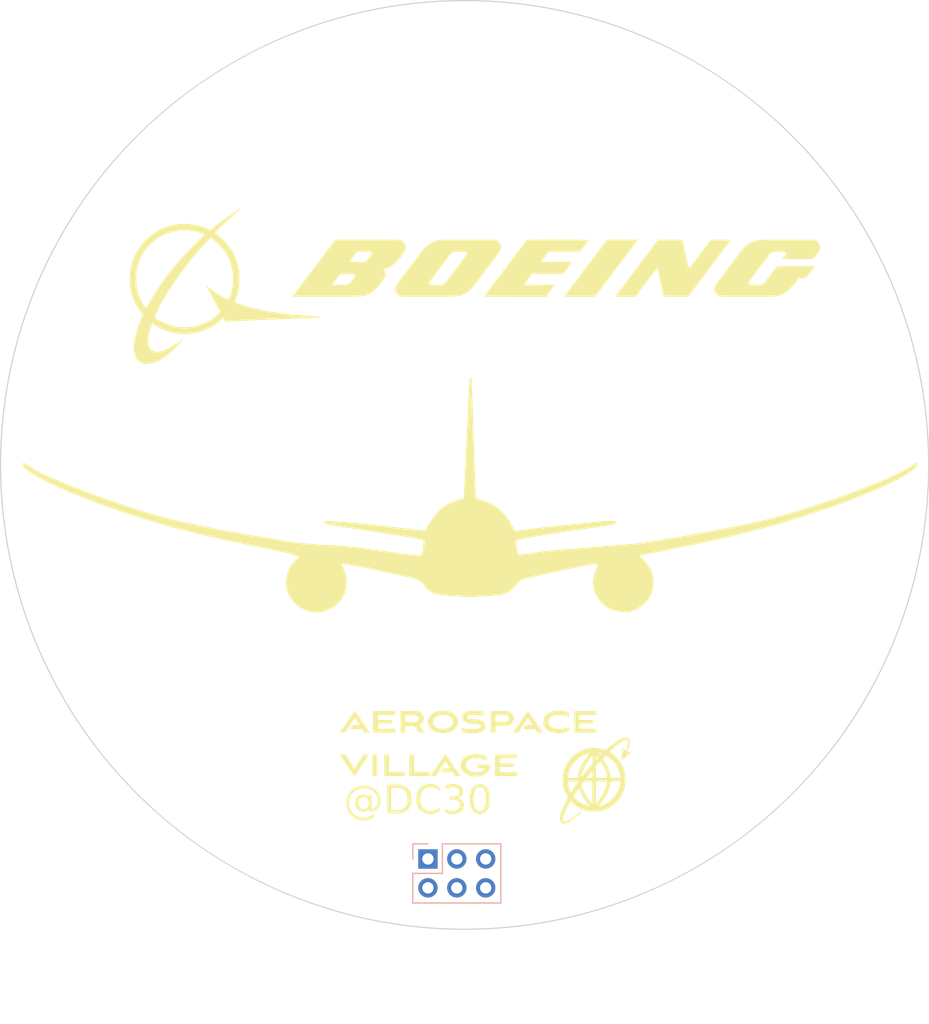
<source format=kicad_pcb>
(kicad_pcb (version 20220427) (generator pcbnew)
  (layers (0 "F.Cu" signal) (31 "B.Cu" signal) (34 "B.Paste" user) (35 "F.Paste" user) (36 "B.SilkS" user "B.Silkscreen") (37 "F.SilkS" user "F.Silkscreen") (38 "B.Mask" user) (39 "F.Mask" user) (44 "Edge.Cuts" user))
  (net 0 "")
  (footprint "Connector_PinHeader_2.54mm:PinHeader_2x03_P2.54mm_Vertical" (layer "B.Cu") (at 137.075 108.225 -90)
    (fp_text reference "REF**" hide)
    (fp_text value "PinHeader_2x03_P2.54mm_Vertical")
    (pad "1" thru_hole rect (at 0 0 270) (size 1.7 1.7) (drill 1) (layers *.Cu *.Mask))
    (pad "2" thru_hole oval (at 2.54 0 270) (size 1.7 1.7) (drill 1) (layers *.Cu *.Mask))
    (pad "3" thru_hole oval (at 0 -2.54 270) (size 1.7 1.7) (drill 1) (layers *.Cu *.Mask))
    (pad "4" thru_hole oval (at 2.54 -2.54 270) (size 1.7 1.7) (drill 1) (layers *.Cu *.Mask))
    (pad "5" thru_hole oval (at 0 -5.08 270) (size 1.7 1.7) (drill 1) (layers *.Cu *.Mask))
    (pad "6" thru_hole oval (at 2.54 -5.08 270) (size 1.7 1.7) (drill 1) (layers *.Cu *.Mask))
  )
  (gr_poly (pts (xy 144.882556 99.375322) (xy 143.389513 99.375322) (xy 143.389513 99.832918) (xy 144.612681 99.832918) (xy 144.612681 100.129384) (xy 143.389513 100.129384) (xy 143.389513 100.609206) (xy 144.882556 100.609206) (xy 144.882556 100.931866) (xy 142.980731 100.931866) (xy 142.980731 99.048693) (xy 144.882556 99.048693)) (stroke (width 0.03)) (fill solid) (layer "F.SilkS"))
  (gr_poly (pts (xy 136.010858 95.240509) (xy 136.05856 95.243521) (xy 136.104336 95.24845) (xy 136.148208 95.255219) (xy 136.190203 95.263753) (xy 136.230344 95.273976) (xy 136.268656 95.285812) (xy 136.305164 95.299186) (xy 136.339893 95.314022) (xy 136.372866 95.330245) (xy 136.404109 95.347779) (xy 136.433647 95.366547) (xy 136.461504 95.386475) (xy 136.487704 95.407487) (xy 136.512272 95.429508) (xy 136.535234 95.452461) (xy 136.556613 95.47627) (xy 136.576434 95.500861) (xy 136.594722 95.526158) (xy 136.611501 95.552085) (xy 136.626797 95.578566) (xy 136.640633 95.605525) (xy 136.653034 95.632888) (xy 136.664026 95.660578) (xy 136.673632 95.68852) (xy 136.681877 95.716638) (xy 136.694384 95.773099) (xy 136.701744 95.829357) (xy 136.704154 95.884806) (xy 136.702823 95.927854) (xy 136.698777 95.971123) (xy 136.691931 96.014388) (xy 136.682201 96.057422) (xy 136.669505 96.1) (xy 136.662017 96.121048) (xy 136.653757 96.141897) (xy 136.644713 96.16252) (xy 136.634874 96.182888) (xy 136.624231 96.202972) (xy 136.612773 96.222745) (xy 136.60049 96.242179) (xy 136.58737 96.261245) (xy 136.573404 96.279915) (xy 136.558581 96.298161) (xy 136.542891 96.315954) (xy 136.526323 96.333268) (xy 136.508866 96.350072) (xy 136.490511 96.36634) (xy 136.471247 96.382042) (xy 136.451062 96.397151) (xy 136.429948 96.411639) (xy 136.407893 96.425477) (xy 136.384887 96.438637) (xy 136.360919 96.451091) (xy 136.335979 96.462811) (xy 136.310057 96.473769) (xy 136.74503 97.122659) (xy 136.287434 97.122659) (xy 135.889765 96.533697) (xy 135.083315 96.533697) (xy 135.083315 97.122659) (xy 134.674534 97.122659) (xy 134.674534 96.173334) (xy 135.083713 96.173334) (xy 135.901673 96.173334) (xy 135.930093 96.17289) (xy 135.957037 96.171576) (xy 135.982541 96.169427) (xy 136.006645 96.166471) (xy 136.029386 96.162742) (xy 136.050801 96.158271) (xy 136.070928 96.153089) (xy 136.089805 96.147227) (xy 136.107469 96.140719) (xy 136.123958 96.133594) (xy 136.139309 96.125884) (xy 136.153561 96.117621) (xy 136.16675 96.108837) (xy 136.178915 96.099563) (xy 136.190093 96.089831) (xy 136.200322 96.079672) (xy 136.20964 96.069117) (xy 136.218083 96.058199) (xy 136.22569 96.046948) (xy 136.232499 96.035397) (xy 136.238546 96.023577) (xy 136.24387 96.011518) (xy 136.248508 95.999254) (xy 136.252499 95.986815) (xy 136.255879 95.974234) (xy 136.258686 95.96154) (xy 136.262732 95.935946) (xy 136.264939 95.910284) (xy 136.265608 95.884806) (xy 136.264939 95.86124) (xy 136.262732 95.837164) (xy 136.258686 95.812858) (xy 136.252499 95.788601) (xy 136.24387 95.764675) (xy 136.238546 95.752923) (xy 136.232498 95.741359) (xy 136.22569 95.730018) (xy 136.218083 95.718934) (xy 136.209639 95.708143) (xy 136.200322 95.69768) (xy 136.190093 95.687579) (xy 136.178915 95.677876) (xy 136.16675 95.668607) (xy 136.15356 95.659804) (xy 136.139309 95.651505) (xy 136.123957 95.643744) (xy 136.107468 95.636556) (xy 136.089804 95.629975) (xy 136.070928 95.624038) (xy 136.050801 95.618778) (xy 136.029386 95.614232) (xy 136.006645 95.610434) (xy 135.982541 95.607419) (xy 135.957036 95.605222) (xy 135.930093 95.603878) (xy 135.901673 95.603422) (xy 135.083713 95.603422) (xy 135.083713 96.173334) (xy 134.674534 96.173334) (xy 134.674534 95.239487) (xy 135.961203 95.239487)) (stroke (width 0.03)) (fill solid) (layer "F.SilkS"))
  (gr_poly (pts (xy 143.94558 95.240487) (xy 143.993283 95.243436) (xy 144.039058 95.248263) (xy 144.08293 95.254895) (xy 144.124924 95.263258) (xy 144.165064 95.27328) (xy 144.203374 95.284887) (xy 144.23988 95.298008) (xy 144.274606 95.312568) (xy 144.307577 95.328496) (xy 144.338816 95.345718) (xy 144.368349 95.364161) (xy 144.3962 95.383753) (xy 144.422393 95.40442) (xy 144.446954 95.42609) (xy 144.469907 95.44869) (xy 144.491276 95.472147) (xy 144.511086 95.496388) (xy 144.529362 95.52134) (xy 144.546127 95.54693) (xy 144.561407 95.573085) (xy 144.575227 95.599734) (xy 144.58761 95.626801) (xy 144.598581 95.654216) (xy 144.608165 95.681904) (xy 144.616387 95.709793) (xy 144.623271 95.73781) (xy 144.628841 95.765882) (xy 144.636139 95.821901) (xy 144.638479 95.877265) (xy 144.636074 95.93267) (xy 144.628726 95.988802) (xy 144.616239 96.045068) (xy 144.598413 96.100874) (xy 144.57505 96.155626) (xy 144.56123 96.182422) (xy 144.545951 96.208731) (xy 144.52919 96.234481) (xy 144.51092 96.259596) (xy 144.491117 96.284003) (xy 144.469757 96.307627) (xy 144.446814 96.330394) (xy 144.422264 96.35223) (xy 144.396082 96.37306) (xy 144.368243 96.392811) (xy 144.338722 96.411409) (xy 144.307495 96.428778) (xy 144.274537 96.444846) (xy 144.239823 96.459537) (xy 144.203329 96.472778) (xy 144.165029 96.484493) (xy 144.124898 96.49461) (xy 144.082913 96.503054) (xy 144.039048 96.509751) (xy 143.993278 96.514626) (xy 143.945579 96.517606) (xy 143.895925 96.518615) (xy 143.010497 96.518615) (xy 143.010497 97.122659) (xy 142.601716 97.122659) (xy 142.601716 96.162222) (xy 143.010894 96.162222) (xy 143.809802 96.162222) (xy 143.840297 96.161766) (xy 143.869227 96.160421) (xy 143.89663 96.158222) (xy 143.922547 96.155203) (xy 143.947016 96.151398) (xy 143.970076 96.146842) (xy 143.991766 96.141568) (xy 144.012127 96.135612) (xy 144.031196 96.129008) (xy 144.049013 96.121791) (xy 144.065617 96.113993) (xy 144.081047 96.105651) (xy 144.095343 96.096798) (xy 144.108544 96.087468) (xy 144.120688 96.077697) (xy 144.131815 96.067517) (xy 144.141965 96.056965) (xy 144.151176 96.046074) (xy 144.159487 96.034878) (xy 144.166938 96.023412) (xy 144.173568 96.011711) (xy 144.179416 95.999808) (xy 144.184521 95.987738) (xy 144.188922 95.975535) (xy 144.192659 95.963235) (xy 144.195771 95.95087) (xy 144.200274 95.926087) (xy 144.202747 95.90146) (xy 144.203501 95.877265) (xy 144.202747 95.8537) (xy 144.200274 95.829623) (xy 144.195771 95.805317) (xy 144.188922 95.781061) (xy 144.179416 95.757134) (xy 144.166938 95.733818) (xy 144.159487 95.722477) (xy 144.151176 95.711393) (xy 144.141965 95.700602) (xy 144.131815 95.690139) (xy 144.120688 95.680038) (xy 144.108544 95.670336) (xy 144.095343 95.661066) (xy 144.081047 95.652264) (xy 144.065617 95.643965) (xy 144.049013 95.636203) (xy 144.031196 95.629015) (xy 144.012127 95.622435) (xy 143.991766 95.616497) (xy 143.970076 95.611238) (xy 143.947016 95.606691) (xy 143.922547 95.602893) (xy 143.89663 95.599878) (xy 143.869227 95.597681) (xy 143.840297 95.596337) (xy 143.809802 95.595881) (xy 143.010894 95.595881) (xy 143.010894 96.162222) (xy 142.601716 96.162222) (xy 142.601716 95.239487) (xy 143.895925 95.239487)) (stroke (width 0.03)) (fill solid) (layer "F.SilkS"))
  (gr_poly (pts (xy 138.4 95.209325) (xy 138.468491 95.210388) (xy 138.536021 95.213561) (xy 138.60251 95.218825) (xy 138.667879 95.226156) (xy 138.732049 95.235535) (xy 138.794939 95.24694) (xy 138.856471 95.260348) (xy 138.916564 95.27574) (xy 138.975139 95.293092) (xy 139.032117 95.312386) (xy 139.087418 95.333597) (xy 139.140962 95.356707) (xy 139.19267 95.381692) (xy 139.242462 95.408532) (xy 139.290258 95.437205) (xy 139.33598 95.467691) (xy 139.379547 95.499966) (xy 139.420881 95.534011) (xy 139.4599 95.569804) (xy 139.496526 95.607324) (xy 139.53068 95.646548) (xy 139.562281 95.687457) (xy 139.59125 95.730027) (xy 139.617507 95.774239) (xy 139.640973 95.820071) (xy 139.661569 95.8675) (xy 139.679215 95.916507) (xy 139.69383 95.967069) (xy 139.705336 96.019166) (xy 139.713654 96.072775) (xy 139.718702 96.127876) (xy 139.720403 96.184447) (xy 139.718701 96.240354) (xy 139.713649 96.294876) (xy 139.705327 96.347986) (xy 139.693814 96.399659) (xy 139.67919 96.44987) (xy 139.661535 96.498593) (xy 139.640929 96.545803) (xy 139.617451 96.591473) (xy 139.591182 96.635579) (xy 139.562201 96.678095) (xy 139.530587 96.718996) (xy 139.496421 96.758256) (xy 139.459783 96.795849) (xy 139.420752 96.831751) (xy 139.379408 96.865934) (xy 139.335831 96.898375) (xy 139.242297 96.957926) (xy 139.140787 97.010199) (xy 139.031941 97.054989) (xy 138.916397 97.092094) (xy 138.794792 97.121308) (xy 138.667765 97.142428) (xy 138.535955 97.155249) (xy 138.4 97.159569) (xy 138.331859 97.158486) (xy 138.264634 97.155254) (xy 138.198407 97.149898) (xy 138.133261 97.142444) (xy 138.069276 97.132917) (xy 138.006535 97.121342) (xy 137.94512 97.107744) (xy 137.885111 97.092149) (xy 137.826592 97.074583) (xy 137.769643 97.055069) (xy 137.714346 97.033634) (xy 137.660783 97.010303) (xy 137.609037 96.985101) (xy 137.559187 96.958054) (xy 137.511318 96.929187) (xy 137.465509 96.898524) (xy 137.421844 96.866092) (xy 137.380403 96.831915) (xy 137.341268 96.79602) (xy 137.304522 96.75843) (xy 137.270245 96.719172) (xy 137.23852 96.678271) (xy 137.209429 96.635752) (xy 137.183052 96.59164) (xy 137.159473 96.545961) (xy 137.138772 96.49874) (xy 137.121032 96.450003) (xy 137.106334 96.399773) (xy 137.09476 96.348078) (xy 137.086391 96.294941) (xy 137.08131 96.240389) (xy 137.07961 96.184844) (xy 137.518541 96.184844) (xy 137.519623 96.219955) (xy 137.522838 96.254212) (xy 137.528144 96.287598) (xy 137.535499 96.320095) (xy 137.54486 96.351687) (xy 137.556185 96.382356) (xy 137.56943 96.412086) (xy 137.584553 96.440859) (xy 137.601511 96.468658) (xy 137.620262 96.495467) (xy 137.640764 96.521267) (xy 137.662972 96.546043) (xy 137.686845 96.569776) (xy 137.712341 96.59245) (xy 137.739415 96.614048) (xy 137.768027 96.634553) (xy 137.829689 96.672214) (xy 137.896987 96.705296) (xy 137.969579 96.733664) (xy 138.047123 96.757181) (xy 138.129278 96.775709) (xy 138.215704 96.789113) (xy 138.306058 96.797255) (xy 138.4 96.8) (xy 138.447398 96.799311) (xy 138.493942 96.797255) (xy 138.539589 96.79385) (xy 138.584297 96.789113) (xy 138.628022 96.78306) (xy 138.670723 96.775709) (xy 138.712355 96.767077) (xy 138.752878 96.757181) (xy 138.792248 96.746038) (xy 138.830422 96.733664) (xy 138.867358 96.720078) (xy 138.903014 96.705296) (xy 138.937346 96.689336) (xy 138.970312 96.672214) (xy 139.001868 96.653947) (xy 139.031974 96.634553) (xy 139.060586 96.614048) (xy 139.08766 96.59245) (xy 139.113156 96.569776) (xy 139.137029 96.546043) (xy 139.159237 96.521267) (xy 139.179738 96.495467) (xy 139.198489 96.468658) (xy 139.215448 96.440859) (xy 139.230571 96.412086) (xy 139.243816 96.382356) (xy 139.25514 96.351687) (xy 139.264501 96.320095) (xy 139.271856 96.287598) (xy 139.277163 96.254212) (xy 139.280378 96.219955) (xy 139.281459 96.184844) (xy 139.280378 96.149104) (xy 139.277163 96.114298) (xy 139.271856 96.08044) (xy 139.264501 96.047541) (xy 139.25514 96.015617) (xy 139.243816 95.984678) (xy 139.230571 95.95474) (xy 139.215448 95.925815) (xy 139.198489 95.897915) (xy 139.179738 95.871055) (xy 139.159237 95.845248) (xy 139.137029 95.820506) (xy 139.113156 95.796842) (xy 139.08766 95.774271) (xy 139.060586 95.752804) (xy 139.031974 95.732456) (xy 138.970312 95.695166) (xy 138.903014 95.662507) (xy 138.830422 95.634584) (xy 138.752878 95.611502) (xy 138.670723 95.593366) (xy 138.584297 95.580281) (xy 138.493942 95.572354) (xy 138.4 95.569688) (xy 138.352602 95.570356) (xy 138.306058 95.572354) (xy 138.260411 95.575666) (xy 138.215704 95.580281) (xy 138.171979 95.586186) (xy 138.129278 95.593366) (xy 138.087645 95.601809) (xy 138.047123 95.611502) (xy 138.007753 95.622431) (xy 137.969579 95.634584) (xy 137.932642 95.647947) (xy 137.896987 95.662507) (xy 137.862655 95.678252) (xy 137.829689 95.695166) (xy 137.798132 95.713239) (xy 137.768027 95.732456) (xy 137.739415 95.752804) (xy 137.712341 95.774271) (xy 137.686845 95.796842) (xy 137.662972 95.820506) (xy 137.640764 95.845248) (xy 137.620262 95.871055) (xy 137.601511 95.897915) (xy 137.584553 95.925815) (xy 137.56943 95.95474) (xy 137.556185 95.984678) (xy 137.54486 96.015617) (xy 137.535499 96.047541) (xy 137.528144 96.08044) (xy 137.522838 96.114298) (xy 137.519623 96.149104) (xy 137.518541 96.184844) (xy 137.07961 96.184844) (xy 137.079598 96.184447) (xy 137.08131 96.127876) (xy 137.086391 96.072775) (xy 137.09476 96.019166) (xy 137.106334 95.967069) (xy 137.121032 95.916507) (xy 137.138772 95.8675) (xy 137.159473 95.820071) (xy 137.183052 95.774239) (xy 137.209429 95.730027) (xy 137.23852 95.687457) (xy 137.270245 95.646548) (xy 137.304522 95.607324) (xy 137.341268 95.569804) (xy 137.380403 95.534011) (xy 137.421844 95.499966) (xy 137.465509 95.467691) (xy 137.559187 95.408532) (xy 137.660783 95.356707) (xy 137.769643 95.312385) (xy 137.885111 95.275739) (xy 138.006535 95.246939) (xy 138.133261 95.226156) (xy 138.264634 95.213561) (xy 138.4 95.209325)) (stroke (width 0.03)) (fill solid) (layer "F.SilkS"))
  (gr_poly (pts (xy 131.951179 97.122659) (xy 131.493582 97.122659) (xy 131.283238 96.803572) (xy 130.258507 96.803572) (xy 130.477978 96.4698) (xy 131.065751 96.4698) (xy 130.645857 95.82845) (xy 130.225567 96.4698) (xy 130.225963 96.4698) (xy 130.006491 96.803572) (xy 130.00411 96.803572) (xy 129.797735 97.122659) (xy 129.340138 97.122659) (xy 130.645857 95.209325)) (stroke (width 0.03)) (fill solid) (layer "F.SilkS"))
  (gr_poly (pts (xy 148.651931 95.209589) (xy 148.713146 95.211577) (xy 148.773063 95.214895) (xy 148.831729 95.219551) (xy 148.889193 95.225548) (xy 148.945503 95.232892) (xy 149.000707 95.241588) (xy 149.054853 95.251642) (xy 149.107991 95.263058) (xy 149.160167 95.275842) (xy 149.211431 95.29) (xy 149.26183 95.305536) (xy 149.311413 95.322456) (xy 149.360228 95.340764) (xy 149.408324 95.360467) (xy 149.455748 95.381569) (xy 149.455748 95.768125) (xy 149.419871 95.747931) (xy 149.381339 95.728206) (xy 149.34021 95.709065) (xy 149.296544 95.690623) (xy 149.250402 95.672994) (xy 149.201844 95.656295) (xy 149.150928 95.640639) (xy 149.097716 95.626143) (xy 149.042266 95.612921) (xy 148.98464 95.601089) (xy 148.924896 95.590761) (xy 148.863094 95.582053) (xy 148.799295 95.575079) (xy 148.733559 95.569956) (xy 148.665944 95.566797) (xy 148.596512 95.565719) (xy 148.542699 95.566398) (xy 148.490289 95.568425) (xy 148.439304 95.571786) (xy 148.389761 95.576466) (xy 148.341683 95.582451) (xy 148.295088 95.589727) (xy 148.249996 95.598278) (xy 148.206428 95.608091) (xy 148.164404 95.619151) (xy 148.123943 95.631444) (xy 148.085065 95.644954) (xy 148.047791 95.659669) (xy 148.01214 95.675572) (xy 147.978133 95.69265) (xy 147.945789 95.710889) (xy 147.915129 95.730273) (xy 147.886172 95.750788) (xy 147.858938 95.772421) (xy 147.833447 95.795156) (xy 147.80972 95.818978) (xy 147.787777 95.843875) (xy 147.767636 95.86983) (xy 147.749319 95.89683) (xy 147.732845 95.92486) (xy 147.718235 95.953905) (xy 147.705507 95.983952) (xy 147.694683 96.014985) (xy 147.685782 96.046991) (xy 147.678824 96.079954) (xy 147.67383 96.113861) (xy 147.670818 96.148697) (xy 147.66981 96.184447) (xy 147.670808 96.220233) (xy 147.673789 96.255102) (xy 147.678739 96.289041) (xy 147.685641 96.322034) (xy 147.69448 96.354067) (xy 147.70524 96.385126) (xy 147.717906 96.415196) (xy 147.732461 96.444263) (xy 147.748889 96.472313) (xy 147.767176 96.499332) (xy 147.787305 96.525304) (xy 147.80926 96.550215) (xy 147.833026 96.574052) (xy 147.858586 96.596799) (xy 147.885926 96.618442) (xy 147.915029 96.638968) (xy 147.978462 96.676607) (xy 148.04876 96.709601) (xy 148.125795 96.737834) (xy 148.209442 96.761193) (xy 148.299575 96.779561) (xy 148.396067 96.792823) (xy 148.498793 96.800865) (xy 148.607626 96.803572) (xy 148.674025 96.802622) (xy 148.739457 96.799842) (xy 148.803746 96.795336) (xy 148.866717 96.78921) (xy 148.928191 96.781567) (xy 148.987995 96.772513) (xy 149.045951 96.762152) (xy 149.101884 96.750589) (xy 149.155616 96.737928) (xy 149.206973 96.724274) (xy 149.255777 96.709732) (xy 149.301853 96.694406) (xy 149.345024 96.678401) (xy 149.385115 96.661822) (xy 149.421949 96.644773) (xy 149.455349 96.627359) (xy 149.455349 96.99169) (xy 149.407887 97.012094) (xy 149.359684 97.031185) (xy 149.31071 97.048963) (xy 149.260931 97.065429) (xy 149.210314 97.08058) (xy 149.158828 97.094417) (xy 149.10644 97.106939) (xy 149.053117 97.118145) (xy 148.998826 97.128035) (xy 148.943536 97.136608) (xy 148.887213 97.143864) (xy 148.829825 97.149802) (xy 148.771339 97.154421) (xy 148.711724 97.157721) (xy 148.650946 97.159702) (xy 148.588972 97.160362) (xy 148.511505 97.159342) (xy 148.43592 97.156291) (xy 148.362255 97.151222) (xy 148.290548 97.144149) (xy 148.220835 97.135082) (xy 148.153157 97.124037) (xy 148.087549 97.111026) (xy 148.024051 97.096062) (xy 147.9627 97.079158) (xy 147.903533 97.060327) (xy 147.846589 97.039582) (xy 147.791906 97.016936) (xy 147.739521 96.992402) (xy 147.689473 96.965993) (xy 147.641798 96.937722) (xy 147.596536 96.907602) (xy 147.553723 96.875647) (xy 147.513398 96.841868) (xy 147.475599 96.806279) (xy 147.440363 96.768894) (xy 147.407728 96.729724) (xy 147.377733 96.688784) (xy 147.350414 96.646086) (xy 147.325811 96.601643) (xy 147.30396 96.555468) (xy 147.2849 96.507574) (xy 147.268668 96.457974) (xy 147.255302 96.406682) (xy 147.244841 96.35371) (xy 147.237322 96.29907) (xy 147.232783 96.242777) (xy 147.231261 96.184844) (xy 147.231263 96.184843) (xy 147.232785 96.12691) (xy 147.237324 96.070617) (xy 147.244844 96.015977) (xy 147.255305 95.963004) (xy 147.268671 95.911711) (xy 147.284904 95.86211) (xy 147.303966 95.814215) (xy 147.325819 95.768038) (xy 147.350425 95.723592) (xy 147.377746 95.680891) (xy 147.407746 95.639946) (xy 147.440385 95.600772) (xy 147.475627 95.563381) (xy 147.513433 95.527786) (xy 147.553765 95.493999) (xy 147.596586 95.462035) (xy 147.641858 95.431905) (xy 147.689544 95.403623) (xy 147.739605 95.377202) (xy 147.792003 95.352654) (xy 147.903662 95.309231) (xy 148.024219 95.273457) (xy 148.153369 95.245437) (xy 148.290813 95.225273) (xy 148.436247 95.213069) (xy 148.589368 95.208928)) (stroke (width 0.03)) (fill solid) (layer "F.SilkS"))
  (gr_poly (pts (xy 150.733152 101.483457) (xy 150.680382 101.554501) (xy 150.627927 101.625768) (xy 150.575827 101.697205) (xy 150.574803 101.693048) (xy 150.54981 101.554654) (xy 150.549663 101.553705) (xy 150.549539 101.552806) (xy 150.533866 101.412629) (xy 150.786238 101.412629)) (stroke (width 0.03)) (fill solid) (layer "F.SilkS"))
  (gr_poly (pts (xy 141.195873 76.662679) (xy 141.250516 76.669693) (xy 141.305074 76.677307) (xy 141.359539 76.685632) (xy 141.413906 76.694784) (xy 141.630197 76.739202) (xy 141.844226 76.795852) (xy 142.055471 76.864642) (xy 142.26341 76.945479) (xy 142.467521 77.038272) (xy 142.667282 77.142929) (xy 142.862173 77.259359) (xy 143.05167 77.387468) (xy 143.235253 77.527165) (xy 143.412398 77.678359) (xy 143.582586 77.840958) (xy 143.745294 78.014868) (xy 143.9 78.2) (xy 144.046182 78.39626) (xy 144.18332 78.603556) (xy 144.31089 78.821798) (xy 144.349204 78.893595) (xy 144.382934 78.960574) (xy 144.411485 79.021271) (xy 144.434262 79.074218) (xy 144.450672 79.117951) (xy 144.456304 79.135904) (xy 144.460121 79.151004) (xy 144.462049 79.163067) (xy 144.462014 79.17191) (xy 144.461237 79.175067) (xy 144.459941 79.17735) (xy 144.458117 79.178737) (xy 144.455757 79.179204) (xy 144.453338 79.17941) (xy 144.451342 79.180021) (xy 144.449762 79.181026) (xy 144.448592 79.182416) (xy 144.447826 79.18418) (xy 144.447457 79.186309) (xy 144.447479 79.188792) (xy 144.447885 79.19162) (xy 144.448669 79.194782) (xy 144.449824 79.198268) (xy 144.451344 79.202068) (xy 144.453223 79.206172) (xy 144.455454 79.21057) (xy 144.45803 79.215252) (xy 144.460946 79.220208) (xy 144.464194 79.225427) (xy 144.471663 79.236617) (xy 144.480386 79.248741) (xy 144.490312 79.261718) (xy 144.501388 79.275468) (xy 144.513563 79.28991) (xy 144.526787 79.304964) (xy 144.541006 79.320549) (xy 144.556171 79.336584) (xy 144.707637 79.493948) (xy 145.935306 79.338033) (xy 147.062621 79.204446) (xy 148.615672 79.032991) (xy 150.363123 78.84861) (xy 152.073638 78.676244) (xy 152.400969 78.646783) (xy 152.692797 78.625748) (xy 152.945756 78.613138) (xy 153.156481 78.608951) (xy 153.321608 78.613186) (xy 153.38602 78.618462) (xy 153.437771 78.625842) (xy 153.47644 78.635328) (xy 153.501606 78.646918) (xy 153.508993 78.653502) (xy 153.512848 78.660613) (xy 153.513116 78.668249) (xy 153.509746 78.676412) (xy 153.505058 78.682991) (xy 153.49901 78.689431) (xy 153.491278 78.695789) (xy 153.481535 78.702121) (xy 153.469456 78.708484) (xy 153.454714 78.714933) (xy 153.436984 78.721526) (xy 153.41594 78.728317) (xy 153.391256 78.735363) (xy 153.362607 78.742721) (xy 153.329666 78.750446) (xy 153.292108 78.758595) (xy 153.201837 78.776389) (xy 153.089187 78.796552) (xy 152.951552 78.819534) (xy 152.786325 78.845785) (xy 152.5909 78.875753) (xy 152.362669 78.909889) (xy 151.797368 78.992461) (xy 151.069568 79.097097) (xy 149.48709 79.329395) (xy 148.037766 79.553491) (xy 146.76257 79.762864) (xy 145.702472 79.950994) (xy 144.749973 80.128881) (xy 144.752971 80.564199) (xy 144.753913 80.609642) (xy 144.756058 80.655966) (xy 144.763705 80.749929) (xy 144.775406 80.843433) (xy 144.790653 80.933824) (xy 144.80894 81.018449) (xy 144.819065 81.05777) (xy 144.82976 81.094654) (xy 144.840961 81.12877) (xy 144.852606 81.159785) (xy 144.86463 81.187368) (xy 144.876972 81.211187) (xy 144.889332 81.234801) (xy 144.901407 81.261554) (xy 144.913128 81.290802) (xy 144.924423 81.321904) (xy 144.945452 81.38709) (xy 144.963929 81.451967) (xy 144.979285 81.511386) (xy 144.990956 81.5602) (xy 145.000972 81.605428) (xy 147.797973 81.224721) (xy 153.766971 80.736806) (xy 154.369691 80.688507) (xy 154.867637 80.652807) (xy 154.964772 80.64565) (xy 155.078775 80.635513) (xy 155.340712 80.608186) (xy 155.620111 80.574594) (xy 155.883636 80.538503) (xy 157.111305 80.356908) (xy 158.038538 80.21158) (xy 159.133449 80.028394) (xy 160.208427 79.839521) (xy 161.075862 79.677129) (xy 161.622349 79.582264) (xy 162.209218 79.473014) (xy 162.86919 79.345403) (xy 163.715297 79.175359) (xy 163.83711 79.155094) (xy 164.142438 79.10029) (xy 164.335743 79.062745) (xy 164.541113 79.019937) (xy 164.747278 78.972989) (xy 164.847136 78.948314) (xy 164.942966 78.923025) (xy 165.087824 78.884799) (xy 165.231889 78.849256) (xy 165.358494 78.820363) (xy 165.410039 78.809648) (xy 165.450969 78.802084) (xy 166.172469 78.663088) (xy 166.997702 78.471694) (xy 168.888842 77.956727) (xy 170.983337 77.307226) (xy 173.140136 76.573232) (xy 175.218187 75.804789) (xy 177.076438 75.051939) (xy 178.573836 74.364725) (xy 179.143138 74.061369) (xy 179.569332 73.793188) (xy 179.720967 73.68613) (xy 179.83799 73.606496) (xy 179.884569 73.576583) (xy 179.923751 73.55307) (xy 179.955953 73.535805) (xy 179.981595 73.524635) (xy 179.992087 73.521289) (xy 180.001095 73.51941) (xy 180.008673 73.518979) (xy 180.014872 73.519977) (xy 180.019744 73.522385) (xy 180.023343 73.526184) (xy 180.02572 73.531355) (xy 180.026927 73.537878) (xy 180.026043 73.554909) (xy 180.021109 73.577123) (xy 180.012544 73.604369) (xy 180.000766 73.636496) (xy 179.980099 73.678177) (xy 179.948752 73.723765) (xy 179.907042 73.773087) (xy 179.855286 73.825969) (xy 179.722899 73.941718) (xy 179.55412 74.069623) (xy 179.351479 74.208296) (xy 179.117505 74.356348) (xy 178.854728 74.512389) (xy 178.565677 74.675029) (xy 178.252882 74.842881) (xy 177.918873 75.014556) (xy 177.566179 75.188663) (xy 177.19733 75.363814) (xy 176.814855 75.53862) (xy 176.421284 75.711693) (xy 176.019147 75.881642) (xy 175.610973 76.047079) (xy 174.138149 76.632421) (xy 173.371853 76.91916) (xy 172.416142 77.251381) (xy 170.295965 77.94906) (xy 167.737041 78.754903) (xy 164.339916 79.636037) (xy 161.948543 80.187521) (xy 160.373174 80.521089) (xy 159.017421 80.80312) (xy 157.82825 81.042043) (xy 156.38207 81.333326) (xy 155.943187 81.42559) (xy 155.658081 81.491243) (xy 155.499983 81.537016) (xy 155.460195 81.554551) (xy 155.442121 81.56964) (xy 155.442412 81.583125) (xy 155.457724 81.595846) (xy 155.520023 81.622365) (xy 155.547018 81.633628) (xy 155.575257 81.647491) (xy 155.635103 81.682612) (xy 155.698826 81.726909) (xy 155.765692 81.779563) (xy 155.834966 81.839758) (xy 155.905913 81.906673) (xy 155.977799 81.979491) (xy 156.04989 82.057393) (xy 156.121452 82.139561) (xy 156.191748 82.225176) (xy 156.260046 82.313421) (xy 156.32561 82.403475) (xy 156.387706 82.494522) (xy 156.445599 82.585743) (xy 156.498556 82.676318) (xy 156.545841 82.765431) (xy 156.604261 82.889324) (xy 156.655693 83.013959) (xy 156.700219 83.139161) (xy 156.737923 83.264753) (xy 156.768887 83.39056) (xy 156.793195 83.516405) (xy 156.81093 83.642113) (xy 156.822175 83.767508) (xy 156.827014 83.892413) (xy 156.825529 84.016653) (xy 156.817804 84.140052) (xy 156.803923 84.262434) (xy 156.783967 84.383623) (xy 156.75802 84.503443) (xy 156.726166 84.621718) (xy 156.688488 84.738272) (xy 156.645069 84.85293) (xy 156.595992 84.965514) (xy 156.54134 85.07585) (xy 156.481197 85.183761) (xy 156.415646 85.289072) (xy 156.344769 85.391606) (xy 156.26865 85.491187) (xy 156.187373 85.587641) (xy 156.10102 85.680789) (xy 156.009675 85.770458) (xy 155.913421 85.85647) (xy 155.81234 85.93865) (xy 155.706517 86.016822) (xy 155.596034 86.09081) (xy 155.480975 86.160437) (xy 155.361423 86.225529) (xy 155.280684 86.265605) (xy 155.202936 86.301052) (xy 155.127698 86.332106) (xy 155.054494 86.359005) (xy 154.982843 86.381984) (xy 154.912268 86.401281) (xy 154.84229 86.417132) (xy 154.772431 86.429774) (xy 154.702211 86.439443) (xy 154.631153 86.446375) (xy 154.558777 86.450808) (xy 154.484604 86.452978) (xy 154.408158 86.453122) (xy 154.328958 86.451476) (xy 154.160385 86.44376) (xy 153.986622 86.428413) (xy 153.81738 86.402985) (xy 153.65288 86.367845) (xy 153.493345 86.323363) (xy 153.338997 86.269905) (xy 153.190059 86.20784) (xy 153.046754 86.137536) (xy 152.909304 86.059362) (xy 152.777931 85.973686) (xy 152.652859 85.880875) (xy 152.53431 85.781299) (xy 152.422506 85.675326) (xy 152.31767 85.563323) (xy 152.220024 85.445659) (xy 152.129792 85.322702) (xy 152.047195 85.194821) (xy 151.972456 85.062383) (xy 151.905798 84.925757) (xy 151.847443 84.785312) (xy 151.797614 84.641414) (xy 151.756534 84.494434) (xy 151.724424 84.344738) (xy 151.701508 84.192695) (xy 151.688008 84.038673) (xy 151.684147 83.883041) (xy 151.690146 83.726166) (xy 151.70623 83.568418) (xy 151.73262 83.410164) (xy 151.769539 83.251772) (xy 151.817209 83.093611) (xy 151.875853 82.936049) (xy 151.945693 82.779454) (xy 152.007447 82.648937) (xy 152.033119 82.590273) (xy 152.054468 82.536035) (xy 152.070857 82.486241) (xy 152.081648 82.440914) (xy 152.084744 82.419932) (xy 152.086202 82.400074) (xy 152.085941 82.381343) (xy 152.083881 82.363742) (xy 152.079943 82.347274) (xy 152.074047 82.33194) (xy 152.066112 82.317743) (xy 152.05606 82.304686) (xy 152.043811 82.292772) (xy 152.029284 82.282004) (xy 152.0124 82.272383) (xy 151.993079 82.263913) (xy 151.971242 82.256596) (xy 151.946808 82.250434) (xy 151.919698 82.245431) (xy 151.889831 82.241589) (xy 151.821511 82.237398) (xy 151.741209 82.237881) (xy 151.648287 82.243061) (xy 151.542107 82.252957) (xy 151.42203 82.267591) (xy 151.287417 82.286983) (xy 151.137631 82.311154) (xy 150.972034 82.340126) (xy 150.789986 82.373919) (xy 150.59085 82.412553) (xy 150.138758 82.504432) (xy 149.610653 82.615928) (xy 148.305973 82.898442) (xy 147.165354 83.152255) (xy 146.146972 83.386921) (xy 145.21564 83.607945) (xy 144.707641 84.157109) (xy 144.588922 84.283765) (xy 144.479152 84.396045) (xy 144.375515 84.494976) (xy 144.325116 84.539757) (xy 144.275194 84.581586) (xy 144.225397 84.620591) (xy 144.175372 84.656902) (xy 144.124769 84.690647) (xy 144.073234 84.721954) (xy 144.020416 84.750951) (xy 143.965962 84.777768) (xy 143.90952 84.802533) (xy 143.850739 84.825373) (xy 143.789267 84.846418) (xy 143.72475 84.865797) (xy 143.656838 84.883637) (xy 143.585178 84.900067) (xy 143.509418 84.915216) (xy 143.429205 84.929212) (xy 143.254016 84.954259) (xy 143.056794 84.976237) (xy 142.834722 84.996173) (xy 142.584984 85.015095) (xy 142.304763 85.034031) (xy 141.37194 85.093031) (xy 141.050571 85.107781) (xy 140.770643 85.112698) (xy 140.490714 85.107781) (xy 140.169345 85.093031) (xy 139.236522 85.034031) (xy 138.753548 84.998881) (xy 138.357903 84.960334) (xy 138.18899 84.938768) (xy 138.037303 84.91513) (xy 137.901305 84.889014) (xy 137.779461 84.860011) (xy 137.670235 84.827714) (xy 137.572093 84.791715) (xy 137.483497 84.751608) (xy 137.402913 84.706984) (xy 137.328805 84.657437) (xy 137.259636 84.602559) (xy 137.193873 84.541941) (xy 137.129978 84.475178) (xy 136.846648 84.159803) (xy 136.731309 84.034032) (xy 136.626322 83.926193) (xy 136.576024 83.878214) (xy 136.52629 83.833776) (xy 136.476444 83.792568) (xy 136.425813 83.754273) (xy 136.373721 83.71858) (xy 136.319494 83.685175) (xy 136.262456 83.653743) (xy 136.201933 83.623971) (xy 136.137251 83.595545) (xy 136.067734 83.568152) (xy 135.992707 83.541478) (xy 135.911497 83.51521) (xy 135.727823 83.462634) (xy 135.511316 83.407917) (xy 135.256576 83.348547) (xy 134.958205 83.282017) (xy 134.208976 83.117436) (xy 132.896644 82.826222) (xy 131.666332 82.562862) (xy 130.615807 82.356886) (xy 130.195166 82.282284) (xy 129.864115 82.230267) (xy 129.637535 82.203582) (xy 129.568072 82.200598) (xy 129.530307 82.204976) (xy 129.518638 82.209601) (xy 129.507788 82.214296) (xy 129.49778 82.219183) (xy 129.488636 82.224382) (xy 129.480377 82.230013) (xy 129.476586 82.23303) (xy 129.473025 82.2362) (xy 129.469696 82.239538) (xy 129.466602 82.243061) (xy 129.463746 82.246782) (xy 129.461131 82.250718) (xy 129.458759 82.254883) (xy 129.456633 82.259292) (xy 129.454755 82.263961) (xy 129.453129 82.268905) (xy 129.451758 82.274138) (xy 129.450643 82.279677) (xy 129.449788 82.285535) (xy 129.449195 82.291729) (xy 129.448868 82.298273) (xy 129.448809 82.305182) (xy 129.449505 82.320157) (xy 129.451305 82.336776) (xy 129.454233 82.355158) (xy 129.458308 82.375426) (xy 129.463554 82.3977) (xy 129.469993 82.422102) (xy 129.477645 82.448751) (xy 129.486534 82.47777) (xy 129.496681 82.509279) (xy 129.508108 82.543399) (xy 129.520837 82.580251) (xy 129.53489 82.619957) (xy 129.550288 82.662636) (xy 129.58521 82.757403) (xy 129.625778 82.865518) (xy 129.672168 82.98795) (xy 129.74011 83.189735) (xy 129.790718 83.390438) (xy 129.824579 83.589516) (xy 129.842281 83.786427) (xy 129.844414 83.98063) (xy 129.831565 84.171583) (xy 129.804322 84.358743) (xy 129.763274 84.541568) (xy 129.709008 84.719516) (xy 129.642113 84.892045) (xy 129.563177 85.058614) (xy 129.472788 85.21868) (xy 129.371534 85.3717) (xy 129.260003 85.517134) (xy 129.138784 85.654439) (xy 129.008465 85.783072) (xy 128.869633 85.902492) (xy 128.722878 86.012157) (xy 128.568786 86.111525) (xy 128.407947 86.200054) (xy 128.240949 86.277201) (xy 128.068378 86.342425) (xy 127.890825 86.395183) (xy 127.708877 86.434934) (xy 127.523121 86.461135) (xy 127.334147 86.473245) (xy 127.142543 86.470721) (xy 126.948895 86.453021) (xy 126.753794 86.419604) (xy 126.557826 86.369926) (xy 126.361581 86.303447) (xy 126.165645 86.219624) (xy 126.165641 86.218998) (xy 126.078775 86.175994) (xy 125.994259 86.130438) (xy 125.912118 86.082375) (xy 125.83238 86.031847) (xy 125.755071 85.9789) (xy 125.680219 85.923576) (xy 125.607849 85.865919) (xy 125.53799 85.805974) (xy 125.470667 85.743784) (xy 125.405907 85.679393) (xy 125.343738 85.612845) (xy 125.284186 85.544183) (xy 125.227277 85.473452) (xy 125.173039 85.400696) (xy 125.121499 85.325958) (xy 125.072683 85.249281) (xy 125.026617 85.170711) (xy 124.98333 85.09029) (xy 124.942847 85.008063) (xy 124.905195 84.924073) (xy 124.870402 84.838365) (xy 124.838493 84.750981) (xy 124.809496 84.661967) (xy 124.783438 84.571365) (xy 124.760345 84.479219) (xy 124.740244 84.385574) (xy 124.723162 84.290473) (xy 124.709126 84.193961) (xy 124.698163 84.09608) (xy 124.690298 83.996875) (xy 124.68556 83.896389) (xy 124.683975 83.794667) (xy 124.695318 83.643285) (xy 124.717182 83.492208) (xy 124.749103 83.342032) (xy 124.790614 83.193351) (xy 124.84125 83.046759) (xy 124.900545 82.902851) (xy 124.968034 82.762222) (xy 125.04325 82.625466) (xy 125.125729 82.493178) (xy 125.215004 82.365952) (xy 125.31061 82.244384) (xy 125.412081 82.129067) (xy 125.518952 82.020596) (xy 125.630757 81.919567) (xy 125.747031 81.826572) (xy 125.867307 81.742208) (xy 125.892604 81.720561) (xy 125.902069 81.697567) (xy 125.896686 81.673358) (xy 125.877442 81.648069) (xy 125.845322 81.621832) (xy 125.801312 81.594782) (xy 125.681564 81.538773) (xy 125.526083 81.481109) (xy 125.342754 81.422859) (xy 124.924093 81.30887) (xy 124.48866 81.205345) (xy 124.099538 81.120824) (xy 123.712543 81.042959) (xy 119.052127 80.066122) (xy 116.688966 79.506887) (xy 115.756 79.280031) (xy 114.947134 79.074596) (xy 114.56133 78.971667) (xy 114.227649 78.877279) (xy 113.229295 78.598261) (xy 112.194345 78.288737) (xy 111.132529 77.952039) (xy 110.053576 77.591497) (xy 108.967215 77.210445) (xy 107.883177 76.812214) (xy 106.811189 76.400136) (xy 105.760983 75.977544) (xy 104.957701 75.635573) (xy 104.208734 75.294911) (xy 103.52679 74.962551) (xy 102.924576 74.645485) (xy 102.4148 74.350703) (xy 102.198546 74.213854) (xy 102.010167 74.085199) (xy 101.851251 73.965611) (xy 101.723385 73.855963) (xy 101.62816 73.757131) (xy 101.567162 73.669989) (xy 101.546619 73.630377) (xy 101.5307 73.596617) (xy 101.524574 73.581962) (xy 101.519724 73.568807) (xy 101.516189 73.557163) (xy 101.51401 73.547043) (xy 101.513226 73.538458) (xy 101.513877 73.531421) (xy 101.514753 73.528487) (xy 101.516003 73.525944) (xy 101.517631 73.523794) (xy 101.519643 73.522038) (xy 101.522044 73.520679) (xy 101.524839 73.519717) (xy 101.531628 73.518992) (xy 101.540053 73.519874) (xy 101.550151 73.522377) (xy 101.561964 73.526512) (xy 101.57553 73.532292) (xy 101.590891 73.539728) (xy 101.608085 73.548832) (xy 101.627153 73.559617) (xy 101.648134 73.572094) (xy 101.695996 73.602176) (xy 101.75199 73.639173) (xy 101.816435 73.683182) (xy 101.88965 73.7343) (xy 101.971954 73.792624) (xy 102.394908 74.057406) (xy 102.967665 74.360288) (xy 103.671126 74.694468) (xy 104.486191 75.05315) (xy 106.374742 75.81682) (xy 108.480526 76.596906) (xy 110.650753 77.339018) (xy 112.732633 77.988765) (xy 114.573376 78.491756) (xy 115.355574 78.671221) (xy 116.020191 78.7936) (xy 116.075205 78.802829) (xy 116.139891 78.815091) (xy 116.211876 78.829857) (xy 116.288791 78.846595) (xy 116.368263 78.864776) (xy 116.447922 78.88387) (xy 116.525396 78.903346) (xy 116.598314 78.922674) (xy 116.769133 78.968821) (xy 116.914942 79.006682) (xy 117.045765 79.038321) (xy 117.171629 79.065803) (xy 117.302557 79.091191) (xy 117.448575 79.11655) (xy 117.619708 79.143944) (xy 117.825981 79.175436) (xy 118.15584 79.260069) (xy 118.469065 79.329845) (xy 118.770084 79.388332) (xy 119.063327 79.439098) (xy 119.644204 79.531742) (xy 119.940695 79.580758) (xy 120.247129 79.636327) (xy 120.597679 79.704408) (xy 121.120054 79.799451) (xy 121.743679 79.908857) (xy 122.397979 80.020025) (xy 123.624236 80.229202) (xy 124.090683 80.311937) (xy 124.372938 80.365011) (xy 124.821447 80.436552) (xy 125.274793 80.496583) (xy 125.729492 80.547187) (xy 126.182058 80.590446) (xy 127.901311 80.73171) (xy 128.479909 80.744931) (xy 129.046306 80.772225) (xy 129.601962 80.811866) (xy 130.148337 80.862125) (xy 131.21909 80.987587) (xy 132.270247 81.13479) (xy 134.360513 81.439127) (xy 135.422989 81.568616) (xy 136.512607 81.664556) (xy 136.52073 81.653094) (xy 136.530216 81.637954) (xy 136.542723 81.615819) (xy 136.557807 81.586147) (xy 136.575022 81.548397) (xy 136.584288 81.526323) (xy 136.593921 81.502026) (xy 136.603863 81.475438) (xy 136.61406 81.446493) (xy 136.624455 81.415121) (xy 136.634993 81.381256) (xy 136.645617 81.344829) (xy 136.656274 81.305773) (xy 136.666905 81.264021) (xy 136.677457 81.219503) (xy 136.687873 81.172154) (xy 136.698098 81.121904) (xy 136.708075 81.068687) (xy 136.71775 81.012434) (xy 136.727066 80.953079) (xy 136.735968 80.890552) (xy 136.7444 80.824786) (xy 136.752306 80.755715) (xy 136.759631 80.683269) (xy 136.766319 80.607381) (xy 136.805271 80.131231) (xy 135.63412 79.912923) (xy 135.019048 79.804249) (xy 134.210097 79.669735) (xy 133.312371 79.526486) (xy 132.430972 79.391607) (xy 130.135002 79.047277) (xy 128.823028 78.843101) (xy 128.218064 78.733777) (xy 128.094152 78.700527) (xy 128.043123 78.674001) (xy 128.037684 78.659106) (xy 128.055245 78.647242) (xy 128.156988 78.632393) (xy 128.343589 78.629017) (xy 128.61029 78.63668) (xy 129.364947 78.683383) (xy 130.382875 78.76902) (xy 131.625992 78.890108) (xy 133.056213 79.043166) (xy 134.635458 79.224712) (xy 136.325641 79.431264) (xy 136.413584 79.43981) (xy 136.50024 79.443459) (xy 136.584724 79.442529) (xy 136.66615 79.437339) (xy 136.743631 79.428209) (xy 136.816281 79.415458) (xy 136.883215 79.399404) (xy 136.943545 79.380367) (xy 136.996387 79.358665) (xy 137.040854 79.334618) (xy 137.076059 79.308544) (xy 137.089912 79.294847) (xy 137.101118 79.280762) (xy 137.109565 79.266331) (xy 137.115143 79.251592) (xy 137.117741 79.236586) (xy 137.117248 79.221353) (xy 137.113554 79.205932) (xy 137.106548 79.190363) (xy 137.096119 79.174686) (xy 137.082157 79.158941) (xy 137.07808 79.149765) (xy 137.078413 79.135156) (xy 137.082941 79.115427) (xy 137.091449 79.090891) (xy 137.119541 79.028649) (xy 137.160967 78.950932) (xy 137.214005 78.86024) (xy 137.276934 78.759077) (xy 137.34803 78.649943) (xy 137.425572 78.535341) (xy 137.593105 78.299739) (xy 137.679651 78.183743) (xy 137.765755 78.072286) (xy 137.849694 77.967869) (xy 137.929746 77.872996) (xy 138.004189 77.790166) (xy 138.0713 77.721883) (xy 138.116085 77.679642) (xy 138.161274 77.638267) (xy 138.20686 77.597753) (xy 138.252834 77.558095) (xy 138.299186 77.519294) (xy 138.345913 77.481348) (xy 138.393005 77.444254) (xy 138.440452 77.40801) (xy 138.488248 77.372603) (xy 138.536382 77.338073) (xy 138.584847 77.304393) (xy 138.633636 77.271535) (xy 138.682739 77.23955) (xy 138.732149 77.208393) (xy 138.781859 77.178068) (xy 138.831859 77.14858) (xy 138.882143 77.119954) (xy 138.9327 77.09214) (xy 138.983522 77.065163) (xy 139.034603 77.039052) (xy 139.085935 77.013755) (xy 139.137507 76.989301) (xy 139.189312 76.965672) (xy 139.241344 76.942846) (xy 139.293592 76.920847) (xy 139.346051 76.899696) (xy 139.398711 76.879372) (xy 139.451564 76.859853) (xy 139.504603 76.841157) (xy 139.557816 76.823303) (xy 139.611198 76.806276) (xy 139.664741 76.79006) (xy 139.718435 76.774647) (xy 139.772272 76.760061) (xy 139.826246 76.746299) (xy 139.880348 76.733358) (xy 139.93457 76.721185) (xy 139.988902 76.709848) (xy 140.043336 76.699317) (xy 140.097865 76.689565) (xy 140.152484 76.680656) (xy 140.20718 76.672536) (xy 140.261947 76.665206) (xy 140.316776 76.658666) (xy 140.818248 66.040534)) (stroke (width 0.2)) (fill solid) (layer "F.SilkS"))
  (gr_poly (pts (xy 150.357015 53.818911) (xy 150.96598 53.83028) (xy 151.196776 53.846196) (xy 151.196227 53.850167) (xy 151.194616 53.855206) (xy 151.191997 53.861235) (xy 151.188425 53.868179) (xy 151.183953 53.875961) (xy 151.178637 53.884505) (xy 151.17253 53.893735) (xy 151.165687 53.903574) (xy 151.150008 53.924774) (xy 151.132035 53.947496) (xy 151.112201 53.971128) (xy 151.090941 53.995061) (xy 151.08016 54.006968) (xy 151.069681 54.018764) (xy 151.049847 54.041737) (xy 151.040601 54.052774) (xy 151.031874 54.063416) (xy 151.02372 54.073594) (xy 151.016195 54.083237) (xy 151.009352 54.092274) (xy 151.003245 54.100634) (xy 150.997928 54.108248) (xy 150.993457 54.115044) (xy 150.989885 54.120952) (xy 150.987266 54.125901) (xy 150.985655 54.129821) (xy 150.985244 54.131373) (xy 150.985106 54.132642) (xy 150.985056 54.133787) (xy 150.98491 54.134972) (xy 150.984668 54.136195) (xy 150.984334 54.137453) (xy 150.983399 54.140061) (xy 150.982123 54.142776) (xy 150.980526 54.145574) (xy 150.978627 54.148434) (xy 150.976446 54.151334) (xy 150.974001 54.154252) (xy 150.971313 54.157166) (xy 150.9684 54.160054) (xy 150.965283 54.162894) (xy 150.96198 54.165663) (xy 150.958511 54.168341) (xy 150.954894 54.170904) (xy 150.951151 54.173331) (xy 150.947299 54.1756) (xy 150.943447 54.177866) (xy 150.939701 54.180286) (xy 150.936082 54.182836) (xy 150.932609 54.185497) (xy 150.929302 54.188245) (xy 150.926179 54.191059) (xy 150.923261 54.193918) (xy 150.920567 54.1968) (xy 150.918117 54.199682) (xy 150.915931 54.202544) (xy 150.914027 54.205362) (xy 150.912425 54.208117) (xy 150.911744 54.209463) (xy 150.911145 54.210785) (xy 150.910632 54.21208) (xy 150.910207 54.213346) (xy 150.909872 54.214579) (xy 150.90963 54.215776) (xy 150.909483 54.216936) (xy 150.909433 54.218056) (xy 150.908298 54.224007) (xy 150.905029 54.232283) (xy 150.899792 54.242658) (xy 150.892751 54.254907) (xy 150.884072 54.268804) (xy 150.87392 54.284124) (xy 150.849858 54.31813) (xy 150.821887 54.355122) (xy 150.791329 54.393295) (xy 150.759505 54.430846) (xy 150.727737 54.465971) (xy 150.721741 54.472434) (xy 150.715925 54.478858) (xy 150.71032 54.485206) (xy 150.704955 54.491436) (xy 150.699859 54.497511) (xy 150.695061 54.50339) (xy 150.690593 54.509034) (xy 150.686482 54.514404) (xy 150.682759 54.519461) (xy 150.679453 54.524165) (xy 150.676594 54.528476) (xy 150.674211 54.532356) (xy 150.672333 54.535765) (xy 150.670991 54.538663) (xy 150.67053 54.539908) (xy 150.670214 54.541011) (xy 150.670047 54.541967) (xy 150.670032 54.54277) (xy 150.669873 54.544574) (xy 150.669164 54.547054) (xy 150.667931 54.550165) (xy 150.666203 54.553863) (xy 150.661366 54.562849) (xy 150.654872 54.57366) (xy 150.646941 54.585947) (xy 150.63779 54.599359) (xy 150.62764 54.613546) (xy 150.616707 54.628157) (xy 150.507127 54.772227) (xy 150.4521 54.844988) (xy 149.078186 54.844988) (xy 148.634658 54.845147) (xy 148.453845 54.845453) (xy 148.297759 54.846006) (xy 148.164473 54.846876) (xy 148.052057 54.848137) (xy 148.003073 54.848935) (xy 147.958582 54.849858) (xy 147.918345 54.850914) (xy 147.882119 54.852112) (xy 147.849665 54.853461) (xy 147.820739 54.85497) (xy 147.795103 54.856648) (xy 147.772513 54.858503) (xy 147.75273 54.860546) (xy 147.735512 54.862785) (xy 147.720618 54.865228) (xy 147.707806 54.867884) (xy 147.696836 54.870764) (xy 147.687467 54.873875) (xy 147.679457 54.877226) (xy 147.672566 54.880827) (xy 147.666551 54.884686) (xy 147.661173 54.888813) (xy 147.656189 54.893215) (xy 147.65136 54.897903) (xy 147.645969 54.903424) (xy 147.64073 54.909047) (xy 147.635669 54.91473) (xy 147.630814 54.920434) (xy 147.626191 54.92612) (xy 147.621828 54.931747) (xy 147.617751 54.937274) (xy 147.613989 54.942663) (xy 147.610567 54.947873) (xy 147.607514 54.952863) (xy 147.604855 54.957595) (xy 147.60262 54.962027) (xy 147.600834 54.966121) (xy 147.599524 54.969835) (xy 147.599057 54.971537) (xy 147.598719 54.97313) (xy 147.598514 54.974608) (xy 147.598444 54.975966) (xy 147.598384 54.977288) (xy 147.598204 54.978661) (xy 147.597908 54.980081) (xy 147.597499 54.981545) (xy 147.596353 54.984591) (xy 147.594791 54.987772) (xy 147.592834 54.991064) (xy 147.590508 54.994439) (xy 147.587837 54.997871) (xy 147.584842 55.001334) (xy 147.58155 55.004803) (xy 147.577983 55.00825) (xy 147.574165 55.011649) (xy 147.57012 55.014976) (xy 147.565871 55.018202) (xy 147.561442 55.021302) (xy 147.556858 55.02425) (xy 147.552142 55.02702) (xy 147.547473 55.029749) (xy 147.543031 55.032578) (xy 147.538832 55.035483) (xy 147.534898 55.038442) (xy 147.531246 55.041435) (xy 147.527895 55.044438) (xy 147.524865 55.047429) (xy 147.522175 55.050387) (xy 147.520962 55.051846) (xy 147.519842 55.053289) (xy 147.518817 55.054712) (xy 147.517887 55.056113) (xy 147.517057 55.057489) (xy 147.516329 55.058837) (xy 147.515704 55.060155) (xy 147.515186 55.06144) (xy 147.514776 55.062688) (xy 147.514477 55.063897) (xy 147.514291 55.065065) (xy 147.514221 55.066189) (xy 147.514269 55.067266) (xy 147.514437 55.068292) (xy 147.514729 55.069266) (xy 147.515145 55.070185) (xy 147.515506 55.071214) (xy 147.515633 55.072515) (xy 147.515205 55.075902) (xy 147.513902 55.080281) (xy 147.511763 55.085586) (xy 147.508831 55.091753) (xy 147.505146 55.098716) (xy 147.500747 55.106408) (xy 147.495677 55.114766) (xy 147.483684 55.133216) (xy 147.46949 55.15354) (xy 147.453422 55.175217) (xy 147.435805 55.197723) (xy 147.386699 55.259261) (xy 147.34004 55.318658) (xy 147.295623 55.376186) (xy 147.253243 55.432118) (xy 147.212696 55.486729) (xy 147.173776 55.540289) (xy 147.136279 55.593073) (xy 147.099999 55.645354) (xy 147.013818 55.77103) (xy 148.364466 55.77103) (xy 148.677236 55.771456) (xy 148.949808 55.772729) (xy 149.181718 55.774838) (xy 149.372503 55.777775) (xy 149.521697 55.781531) (xy 149.628839 55.786097) (xy 149.666495 55.78868) (xy 149.693464 55.791462) (xy 149.709688 55.794443) (xy 149.713753 55.796007) (xy 149.715109 55.79762) (xy 149.713203 55.802865) (xy 149.707612 55.812939) (xy 149.686124 55.846518) (xy 149.607203 55.960001) (xy 149.4904 56.121155) (xy 149.347768 56.313066) (xy 148.980431 56.801923) (xy 147.608135 56.800873) (xy 146.235842 56.799822) (xy 145.87013 57.280126) (xy 145.796876 57.376819) (xy 145.728943 57.46743) (xy 145.667788 57.549949) (xy 145.61487 57.622363) (xy 145.571646 57.68266) (xy 145.539574 57.728828) (xy 145.528175 57.745984) (xy 145.520112 57.758854) (xy 145.515565 57.767186) (xy 145.514668 57.769571) (xy 145.514718 57.770728) (xy 145.623405 57.774827) (xy 145.911725 57.778387) (xy 146.851775 57.782368) (xy 147.36801 57.784636) (xy 147.792817 57.789819) (xy 147.957189 57.793262) (xy 148.082211 57.797144) (xy 148.162385 57.801369) (xy 148.183935 57.80358) (xy 148.192212 57.80584) (xy 148.192845 57.807054) (xy 148.193334 57.808408) (xy 148.193681 57.809898) (xy 148.193891 57.811518) (xy 148.193903 57.815129) (xy 148.19339 57.819198) (xy 148.192373 57.823682) (xy 148.19087 57.82854) (xy 148.188902 57.833729) (xy 148.186488 57.839206) (xy 148.183648 57.844931) (xy 148.180403 57.850859) (xy 148.176772 57.85695) (xy 148.172774 57.86316) (xy 148.16843 57.869447) (xy 148.16376 57.875769) (xy 148.158783 57.882084) (xy 148.153519 57.88835) (xy 148.148186 57.894584) (xy 148.143001 57.900807) (xy 148.137993 57.906979) (xy 148.133188 57.913062) (xy 148.128613 57.919016) (xy 148.124295 57.924802) (xy 148.120261 57.930381) (xy 148.116537 57.935713) (xy 148.113151 57.94076) (xy 148.110129 57.945482) (xy 148.107499 57.94984) (xy 148.105286 57.953794) (xy 148.103518 57.957307) (xy 148.102222 57.960337) (xy 148.101425 57.962847) (xy 148.101222 57.963894) (xy 148.101154 57.964796) (xy 148.100845 57.966775) (xy 148.099939 57.969368) (xy 148.098466 57.972534) (xy 148.096456 57.976232) (xy 148.093941 57.980418) (xy 148.090951 57.985052) (xy 148.083667 57.995492) (xy 148.074848 58.007217) (xy 148.064738 58.01989) (xy 148.053582 58.033175) (xy 148.041624 58.046736) (xy 148.02809 58.062288) (xy 148.01242 58.081277) (xy 147.995175 58.10297) (xy 147.976915 58.126628) (xy 147.958201 58.151516) (xy 147.939593 58.176899) (xy 147.921653 58.20204) (xy 147.90494 58.226202) (xy 147.896863 58.2379) (xy 147.888587 58.24952) (xy 147.880171 58.26099) (xy 147.871677 58.27224) (xy 147.863166 58.2832) (xy 147.854699 58.293797) (xy 147.846337 58.303962) (xy 147.838141 58.313624) (xy 147.830172 58.322712) (xy 147.822492 58.331155) (xy 147.815161 58.338882) (xy 147.80824 58.345823) (xy 147.80179 58.351906) (xy 147.795873 58.357061) (xy 147.790549 58.361218) (xy 147.78588 58.364305) (xy 147.783758 58.365563) (xy 147.781713 58.366806) (xy 147.779747 58.368034) (xy 147.777862 58.369245) (xy 147.776058 58.370437) (xy 147.774338 58.371609) (xy 147.772702 58.372759) (xy 147.771153 58.373885) (xy 147.769691 58.374986) (xy 147.768319 58.37606) (xy 147.767037 58.377105) (xy 147.765846 58.378121) (xy 147.764749 58.379105) (xy 147.763747 58.380055) (xy 147.762841 58.380971) (xy 147.762033 58.38185) (xy 147.761324 58.382691) (xy 147.760715 58.383492) (xy 147.760208 58.384251) (xy 147.759805 58.384968) (xy 147.759507 58.38564) (xy 147.759314 58.386265) (xy 147.759258 58.38656) (xy 147.75923 58.386843) (xy 147.759228 58.387114) (xy 147.759254 58.387372) (xy 147.759308 58.387617) (xy 147.759389 58.387849) (xy 147.759499 58.388068) (xy 147.759636 58.388273) (xy 147.759802 58.388465) (xy 147.759997 58.388643) (xy 147.76022 58.388807) (xy 147.760472 58.388957) (xy 147.760753 58.389093) (xy 147.761064 58.389214) (xy 147.761773 58.389411) (xy 147.762602 58.389548) (xy 147.763551 58.389622) (xy 147.764505 58.389724) (xy 147.765348 58.389944) (xy 147.766082 58.39028) (xy 147.766707 58.390729) (xy 147.767225 58.391287) (xy 147.767638 58.391952) (xy 147.767945 58.39272) (xy 147.768149 58.393588) (xy 147.768251 58.394554) (xy 147.768251 58.395615) (xy 147.767953 58.398007) (xy 147.767264 58.400741) (xy 147.766194 58.403792) (xy 147.764752 58.407136) (xy 147.762948 58.41075) (xy 147.760791 58.414608) (xy 147.758291 58.418688) (xy 147.755457 58.422964) (xy 147.752299 58.427412) (xy 147.748826 58.432009) (xy 147.745048 58.43673) (xy 147.720763 58.467757) (xy 147.682796 58.518008) (xy 147.636346 58.580536) (xy 147.586611 58.648398) (xy 147.466256 58.81374) (xy 144.754221 58.81374) (xy 143.701205 58.812175) (xy 142.838896 58.807913) (xy 142.256266 58.801603) (xy 142.097634 58.797884) (xy 142.042285 58.793896) (xy 142.043193 58.790707) (xy 142.045836 58.785319) (xy 142.055977 58.768444) (xy 142.071997 58.744275) (xy 142.093186 58.713817) (xy 142.118833 58.678071) (xy 142.148229 58.638043) (xy 142.180663 58.594736) (xy 142.215425 58.549155) (xy 142.28722 58.455145) (xy 142.354782 58.365427) (xy 142.410519 58.290162) (xy 142.431581 58.261124) (xy 142.446838 58.23951) (xy 142.578512 58.056261) (xy 142.774479 57.79299) (xy 143.259578 57.155898) (xy 143.702708 56.587277) (xy 143.846214 56.409595) (xy 143.887546 56.361577) (xy 143.904443 56.346172) (xy 143.906853 56.347579) (xy 143.907974 56.348171) (xy 143.909037 56.34869) (xy 143.910042 56.349135) (xy 143.910989 56.349508) (xy 143.911877 56.349809) (xy 143.912705 56.350039) (xy 143.913473 56.350198) (xy 143.914181 56.350288) (xy 143.914827 56.350308) (xy 143.915411 56.350261) (xy 143.915933 56.350145) (xy 143.916392 56.349962) (xy 143.916788 56.349713) (xy 143.917119 56.349398) (xy 143.917386 56.349018) (xy 143.917588 56.348573) (xy 143.917723 56.348064) (xy 143.917793 56.347492) (xy 143.917796 56.346858) (xy 143.917731 56.346162) (xy 143.917598 56.345404) (xy 143.917396 56.344586) (xy 143.917126 56.343708) (xy 143.916785 56.342771) (xy 143.916375 56.341775) (xy 143.915893 56.340722) (xy 143.91534 56.339611) (xy 143.914716 56.338443) (xy 143.913248 56.335941) (xy 143.920731 56.317438) (xy 143.947463 56.273992) (xy 144.048314 56.126294) (xy 144.195081 55.920901) (xy 144.367041 55.685866) (xy 144.543474 55.44924) (xy 144.703659 55.239077) (xy 144.826874 55.08343) (xy 144.868142 55.034816) (xy 144.892397 55.010351) (xy 144.894621 55.008655) (xy 144.896768 55.006981) (xy 144.898835 55.005331) (xy 144.900822 55.003706) (xy 144.902727 55.002109) (xy 144.904548 55.000543) (xy 144.906283 54.999008) (xy 144.907932 54.997508) (xy 144.909492 54.996043) (xy 144.910962 54.994618) (xy 144.91234 54.993233) (xy 144.913625 54.991891) (xy 144.914815 54.990593) (xy 144.915909 54.989343) (xy 144.916904 54.988142) (xy 144.9178 54.986991) (xy 144.918595 54.985895) (xy 144.919286 54.984853) (xy 144.919873 54.983869) (xy 144.920354 54.982945) (xy 144.920728 54.982082) (xy 144.920992 54.981284) (xy 144.921145 54.980551) (xy 144.921186 54.979887) (xy 144.921164 54.979581) (xy 144.921113 54.979292) (xy 144.921034 54.979022) (xy 144.920925 54.97877) (xy 144.920787 54.978537) (xy 144.920619 54.978323) (xy 144.920422 54.978128) (xy 144.920195 54.977952) (xy 144.919937 54.977796) (xy 144.91965 54.97766) (xy 144.918983 54.977449) (xy 144.918192 54.977321) (xy 144.917277 54.977277) (xy 144.916871 54.975156) (xy 144.919611 54.968968) (xy 144.933746 54.945439) (xy 144.991193 54.861124) (xy 145.077154 54.741128) (xy 145.179168 54.602248) (xy 145.284774 54.461283) (xy 145.381508 54.335028) (xy 145.456909 54.240281) (xy 145.482715 54.209973) (xy 145.498515 54.19384) (xy 145.502201 54.19074) (xy 145.505783 54.187514) (xy 145.509243 54.184189) (xy 145.512563 54.180791) (xy 145.515724 54.177345) (xy 145.518707 54.173876) (xy 145.521495 54.170412) (xy 145.524067 54.166977) (xy 145.526406 54.163597) (xy 145.528494 54.160298) (xy 145.530311 54.157106) (xy 145.53184 54.154047) (xy 145.533061 54.151145) (xy 145.533956 54.148428) (xy 145.534276 54.147147) (xy 145.534507 54.145921) (xy 145.534647 54.144754) (xy 145.534695 54.143648) (xy 145.535207 54.140698) (xy 145.536709 54.136641) (xy 145.542457 54.125486) (xy 145.551502 54.110741) (xy 145.563402 54.092963) (xy 145.594013 54.050543) (xy 145.630774 54.002688) (xy 145.67017 53.953862) (xy 145.708686 53.908528) (xy 145.726515 53.888564) (xy 145.742806 53.871147) (xy 145.757119 53.856835) (xy 145.769015 53.846185) (xy 146.01924 53.83027) (xy 146.642084 53.818903) (xy 148.505101 53.809813)) (stroke (width 0.03)) (fill solid) (layer "F.SilkS"))
  (gr_poly (pts (xy 143.107146 53.884412) (xy 143.119949 53.89047) (xy 143.132392 53.896643) (xy 143.144412 53.902886) (xy 143.155944 53.909155) (xy 143.166924 53.915407) (xy 143.177287 53.921597) (xy 143.186969 53.927682) (xy 143.195906 53.933616) (xy 143.204032 53.939356) (xy 143.211284 53.944859) (xy 143.217597 53.950079) (xy 143.222906 53.954973) (xy 143.225165 53.957283) (xy 143.227148 53.959496) (xy 143.228849 53.961605) (xy 143.230258 53.963605) (xy 143.231368 53.96549) (xy 143.232171 53.967255) (xy 143.232659 53.968895) (xy 143.232823 53.970403) (xy 143.232875 53.971836) (xy 143.233027 53.973251) (xy 143.233278 53.974645) (xy 143.233625 53.976018) (xy 143.234066 53.977367) (xy 143.234598 53.978691) (xy 143.235219 53.979988) (xy 143.235925 53.981255) (xy 143.236715 53.982492) (xy 143.237586 53.983697) (xy 143.238535 53.984867) (xy 143.239561 53.986001) (xy 143.241829 53.988154) (xy 143.244371 53.990141) (xy 143.247166 53.991947) (xy 143.250194 53.993559) (xy 143.253436 53.994963) (xy 143.25687 53.996143) (xy 143.260477 53.997086) (xy 143.264237 53.997777) (xy 143.268129 53.998203) (xy 143.272134 53.998347) (xy 143.276838 53.998917) (xy 143.282019 54.00058) (xy 143.28763 54.003272) (xy 143.293625 54.006927) (xy 143.299961 54.011478) (xy 143.306591 54.01686) (xy 143.320552 54.029854) (xy 143.335146 54.045381) (xy 143.350009 54.062915) (xy 143.364779 54.081928) (xy 143.379092 54.101894) (xy 143.392586 54.122285) (xy 143.404897 54.142575) (xy 143.415662 54.162237) (xy 143.424519 54.180745) (xy 143.431105 54.19757) (xy 143.433432 54.205187) (xy 143.435055 54.212186) (xy 143.435929 54.218502) (xy 143.436008 54.224067) (xy 143.435247 54.228817) (xy 143.433601 54.232686) (xy 143.432825 54.234018) (xy 143.432139 54.235359) (xy 143.431541 54.236708) (xy 143.43103 54.238061) (xy 143.430605 54.239418) (xy 143.430266 54.240775) (xy 143.430012 54.242129) (xy 143.42984 54.24348) (xy 143.429752 54.244824) (xy 143.429745 54.246159) (xy 143.429818 54.247482) (xy 143.429971 54.248793) (xy 143.430203 54.250087) (xy 143.430513 54.251364) (xy 143.4309 54.25262) (xy 143.431362 54.253853) (xy 143.4319 54.255062) (xy 143.432512 54.256243) (xy 143.433196 54.257394) (xy 143.433953 54.258514) (xy 143.434781 54.259599) (xy 143.435679 54.260648) (xy 143.436647 54.261658) (xy 143.437683 54.262626) (xy 143.438786 54.263552) (xy 143.439956 54.264431) (xy 143.441191 54.265263) (xy 143.442491 54.266044) (xy 143.443855 54.266772) (xy 143.445281 54.267445) (xy 143.446769 54.268061) (xy 143.448318 54.268618) (xy 143.455173 54.272287) (xy 143.461404 54.278402) (xy 143.46702 54.286795) (xy 143.472034 54.297296) (xy 143.476458 54.309739) (xy 143.480301 54.323956) (xy 143.486297 54.357036) (xy 143.490112 54.395194) (xy 143.491839 54.437086) (xy 143.491569 54.481366) (xy 143.489394 54.526692) (xy 143.485405 54.571719) (xy 143.479695 54.615103) (xy 143.472355 54.6555) (xy 143.463476 54.691566) (xy 143.453151 54.721957) (xy 143.447474 54.734604) (xy 143.44147 54.745329) (xy 143.43515 54.753963) (xy 143.428526 54.760338) (xy 143.42161 54.764286) (xy 143.414411 54.765639) (xy 143.413101 54.765674) (xy 143.41185 54.765776) (xy 143.410658 54.765943) (xy 143.409526 54.766175) (xy 143.408454 54.766469) (xy 143.407444 54.766824) (xy 143.406495 54.767238) (xy 143.405609 54.76771) (xy 143.404786 54.768237) (xy 143.404026 54.768818) (xy 143.40333 54.769452) (xy 143.4027 54.770136) (xy 143.402134 54.770869) (xy 143.401635 54.77165) (xy 143.401203 54.772476) (xy 143.400838 54.773346) (xy 143.400541 54.774259) (xy 143.400312 54.775212) (xy 143.400153 54.776204) (xy 143.400063 54.777233) (xy 143.400044 54.778298) (xy 143.400096 54.779396) (xy 143.40022 54.780527) (xy 143.400416 54.781689) (xy 143.400685 54.782879) (xy 143.401027 54.784096) (xy 143.401444 54.785339) (xy 143.401935 54.786606) (xy 143.402502 54.787894) (xy 143.403145 54.789203) (xy 143.403864 54.790531) (xy 143.404661 54.791876) (xy 143.405412 54.793301) (xy 143.405996 54.794867) (xy 143.406416 54.796568) (xy 143.406674 54.798399) (xy 143.406773 54.800354) (xy 143.406716 54.802427) (xy 143.406147 54.806907) (xy 143.404988 54.811793) (xy 143.403263 54.81704) (xy 143.400995 54.822603) (xy 143.398206 54.828439) (xy 143.39492 54.8345) (xy 143.39116 54.840744) (xy 143.386948 54.847124) (xy 143.382308 54.853595) (xy 143.377262 54.860114) (xy 143.371833 54.866634) (xy 143.366044 54.873112) (xy 143.359919 54.879501) (xy 143.353521 54.886111) (xy 143.346934 54.893235) (xy 143.333391 54.908758) (xy 143.319687 54.925537) (xy 143.306221 54.943039) (xy 143.293392 54.960729) (xy 143.281599 54.978074) (xy 143.276215 54.986451) (xy 143.27124 54.994541) (xy 143.266722 55.002278) (xy 143.262713 55.009595) (xy 143.258625 55.017027) (xy 143.253876 55.0251) (xy 143.242626 55.042855) (xy 143.229424 55.062239) (xy 143.21473 55.082625) (xy 143.199006 55.103391) (xy 143.182713 55.123913) (xy 143.166312 55.143566) (xy 143.150265 55.161726) (xy 143.13496 55.178796) (xy 143.120681 55.195322) (xy 143.107741 55.210899) (xy 143.10187 55.218206) (xy 143.096452 55.225123) (xy 143.091525 55.231601) (xy 143.087128 55.237589) (xy 143.083301 55.243036) (xy 143.080081 55.247892) (xy 143.077509 55.252106) (xy 143.075624 55.255628) (xy 143.074464 55.258407) (xy 143.074168 55.259502) (xy 143.074068 55.260393) (xy 143.071849 55.266306) (xy 143.065491 55.277199) (xy 143.042156 55.311583) (xy 143.007656 55.358872) (xy 142.965586 55.41439) (xy 142.91954 55.473465) (xy 142.873112 55.531422) (xy 142.829896 55.583587) (xy 142.793487 55.625285) (xy 142.78773 55.63173) (xy 142.781968 55.638425) (xy 142.77624 55.645317) (xy 142.770581 55.652354) (xy 142.75962 55.666646) (xy 142.749382 55.680879) (xy 142.744626 55.687841) (xy 142.740161 55.694628) (xy 142.736024 55.701188) (xy 142.732253 55.707468) (xy 142.728883 55.713415) (xy 142.725953 55.718976) (xy 142.723498 55.724097) (xy 142.721556 55.728726) (xy 142.71976 55.733038) (xy 142.717736 55.737229) (xy 142.715507 55.741278) (xy 142.713095 55.745162) (xy 142.710523 55.74886) (xy 142.707812 55.752351) (xy 142.704986 55.755612) (xy 142.702067 55.758622) (xy 142.699076 55.761359) (xy 142.696036 55.763801) (xy 142.694505 55.764905) (xy 142.69297 55.765927) (xy 142.691434 55.766865) (xy 142.6899 55.767716) (xy 142.68837 55.768476) (xy 142.686847 55.769144) (xy 142.685335 55.769717) (xy 142.683836 55.770192) (xy 142.682352 55.770566) (xy 142.680887 55.770836) (xy 142.679443 55.771) (xy 142.678023 55.771056) (xy 142.676624 55.771099) (xy 142.675244 55.771229) (xy 142.673883 55.771442) (xy 142.672543 55.771736) (xy 142.671225 55.77211) (xy 142.669933 55.772561) (xy 142.668667 55.773088) (xy 142.667429 55.773687) (xy 142.666221 55.774357) (xy 142.665045 55.775095) (xy 142.663902 55.775901) (xy 142.662795 55.77677) (xy 142.661724 55.777702) (xy 142.660692 55.778695) (xy 142.659701 55.779745) (xy 142.658752 55.780851) (xy 142.657846 55.78201) (xy 142.656987 55.783222) (xy 142.655412 55.78579) (xy 142.654041 55.78854) (xy 142.652887 55.791453) (xy 142.652397 55.792965) (xy 142.651966 55.794512) (xy 142.651597 55.796092) (xy 142.65129 55.797701) (xy 142.651049 55.799339) (xy 142.650875 55.801003) (xy 142.650769 55.80269) (xy 142.650733 55.804399) (xy 142.650417 55.808138) (xy 142.64949 55.812442) (xy 142.647984 55.817261) (xy 142.645928 55.822544) (xy 142.643356 55.82824) (xy 142.640297 55.834299) (xy 142.636783 55.840668) (xy 142.632846 55.847299) (xy 142.628516 55.854139) (xy 142.623825 55.861137) (xy 142.618804 55.868244) (xy 142.613484 55.875408) (xy 142.607897 55.882578) (xy 142.602073 55.889703) (xy 142.596044 55.896733) (xy 142.589841 55.903617) (xy 142.583539 55.910588) (xy 142.577219 55.917873) (xy 142.570922 55.925413) (xy 142.564689 55.933148) (xy 142.558561 55.94102) (xy 142.55258 55.948968) (xy 142.546786 55.956933) (xy 142.54122 55.964856) (xy 142.535924 55.972677) (xy 142.530939 55.980337) (xy 142.526304 55.987777) (xy 142.522063 55.994936) (xy 142.518255 56.001756) (xy 142.514921 56.008176) (xy 142.512104 56.014138) (xy 142.509843 56.019582) (xy 142.508843 56.022129) (xy 142.507815 56.024603) (xy 142.506762 56.027002) (xy 142.505686 56.029325) (xy 142.504589 56.031568) (xy 142.503474 56.03373) (xy 142.502341 56.035808) (xy 142.501195 56.0378) (xy 142.500036 56.039704) (xy 142.498868 56.041518) (xy 142.497692 56.04324) (xy 142.496511 56.044866) (xy 142.495326 56.046396) (xy 142.49414 56.047827) (xy 142.492956 56.049156) (xy 142.491775 56.050382) (xy 142.4906 56.051502) (xy 142.489433 56.052514) (xy 142.488276 56.053415) (xy 142.487131 56.054205) (xy 142.486001 56.054879) (xy 142.484888 56.055437) (xy 142.483793 56.055876) (xy 142.48272 56.056193) (xy 142.481671 56.056387) (xy 142.480647 56.056455) (xy 142.479651 56.056395) (xy 142.478685 56.056206) (xy 142.477751 56.055883) (xy 142.476852 56.055426) (xy 142.47599 56.054833) (xy 142.475167 56.0541) (xy 142.47429 56.053447) (xy 142.47327 56.05309) (xy 142.47211 56.053022) (xy 142.470815 56.053238) (xy 142.467842 56.054496) (xy 142.46439 56.056814) (xy 142.460496 56.060143) (xy 142.4562 56.064435) (xy 142.45154 56.06964) (xy 142.446556 56.075711) (xy 142.441286 56.082597) (xy 142.435768 56.09025) (xy 142.430042 56.098621) (xy 142.424146 56.107661) (xy 142.418118 56.117321) (xy 142.411998 56.127552) (xy 142.405825 56.138305) (xy 142.399636 56.149532) (xy 142.393398 56.160813) (xy 142.387077 56.171726) (xy 142.380718 56.182215) (xy 142.374363 56.192228) (xy 142.368058 56.201709) (xy 142.361845 56.210604) (xy 142.355768 56.218859) (xy 142.349871 56.226419) (xy 142.344198 56.233231) (xy 142.338792 56.23924) (xy 142.333696 56.244392) (xy 142.331279 56.246629) (xy 142.328955 56.248632) (xy 142.326731 56.250393) (xy 142.324612 56.251906) (xy 142.322604 56.253164) (xy 142.320711 56.25416) (xy 142.31894 56.254887) (xy 142.317296 56.255339) (xy 142.315784 56.255509) (xy 142.31441 56.25539) (xy 142.313114 56.25517) (xy 142.311835 56.255037) (xy 142.310574 56.254991) (xy 142.309332 56.255029) (xy 142.308112 56.25515) (xy 142.306915 56.255352) (xy 142.305742 56.255634) (xy 142.304596 56.255992) (xy 142.303477 56.256426) (xy 142.302388 56.256935) (xy 142.301329 56.257515) (xy 142.300304 56.258165) (xy 142.299312 56.258884) (xy 142.298357 56.25967) (xy 142.297439 56.26052) (xy 142.29656 56.261434) (xy 142.295721 56.262409) (xy 142.294926 56.263444) (xy 142.294174 56.264536) (xy 142.293467 56.265685) (xy 142.292808 56.266888) (xy 142.292198 56.268143) (xy 142.291638 56.269449) (xy 142.29113 56.270804) (xy 142.290676 56.272206) (xy 142.290277 56.273653) (xy 142.289936 56.275144) (xy 142.289652 56.276677) (xy 142.289429 56.27825) (xy 142.289268 56.279861) (xy 142.28917 56.281508) (xy 142.289136 56.28319) (xy 142.288182 56.287775) (xy 142.285382 56.294641) (xy 142.28083 56.303651) (xy 142.274621 56.314666) (xy 142.257608 56.342159) (xy 142.235098 56.376013) (xy 142.207845 56.415122) (xy 142.176603 56.45838) (xy 142.142128 56.504681) (xy 142.105173 56.552918) (xy 142.026678 56.654773) (xy 141.948951 56.757063) (xy 141.880965 56.847896) (xy 141.831693 56.915378) (xy 141.822392 56.92818) (xy 141.812993 56.940624) (xy 141.803561 56.952644) (xy 141.794159 56.964176) (xy 141.784852 56.975156) (xy 141.775702 56.985519) (xy 141.766775 56.995201) (xy 141.758134 57.004137) (xy 141.749843 57.012263) (xy 141.741966 57.019515) (xy 141.734567 57.025828) (xy 141.727709 57.031138) (xy 141.721458 57.03538) (xy 141.718579 57.03708) (xy 141.715876 57.038489) (xy 141.713356 57.0396) (xy 141.711028 57.040403) (xy 141.708899 57.04089) (xy 141.706978 57.041055) (xy 141.705173 57.041112) (xy 141.703392 57.041282) (xy 141.701635 57.041563) (xy 141.699906 57.04195) (xy 141.698207 57.042443) (xy 141.69654 57.043037) (xy 141.694906 57.04373) (xy 141.69331 57.044518) (xy 141.691751 57.045401) (xy 141.690234 57.046373) (xy 141.68876 57.047433) (xy 141.687331 57.048578) (xy 141.68595 57.049805) (xy 141.684619 57.051111) (xy 141.683341 57.052494) (xy 141.682116 57.05395) (xy 141.67984 57.057072) (xy 141.677809 57.060453) (xy 141.676041 57.064073) (xy 141.674553 57.067909) (xy 141.673365 57.071937) (xy 141.672889 57.074016) (xy 141.672494 57.076136) (xy 141.672183 57.078292) (xy 141.671958 57.080482) (xy 141.671822 57.082704) (xy 141.671776 57.084954) (xy 141.671229 57.090218) (xy 141.669623 57.096677) (xy 141.663451 57.112871) (xy 141.653693 57.132933) (xy 141.64078 57.156258) (xy 141.625143 57.182239) (xy 141.607214 57.210273) (xy 141.587424 57.239755) (xy 141.566205 57.270079) (xy 141.543989 57.300641) (xy 141.521206 57.330836) (xy 141.49829 57.360058) (xy 141.47567 57.387704) (xy 141.453779 57.413167) (xy 141.433049 57.435843) (xy 141.41391 57.455127) (xy 141.396795 57.470414) (xy 141.391236 57.475074) (xy 141.386063 57.47961) (xy 141.381291 57.483998) (xy 141.376939 57.488214) (xy 141.374926 57.49025) (xy 141.373024 57.492234) (xy 141.371235 57.494163) (xy 141.369561 57.496034) (xy 141.368006 57.497845) (xy 141.36657 57.499592) (xy 141.365255 57.501271) (xy 141.364065 57.502881) (xy 141.363001 57.504419) (xy 141.362066 57.50588) (xy 141.361261 57.507263) (xy 141.360588 57.508564) (xy 141.36005 57.50978) (xy 141.359649 57.510909) (xy 141.359387 57.511947) (xy 141.359265 57.512891) (xy 141.359288 57.513739) (xy 141.359455 57.514487) (xy 141.359594 57.514823) (xy 141.35977 57.515132) (xy 141.359983 57.515416) (xy 141.360235 57.515672) (xy 141.360524 57.515902) (xy 141.360851 57.516104) (xy 141.361621 57.516424) (xy 141.362548 57.516629) (xy 141.363632 57.516717) (xy 141.365229 57.517026) (xy 141.366325 57.517854) (xy 141.366924 57.519197) (xy 141.367029 57.52105) (xy 141.365771 57.526269) (xy 141.362576 57.533476) (xy 141.357472 57.542635) (xy 141.350483 57.55371) (xy 141.33096 57.581468) (xy 141.304215 57.616464) (xy 141.27046 57.658416) (xy 141.229903 57.707037) (xy 141.182754 57.762044) (xy 141.178664 57.766879) (xy 141.174689 57.771809) (xy 141.17085 57.7768) (xy 141.167166 57.781815) (xy 141.163659 57.786821) (xy 141.160349 57.79178) (xy 141.157256 57.796658) (xy 141.154402 57.801419) (xy 141.151806 57.806029) (xy 141.14949 57.810451) (xy 141.147473 57.81465) (xy 141.145778 57.818591) (xy 141.144423 57.822238) (xy 141.143429 57.825557) (xy 141.142818 57.828511) (xy 141.142663 57.82984) (xy 141.14261 57.831065) (xy 141.141333 57.836583) (xy 141.137592 57.844209) (xy 141.123248 57.865273) (xy 141.100644 57.893224) (xy 141.070847 57.927031) (xy 140.993934 58.008088) (xy 140.901038 58.100192) (xy 140.800684 58.195092) (xy 140.701402 58.284536) (xy 140.611717 58.360271) (xy 140.573139 58.390419) (xy 140.540159 58.414046) (xy 140.499614 58.440595) (xy 140.458163 58.46642) (xy 140.415849 58.491504) (xy 140.372713 58.515827) (xy 140.328799 58.53937) (xy 140.284148 58.562115) (xy 140.192807 58.605132) (xy 140.099029 58.644727) (xy 140.003153 58.680749) (xy 139.905519 58.713046) (xy 139.806464 58.741468) (xy 139.806473 58.741473) (xy 139.731103 58.759687) (xy 139.641216 58.773578) (xy 139.508065 58.783847) (xy 139.3029 58.791197) (xy 138.561526 58.799948) (xy 137.187099 58.80545) (xy 136.410049 58.807816) (xy 135.818987 58.808877) (xy 135.584592 58.808767) (xy 135.386363 58.80815) (xy 135.220856 58.806966) (xy 135.084628 58.805154) (xy 134.974233 58.802654) (xy 134.88623 58.799407) (xy 134.849549 58.797484) (xy 134.817174 58.795352) (xy 134.788675 58.793002) (xy 134.763621 58.790428) (xy 134.741583 58.787622) (xy 134.722128 58.784576) (xy 134.704828 58.781283) (xy 134.689251 58.777736) (xy 134.674968 58.773926) (xy 134.661547 58.769846) (xy 134.635571 58.760847) (xy 134.603109 58.748344) (xy 134.572321 58.735081) (xy 134.543128 58.720989) (xy 134.515454 58.705997) (xy 134.489221 58.690034) (xy 134.464351 58.67303) (xy 134.440767 58.654913) (xy 134.418391 58.635612) (xy 134.397146 58.615058) (xy 134.376955 58.593179) (xy 134.35774 58.569905) (xy 134.339423 58.545164) (xy 134.321928 58.518886) (xy 134.305176 58.491) (xy 134.289091 58.461436) (xy 134.273594 58.430122) (xy 134.259577 58.397849) (xy 134.247283 58.364133) (xy 134.236719 58.329227) (xy 134.227892 58.293383) (xy 134.220806 58.256853) (xy 134.21547 58.21989) (xy 134.211889 58.182744) (xy 134.21007 58.145669) (xy 134.210019 58.108916) (xy 134.211742 58.072737) (xy 134.215246 58.037386) (xy 134.220537 58.003113) (xy 134.227622 57.970171) (xy 134.236507 57.938812) (xy 134.247199 57.909288) (xy 134.259703 57.881852) (xy 134.295148 57.825226) (xy 134.363406 57.72596) (xy 134.456958 57.595592) (xy 137.2076 57.595592) (xy 137.207652 57.604293) (xy 137.208081 57.612899) (xy 137.208882 57.621401) (xy 137.210051 57.629792) (xy 137.211584 57.638065) (xy 137.213477 57.646212) (xy 137.215724 57.654225) (xy 137.218323 57.662097) (xy 137.221267 57.669821) (xy 137.224554 57.677389) (xy 137.228178 57.684794) (xy 137.232136 57.692027) (xy 137.236423 57.699082) (xy 137.241035 57.705952) (xy 137.245967 57.712627) (xy 137.251215 57.719102) (xy 137.256776 57.725368) (xy 137.262643 57.731419) (xy 137.268814 57.737245) (xy 137.275283 57.742841) (xy 137.282047 57.748199) (xy 137.289102 57.75331) (xy 137.296442 57.758169) (xy 137.304063 57.762766) (xy 137.311962 57.767095) (xy 137.320134 57.771147) (xy 137.328574 57.774917) (xy 137.337278 57.778395) (xy 137.33728 57.77839) (xy 137.356086 57.781479) (xy 137.392759 57.783838) (xy 137.445128 57.785455) (xy 137.511022 57.786314) (xy 137.674706 57.785701) (xy 137.866448 57.781885) (xy 138.077173 57.774922) (xy 138.164238 57.770096) (xy 138.240904 57.763494) (xy 138.27576 57.759321) (xy 138.308522 57.754457) (xy 138.33936 57.748818) (xy 138.368443 57.742324) (xy 138.395939 57.734891) (xy 138.422017 57.726436) (xy 138.446845 57.716878) (xy 138.470594 57.706134) (xy 138.49343 57.694121) (xy 138.515524 57.680758) (xy 138.537044 57.66596) (xy 138.558158 57.649647) (xy 138.579036 57.631736) (xy 138.599846 57.612144) (xy 138.620758 57.590788) (xy 138.641939 57.567587) (xy 138.685787 57.515317) (xy 138.73274 57.454675) (xy 138.784149 57.385001) (xy 138.841364 57.305635) (xy 138.880189 57.251861) (xy 138.917131 57.201404) (xy 138.952147 57.154313) (xy 138.985196 57.110637) (xy 139.016237 57.070422) (xy 139.045229 57.033719) (xy 139.07213 57.000576) (xy 139.096898 56.971039) (xy 139.119494 56.945159) (xy 139.139874 56.922983) (xy 139.157999 56.904559) (xy 139.173827 56.889937) (xy 139.180866 56.884066) (xy 139.187316 56.879164) (xy 139.19317 56.875236) (xy 139.198425 56.872288) (xy 139.203074 56.870327) (xy 139.207112 56.869358) (xy 139.210535 56.869388) (xy 139.213338 56.870423) (xy 139.214533 56.871127) (xy 139.215678 56.871729) (xy 139.216772 56.872232) (xy 139.217814 56.872637) (xy 139.218804 56.872945) (xy 139.219741 56.873157) (xy 139.220624 56.873275) (xy 139.221453 56.8733) (xy 139.222226 56.873234) (xy 139.222945 56.873077) (xy 139.223606 56.872832) (xy 139.224211 56.872499) (xy 139.224759 56.87208) (xy 139.225248 56.871576) (xy 139.225679 56.870988) (xy 139.226049 56.870318) (xy 139.22636 56.869568) (xy 139.22661 56.868738) (xy 139.226799 56.86783) (xy 139.226926 56.866845) (xy 139.22699 56.865784) (xy 139.22699 56.86465) (xy 139.226927 56.863442) (xy 139.226799 56.862163) (xy 139.226347 56.859397) (xy 139.225628 56.85636) (xy 139.224638 56.853065) (xy 139.223372 56.849522) (xy 139.223096 56.844946) (xy 139.224748 56.837973) (xy 139.233399 56.817453) (xy 139.248446 56.789196) (xy 139.269013 56.75444) (xy 139.323198 56.670373) (xy 139.388939 56.575143) (xy 139.459218 56.478638) (xy 139.52702 56.390749) (xy 139.5578 56.353126) (xy 139.585329 56.321365) (xy 139.608731 56.296704) (xy 139.627129 56.280377) (xy 139.629355 56.278682) (xy 139.631505 56.277008) (xy 139.633576 56.275358) (xy 139.635566 56.273733) (xy 139.637475 56.272137) (xy 139.6393 56.27057) (xy 139.641041 56.269035) (xy 139.642694 56.267535) (xy 139.644259 56.266071) (xy 139.645734 56.264646) (xy 139.647118 56.263261) (xy 139.648409 56.261919) (xy 139.649605 56.260622) (xy 139.650704 56.259371) (xy 139.651705 56.25817) (xy 139.652607 56.25702) (xy 139.653408 56.255923) (xy 139.654106 56.254881) (xy 139.6547 56.253898) (xy 139.655187 56.252973) (xy 139.655567 56.252111) (xy 139.655838 56.251312) (xy 139.655998 56.25058) (xy 139.656045 56.249915) (xy 139.656026 56.249609) (xy 139.655979 56.249321) (xy 139.655902 56.249051) (xy 139.655796 56.248799) (xy 139.655661 56.248566) (xy 139.655497 56.248352) (xy 139.655303 56.248157) (xy 139.655079 56.247981) (xy 139.654824 56.247825) (xy 139.65454 56.247689) (xy 139.653879 56.247478) (xy 139.653094 56.247349) (xy 139.652184 56.247306) (xy 139.650955 56.246293) (xy 139.65133 56.243339) (xy 139.65651 56.232116) (xy 139.66695 56.214651) (xy 139.681881 56.191959) (xy 139.722128 56.134952) (xy 139.771077 56.069213) (xy 139.822556 56.00286) (xy 139.870394 55.944012) (xy 139.891019 55.919938) (xy 139.908419 55.900785) (xy 139.921823 55.887567) (xy 139.926785 55.883501) (xy 139.930459 55.881299) (xy 139.931562 55.880816) (xy 139.932651 55.880279) (xy 139.934782 55.879049) (xy 139.93684 55.877627) (xy 139.938815 55.876027) (xy 139.940696 55.874267) (xy 139.942471 55.872363) (xy 139.944129 55.870333) (xy 139.94566 55.868191) (xy 139.947052 55.865955) (xy 139.948295 55.863642) (xy 139.949376 55.861267) (xy 139.950286 55.858848) (xy 139.951013 55.856401) (xy 139.951546 55.853942) (xy 139.951873 55.851489) (xy 139.951957 55.850269) (xy 139.951985 55.849056) (xy 139.95336 55.844847) (xy 139.957395 55.837178) (xy 139.972898 55.812233) (xy 139.997409 55.775757) (xy 140.02984 55.729288) (xy 140.114113 55.612521) (xy 140.217021 55.47423) (xy 140.270593 55.402379) (xy 140.32121 55.332909) (xy 140.36772 55.267514) (xy 140.408969 55.207889) (xy 140.443804 55.15573) (xy 140.47107 55.112731) (xy 140.481504 55.095196) (xy 140.489614 55.080587) (xy 140.495255 55.069115) (xy 140.498283 55.060993) (xy 140.50001 55.053321) (xy 140.501196 55.045543) (xy 140.501842 55.037665) (xy 140.501949 55.029693) (xy 140.50152 55.021631) (xy 140.500555 55.013487) (xy 140.499057 55.005265) (xy 140.497026 54.996971) (xy 140.494465 54.988611) (xy 140.491374 54.980189) (xy 140.487757 54.971713) (xy 140.483613 54.963187) (xy 140.478944 54.954618) (xy 140.473753 54.94601) (xy 140.46804 54.937369) (xy 140.461808 54.928702) (xy 140.409113 54.858243) (xy 139.325545 54.858243) (xy 139.216382 54.933945) (xy 139.204678 54.942431) (xy 139.192157 54.952197) (xy 139.178932 54.963129) (xy 139.165118 54.975111) (xy 139.136173 55.001765) (xy 139.106232 55.031235) (xy 139.076204 55.0626) (xy 139.046998 55.094938) (xy 139.019524 55.127325) (xy 139.006721 55.143249) (xy 138.994691 55.15884) (xy 138.94822 55.219901) (xy 138.904871 55.275867) (xy 138.869495 55.32054) (xy 138.856311 55.336705) (xy 138.846939 55.347723) (xy 138.838221 55.357992) (xy 138.826913 55.372014) (xy 138.798426 55.408813) (xy 138.765276 55.453127) (xy 138.731258 55.499959) (xy 138.722946 55.511352) (xy 138.714641 55.522287) (xy 138.706394 55.532711) (xy 138.69826 55.542574) (xy 138.69029 55.551826) (xy 138.682536 55.560416) (xy 138.675053 55.568293) (xy 138.667892 55.575407) (xy 138.661106 55.581706) (xy 138.654749 55.58714) (xy 138.648871 55.591659) (xy 138.646129 55.593559) (xy 138.643527 55.595212) (xy 138.641071 55.59661) (xy 138.638768 55.597748) (xy 138.636625 55.598618) (xy 138.634649 55.599216) (xy 138.632845 55.599534) (xy 138.63122 55.599566) (xy 138.629781 55.599305) (xy 138.628535 55.598746) (xy 138.627369 55.598082) (xy 138.626168 55.597505) (xy 138.624934 55.597017) (xy 138.623672 55.596614) (xy 138.622382 55.596297) (xy 138.621068 55.596065) (xy 138.619733 55.595915) (xy 138.618379 55.595847) (xy 138.617009 55.595861) (xy 138.615625 55.595954) (xy 138.61423 55.596126) (xy 138.612827 55.596375) (xy 138.611419 55.596701) (xy 138.610007 55.597102) (xy 138.608595 55.597578) (xy 138.607186 55.598127) (xy 138.605782 55.598748) (xy 138.604385 55.59944) (xy 138.602999 55.600202) (xy 138.601625 55.601032) (xy 138.600268 55.601931) (xy 138.598928 55.602896) (xy 138.59761 55.603926) (xy 138.596315 55.605021) (xy 138.595046 55.606179) (xy 138.593806 55.607399) (xy 138.592598 55.60868) (xy 138.591424 55.610021) (xy 138.590287 55.611421) (xy 138.58919 55.612879) (xy 138.588134 55.614393) (xy 138.587124 55.615963) (xy 138.585072 55.619417) (xy 138.583398 55.622522) (xy 138.582703 55.623943) (xy 138.582101 55.625276) (xy 138.581593 55.62652) (xy 138.581178 55.627676) (xy 138.580857 55.628742) (xy 138.580628 55.629719) (xy 138.580491 55.630607) (xy 138.580447 55.631405) (xy 138.580495 55.632113) (xy 138.580634 55.63273) (xy 138.580865 55.633257) (xy 138.581187 55.633693) (xy 138.5816 55.634038) (xy 138.582104 55.634291) (xy 138.582698 55.634452) (xy 138.583382 55.634521) (xy 138.584156 55.634498) (xy 138.58502 55.634382) (xy 138.585972 55.634174) (xy 138.587014 55.633872) (xy 138.588145 55.633477) (xy 138.589364 55.632987) (xy 138.590672 55.632404) (xy 138.592068 55.631727) (xy 138.595122 55.630088) (xy 138.598524 55.628068) (xy 138.600091 55.62712) (xy 138.601637 55.626224) (xy 138.603162 55.625381) (xy 138.604662 55.62459) (xy 138.606137 55.623852) (xy 138.607584 55.623168) (xy 138.609002 55.622537) (xy 138.610388 55.62196) (xy 138.61174 55.621437) (xy 138.613057 55.620967) (xy 138.614336 55.620552) (xy 138.615575 55.620192) (xy 138.616774 55.619886) (xy 138.617928 55.619635) (xy 138.619038 55.619439) (xy 138.6201 55.619298) (xy 138.621113 55.619213) (xy 138.622075 55.619184) (xy 138.622984 55.61921) (xy 138.623837 55.619293) (xy 138.624634 55.619432) (xy 138.625371 55.619628) (xy 138.626048 55.61988) (xy 138.626662 55.620189) (xy 138.62721 55.620556) (xy 138.627692 55.620979) (xy 138.628105 55.621461) (xy 138.628448 55.622) (xy 138.628718 55.622597) (xy 138.628913 55.623252) (xy 138.629031 55.623966) (xy 138.629071 55.624738) (xy 138.601235 55.666148) (xy 138.526961 55.768955) (xy 138.294495 56.084173) (xy 138.04247 56.421227) (xy 137.881683 56.630951) (xy 137.865573 56.65184) (xy 137.837595 56.689158) (xy 137.761769 56.791949) (xy 137.717951 56.851318) (xy 137.671407 56.91351) (xy 137.627693 56.971145) (xy 137.592369 57.016846) (xy 137.554782 57.065499) (xy 137.50491 57.131177) (xy 137.449252 57.205273) (xy 137.394306 57.279179) (xy 137.368382 57.3139) (xy 137.343432 57.34663) (xy 137.320058 57.376627) (xy 137.29886 57.40315) (xy 137.280438 57.42546) (xy 137.272456 57.434803) (xy 137.265394 57.442815) (xy 137.259326 57.449403) (xy 137.254327 57.454475) (xy 137.250472 57.457938) (xy 137.248998 57.459038) (xy 137.247838 57.4597) (xy 137.245774 57.461045) (xy 137.243593 57.463287) (xy 137.241313 57.466374) (xy 137.238953 57.470253) (xy 137.236533 57.474875) (xy 137.23407 57.480187) (xy 137.231583 57.486139) (xy 137.229092 57.492678) (xy 137.224171 57.507313) (xy 137.219455 57.523682) (xy 137.215097 57.541373) (xy 137.211244 57.559975) (xy 137.209746 57.568986) (xy 137.208643 57.57793) (xy 137.207928 57.586801) (xy 137.2076 57.595592) (xy 134.456958 57.595592) (xy 134.557137 57.455986) (xy 134.758435 57.184878) (xy 134.836152 57.084195) (xy 134.884839 57.025584) (xy 134.891311 57.018334) (xy 134.899436 57.0087) (xy 134.908888 56.997099) (xy 134.91934 56.983948) (xy 134.941933 56.954657) (xy 134.953419 56.93935) (xy 134.964597 56.924155) (xy 135.28536 56.492686) (xy 135.699216 55.945989) (xy 136.060297 55.475527) (xy 136.175464 55.328716) (xy 136.222736 55.272762) (xy 136.224021 55.272274) (xy 136.225291 55.271722) (xy 136.227774 55.270437) (xy 136.230174 55.268923) (xy 136.232476 55.2672) (xy 136.234667 55.265285) (xy 136.236736 55.263198) (xy 136.238669 55.260956) (xy 136.240454 55.258579) (xy 136.242076 55.256083) (xy 136.243524 55.253489) (xy 136.244785 55.250814) (xy 136.245845 55.248077) (xy 136.246692 55.245296) (xy 136.247313 55.24249) (xy 136.247695 55.239677) (xy 136.247793 55.238273) (xy 136.247826 55.236875) (xy 136.24875 55.232931) (xy 136.251464 55.22677) (xy 136.261891 55.20832) (xy 136.278376 55.182574) (xy 136.300187 55.15058) (xy 136.326595 55.113388) (xy 136.356866 55.072046) (xy 136.390271 55.027604) (xy 136.426079 54.981111) (xy 136.563729 54.80412) (xy 136.644361 54.699742) (xy 136.663723 54.675676) (xy 136.687814 54.648053) (xy 136.747752 54.584384) (xy 136.819306 54.513241) (xy 136.897608 54.43913) (xy 136.977791 54.366557) (xy 137.054985 54.300027) (xy 137.124322 54.244045) (xy 137.154524 54.221419) (xy 137.180936 54.203119) (xy 137.211571 54.183617) (xy 137.244667 54.163616) (xy 137.279612 54.143404) (xy 137.315794 54.123271) (xy 137.352603 54.103506) (xy 137.389428 54.084399) (xy 137.425657 54.066239) (xy 137.460679 54.049316) (xy 137.493883 54.03392) (xy 137.524657 54.020339) (xy 137.552391 54.008864) (xy 137.576474 53.999783) (xy 137.596294 53.993386) (xy 137.61124 53.989964) (xy 137.616694 53.989458) (xy 137.6207 53.989804) (xy 137.623183 53.991039) (xy 137.624065 53.993198) (xy 137.624111 53.994102) (xy 137.624207 53.99492) (xy 137.624351 53.995653) (xy 137.624542 53.9963) (xy 137.62478 53.996863) (xy 137.625062 53.997343) (xy 137.625387 53.99774) (xy 137.625755 53.998054) (xy 137.626163 53.998287) (xy 137.626611 53.998439) (xy 137.627097 53.998511) (xy 137.627621 53.998503) (xy 137.62818 53.998417) (xy 137.628773 53.998252) (xy 137.6294 53.99801) (xy 137.630059 53.997691) (xy 137.630748 53.997295) (xy 137.631467 53.996824) (xy 137.632214 53.996279) (xy 137.632988 53.995659) (xy 137.634611 53.994199) (xy 137.636327 53.992451) (xy 137.638125 53.990421) (xy 137.639994 53.988112) (xy 137.641926 53.985531) (xy 137.643909 53.982683) (xy 137.647124 53.979409) (xy 137.652674 53.975578) (xy 137.660425 53.971238) (xy 137.670246 53.966437) (xy 137.695569 53.955638) (xy 137.727586 53.943562) (xy 137.765242 53.930588) (xy 137.807479 53.917096) (xy 137.853241 53.903467) (xy 137.901472 53.890079) (xy 138.139596 53.826368) (xy 142.98147 53.826368)) (stroke (width 0.03)) (fill solid) (layer "F.SilkS"))
  (gr_poly (pts (xy 133.654566 100.579441) (xy 135.027357 100.579441) (xy 135.027357 100.931866) (xy 133.245388 100.931866) (xy 133.245388 99.048693) (xy 133.654566 99.048693)) (stroke (width 0.03)) (fill solid) (layer "F.SilkS"))
  (gr_poly (pts (xy 132.60761 100.931866) (xy 132.198828 100.931866) (xy 132.198828 99.048693) (xy 132.60761 99.048693)) (stroke (width 0.03)) (fill solid) (layer "F.SilkS"))
  (gr_poly (pts (xy 149.40506 102.833791) (xy 149.421528 102.858145) (xy 149.439951 102.88478) (xy 149.458671 102.911186) (xy 149.477713 102.937341) (xy 149.497716 102.964098) (xy 149.518029 102.990601) (xy 149.538648 103.016848) (xy 149.559569 103.042839) (xy 149.57563 103.062229) (xy 149.591942 103.081394) (xy 149.608422 103.100408) (xy 149.624991 103.119346) (xy 149.612333 103.140255) (xy 149.59952 103.161084) (xy 149.58675 103.181934) (xy 149.574219 103.202907) (xy 149.473299 103.378478) (xy 149.374682 103.554947) (xy 149.326774 103.643703) (xy 149.280084 103.732905) (xy 149.234828 103.822626) (xy 149.191219 103.912941) (xy 149.149358 104.00348) (xy 149.109034 104.094853) (xy 149.070888 104.186813) (xy 149.03556 104.279112) (xy 149.003694 104.371504) (xy 148.989258 104.417658) (xy 148.975928 104.463743) (xy 148.963784 104.509727) (xy 148.952905 104.555581) (xy 148.943372 104.601273) (xy 148.935266 104.646772) (xy 148.93284 104.66887) (xy 148.930964 104.690738) (xy 148.929701 104.712259) (xy 148.929119 104.733319) (xy 148.92928 104.753802) (xy 148.92966 104.763791) (xy 148.930251 104.773593) (xy 148.931059 104.783193) (xy 148.932095 104.792577) (xy 148.933365 104.80173) (xy 148.934878 104.810638) (xy 148.93694 104.819214) (xy 148.939117 104.827246) (xy 148.941423 104.834759) (xy 148.943871 104.841776) (xy 148.946474 104.848322) (xy 148.949245 104.854419) (xy 148.950699 104.857307) (xy 148.9522 104.860092) (xy 148.953749 104.862777) (xy 148.95535 104.865365) (xy 148.957002 104.867858) (xy 148.958709 104.870261) (xy 148.960471 104.872575) (xy 148.962291 104.874803) (xy 148.96417 104.87695) (xy 148.966109 104.879017) (xy 148.968111 104.881008) (xy 148.970177 104.882926) (xy 148.972309 104.884773) (xy 148.974509 104.886553) (xy 148.976777 104.888268) (xy 148.979116 104.889922) (xy 148.984014 104.893057) (xy 148.989216 104.895982) (xy 148.995076 104.89881) (xy 149.001473 104.90134) (xy 149.008377 104.903573) (xy 149.015755 104.905508) (xy 149.023579 104.907146) (xy 149.031816 104.908486) (xy 149.040436 104.909529) (xy 149.049408 104.910274) (xy 149.0587 104.910721) (xy 149.068283 104.910871) (xy 149.078124 104.910723) (xy 149.088194 104.910277) (xy 149.098461 104.909533) (xy 149.108895 104.908492) (xy 149.119464 104.907153) (xy 149.130137 104.905516) (xy 149.151725 104.901658) (xy 149.173592 104.896974) (xy 149.195689 104.891527) (xy 149.217966 104.885384) (xy 149.240373 104.878608) (xy 149.262861 104.871264) (xy 149.285379 104.863417) (xy 149.307879 104.855131) (xy 149.353059 104.836695) (xy 149.39797 104.817008) (xy 149.44262 104.796153) (xy 149.487016 104.77421) (xy 149.531166 104.75126) (xy 149.575079 104.727384) (xy 149.662223 104.677176) (xy 149.748511 104.624234) (xy 149.834006 104.569204) (xy 149.918773 104.512732) (xy 150.002875 104.455466) (xy 150.086108 104.396184) (xy 150.168833 104.335951) (xy 150.251064 104.274822) (xy 150.332816 104.212856) (xy 150.494938 104.086636) (xy 150.655316 103.957744) (xy 150.584869 104.032923) (xy 150.513671 104.107479) (xy 150.441636 104.181311) (xy 150.36868 104.254315) (xy 150.29472 104.326389) (xy 150.219671 104.39743) (xy 150.14345 104.467336) (xy 150.065972 104.536003) (xy 150.026939 104.570079) (xy 149.987515 104.60382) (xy 149.947682 104.637189) (xy 149.907422 104.670149) (xy 149.866715 104.702662) (xy 149.825543 104.734692) (xy 149.783887 104.7662) (xy 149.741728 104.797151) (xy 149.699091 104.827736) (xy 149.655948 104.857811) (xy 149.612201 104.887272) (xy 149.567751 104.916017) (xy 149.522501 104.943944) (xy 149.476354 104.97095) (xy 149.429211 104.996932) (xy 149.380975 105.021788) (xy 149.356275 105.033565) (xy 149.33124 105.045013) (xy 149.305794 105.056023) (xy 149.279865 105.06649) (xy 149.253377 105.076306) (xy 149.226258 105.085364) (xy 149.198431 105.093556) (xy 149.18423 105.097294) (xy 149.169825 105.100775) (xy 149.14066 105.106866) (xy 149.110339 105.111995) (xy 149.094758 105.114038) (xy 149.078902 105.115646) (xy 149.062776 105.116755) (xy 149.046384 105.117301) (xy 149.029733 105.11722) (xy 149.012825 105.116446) (xy 148.995667 105.114915) (xy 148.978262 105.112562) (xy 148.960616 105.109323) (xy 148.942733 105.105134) (xy 148.924618 105.099929) (xy 148.906275 105.093644) (xy 148.897252 105.089922) (xy 148.888335 105.085899) (xy 148.879521 105.081577) (xy 148.870804 105.076956) (xy 148.862181 105.072038) (xy 148.853646 105.066823) (xy 148.845194 105.061312) (xy 148.836822 105.055507) (xy 148.829272 105.04913) (xy 148.821808 105.042525) (xy 148.814438 105.035724) (xy 148.807171 105.028759) (xy 148.800016 105.021665) (xy 148.792981 105.014473) (xy 148.786075 105.007216) (xy 148.779306 104.999928) (xy 148.768619 104.984023) (xy 148.76334 104.975986) (xy 148.758143 104.967903) (xy 148.753058 104.959783) (xy 148.748114 104.951633) (xy 148.74334 104.943464) (xy 148.738766 104.935281) (xy 148.735382 104.927209) (xy 148.732071 104.919071) (xy 148.725646 104.902635) (xy 148.719444 104.886051) (xy 148.713419 104.869394) (xy 148.709288 104.853176) (xy 148.70566 104.837109) (xy 148.702506 104.821189) (xy 148.699799 104.805409) (xy 148.697513 104.789765) (xy 148.69562 104.774249) (xy 148.694093 104.758856) (xy 148.692905 104.743581) (xy 148.691437 104.71336) (xy 148.690997 104.68354) (xy 148.691369 104.654073) (xy 148.692335 104.624913) (xy 148.697516 104.568157) (xy 148.704619 104.512426) (xy 148.713479 104.457625) (xy 148.723934 104.403663) (xy 148.735822 104.350444) (xy 148.74898 104.297876) (xy 148.763245 104.245865) (xy 148.778454 104.194319) (xy 148.794348 104.143223) (xy 148.811024 104.092595) (xy 148.828409 104.042383) (xy 148.846426 103.992537) (xy 148.865001 103.943008) (xy 148.88406 103.893745) (xy 148.923328 103.795816) (xy 148.976227 103.670947) (xy 149.031535 103.547517) (xy 149.089063 103.425423) (xy 149.148622 103.304558) (xy 149.210021 103.184819) (xy 149.273073 103.066099) (xy 149.337588 102.948295) (xy 149.403348 102.831352)) (stroke (width 0.03)) (fill solid) (layer "F.SilkS"))
  (gr_poly (pts (xy 120.576537 51.075331) (xy 120.578973 51.075874) (xy 120.580964 51.076837) (xy 120.581793 51.077477) (xy 120.582511 51.078222) (xy 120.583615 51.080027) (xy 120.584277 51.082252) (xy 120.584497 51.084897) (xy 120.584445 51.086409) (xy 120.584291 51.087902) (xy 120.584038 51.089374) (xy 120.583687 51.090823) (xy 120.583242 51.092247) (xy 120.582705 51.093644) (xy 120.582079 51.095013) (xy 120.581365 51.096351) (xy 120.580568 51.097657) (xy 120.579689 51.098929) (xy 120.57873 51.100164) (xy 120.577695 51.101361) (xy 120.576585 51.102519) (xy 120.575405 51.103634) (xy 120.572838 51.105732) (xy 120.570016 51.107639) (xy 120.566958 51.109341) (xy 120.563686 51.110823) (xy 120.560218 51.11207) (xy 120.556577 51.113065) (xy 120.552781 51.113795) (xy 120.548852 51.114244) (xy 120.544809 51.114397) (xy 120.542772 51.114441) (xy 120.540755 51.114569) (xy 120.538761 51.11478) (xy 120.536793 51.115072) (xy 120.534853 51.115443) (xy 120.532944 51.115891) (xy 120.531068 51.116413) (xy 120.529229 51.117007) (xy 120.527429 51.117671) (xy 120.525671 51.118404) (xy 120.523958 51.119203) (xy 120.522292 51.120065) (xy 120.520676 51.12099) (xy 120.519113 51.121974) (xy 120.517605 51.123015) (xy 120.516155 51.124112) (xy 120.514766 51.125263) (xy 120.513441 51.126464) (xy 120.512182 51.127714) (xy 120.510992 51.129012) (xy 120.509874 51.130354) (xy 120.50883 51.131739) (xy 120.507863 51.133165) (xy 120.506977 51.134629) (xy 120.506173 51.136129) (xy 120.505454 51.137663) (xy 120.504823 51.13923) (xy 120.504283 51.140827) (xy 120.503836 51.142451) (xy 120.503486 51.144102) (xy 120.503234 51.145775) (xy 120.503084 51.147471) (xy 120.501343 51.152183) (xy 120.496641 51.159397) (xy 120.489131 51.168965) (xy 120.478966 51.180735) (xy 120.451281 51.210289) (xy 120.414806 51.24686) (xy 120.370762 51.289252) (xy 120.320371 51.336267) (xy 120.264852 51.386708) (xy 120.205428 51.439378) (xy 119.95681 51.661616) (xy 119.668465 51.926508) (xy 119.362856 52.212528) (xy 119.062444 52.498148) (xy 118.78969 52.761842) (xy 118.567057 52.982083) (xy 118.417005 53.137344) (xy 118.376216 53.18388) (xy 118.361996 53.206098) (xy 118.362854 53.208827) (xy 118.365371 53.212742) (xy 118.369463 53.217768) (xy 118.375044 53.223832) (xy 118.390337 53.238774) (xy 118.410571 53.256977) (xy 118.435069 53.277849) (xy 118.463152 53.300795) (xy 118.494141 53.325225) (xy 118.527358 53.350545) (xy 118.582265 53.392375) (xy 118.638343 53.436351) (xy 118.694943 53.481882) (xy 118.751412 53.528376) (xy 118.807102 53.575241) (xy 118.861362 53.621887) (xy 118.913541 53.667721) (xy 118.962989 53.712152) (xy 119.009056 53.754589) (xy 119.05109 53.794439) (xy 119.088442 53.831112) (xy 119.120462 53.864016) (xy 119.146498 53.892559) (xy 119.165901 53.916149) (xy 119.172911 53.925903) (xy 119.178019 53.934196) (xy 119.181143 53.940956) (xy 119.182203 53.946107) (xy 119.182238 53.947568) (xy 119.18234 53.948967) (xy 119.182509 53.950305) (xy 119.182743 53.951581) (xy 119.18304 53.952793) (xy 119.183398 53.953941) (xy 119.183816 53.955024) (xy 119.184291 53.956042) (xy 119.184823 53.956993) (xy 119.18541 53.957877) (xy 119.186049 53.958692) (xy 119.186739 53.959439) (xy 119.187479 53.960116) (xy 119.188266 53.960723) (xy 119.189099 53.961258) (xy 119.189977 53.961721) (xy 119.190897 53.962111) (xy 119.191859 53.962428) (xy 119.192859 53.96267) (xy 119.193897 53.962836) (xy 119.194971 53.962927) (xy 119.196079 53.96294) (xy 119.197219 53.962875) (xy 119.19839 53.962732) (xy 119.19959 53.96251) (xy 119.200818 53.962207) (xy 119.202071 53.961824) (xy 119.203348 53.961358) (xy 119.204647 53.96081) (xy 119.205967 53.960178) (xy 119.207306 53.959463) (xy 119.208662 53.958662) (xy 119.210018 53.95787) (xy 119.211356 53.95718) (xy 119.212676 53.95659) (xy 119.213976 53.9561) (xy 119.215253 53.955707) (xy 119.216506 53.955412) (xy 119.217733 53.955212) (xy 119.218933 53.955107) (xy 119.220104 53.955094) (xy 119.221245 53.955174) (xy 119.222353 53.955344) (xy 119.223427 53.955604) (xy 119.224465 53.955952) (xy 119.225465 53.956388) (xy 119.226426 53.956909) (xy 119.227347 53.957514) (xy 119.228224 53.958203) (xy 119.229058 53.958975) (xy 119.229845 53.959827) (xy 119.230585 53.960759) (xy 119.231275 53.961769) (xy 119.231914 53.962857) (xy 119.2325 53.964021) (xy 119.233032 53.96526) (xy 119.233508 53.966572) (xy 119.233925 53.967957) (xy 119.234284 53.969413) (xy 119.23458 53.970939) (xy 119.234814 53.972534) (xy 119.234983 53.974196) (xy 119.235086 53.975925) (xy 119.235121 53.977718) (xy 119.235192 53.979584) (xy 119.235403 53.981527) (xy 119.235751 53.983543) (xy 119.236232 53.985626) (xy 119.23758 53.989975) (xy 119.239418 53.994538) (xy 119.241719 53.999275) (xy 119.244455 54.00415) (xy 119.247598 54.009123) (xy 119.251119 54.014157) (xy 119.254992 54.019213) (xy 119.259188 54.024254) (xy 119.263679 54.029242) (xy 119.268437 54.034137) (xy 119.273435 54.038903) (xy 119.278644 54.043501) (xy 119.284037 54.047893) (xy 119.289585 54.052041) (xy 119.304378 54.064298) (xy 119.32321 54.082644) (xy 119.371147 54.135225) (xy 119.429698 54.205034) (xy 119.495162 54.28732) (xy 119.563842 54.377331) (xy 119.632038 54.470317) (xy 119.696051 54.561527) (xy 119.752183 54.646209) (xy 119.807827 54.736673) (xy 119.864636 54.834836) (xy 119.919963 54.935495) (xy 119.971164 55.03345) (xy 120.015593 55.123498) (xy 120.050603 55.200439) (xy 120.063749 55.232369) (xy 120.073549 55.259071) (xy 120.079672 55.279895) (xy 120.081786 55.294192) (xy 120.081895 55.299241) (xy 120.082215 55.30424) (xy 120.082734 55.309156) (xy 120.083443 55.313962) (xy 120.084331 55.318626) (xy 120.085386 55.32312) (xy 120.086598 55.327413) (xy 120.087956 55.331477) (xy 120.089449 55.33528) (xy 120.091068 55.338794) (xy 120.09192 55.340434) (xy 120.092799 55.341989) (xy 120.093705 55.343458) (xy 120.094634 55.344835) (xy 120.095587 55.346118) (xy 120.096561 55.347302) (xy 120.097556 55.348384) (xy 120.09857 55.34936) (xy 120.099601 55.350227) (xy 120.100649 55.350981) (xy 120.101712 55.351617) (xy 120.102788 55.352133) (xy 120.109825 55.357394) (xy 120.118144 55.36767) (xy 120.127651 55.382721) (xy 120.138254 55.402305) (xy 120.162372 55.454112) (xy 120.18975 55.521166) (xy 120.219639 55.601542) (xy 120.251292 55.693315) (xy 120.283961 55.794559) (xy 120.316898 55.903349) (xy 120.355918 56.045336) (xy 120.390442 56.189671) (xy 120.420459 56.33607) (xy 120.44596 56.484248) (xy 120.466936 56.633922) (xy 120.483377 56.784808) (xy 120.495274 56.936622) (xy 120.502617 57.089079) (xy 120.505398 57.241896) (xy 120.503606 57.394789) (xy 120.497232 57.547473) (xy 120.486267 57.699665) (xy 120.470702 57.85108) (xy 120.450526 58.001435) (xy 120.42573 58.150446) (xy 120.396306 58.297829) (xy 120.374258 58.390634) (xy 120.345811 58.496909) (xy 120.312824 58.610805) (xy 120.277153 58.726474) (xy 120.240655 58.838068) (xy 120.205188 58.939738) (xy 120.172609 59.025637) (xy 120.157982 59.060844) (xy 120.144774 59.089915) (xy 120.109803 59.163782) (xy 120.097375 59.194096) (xy 120.089148 59.220818) (xy 120.086805 59.233023) (xy 120.085746 59.244561) (xy 120.086048 59.255509) (xy 120.087791 59.265943) (xy 120.09105 59.27594) (xy 120.095905 59.285577) (xy 120.102433 59.294931) (xy 120.110712 59.304079) (xy 120.12082 59.313098) (xy 120.132834 59.322065) (xy 120.162893 59.340149) (xy 120.201512 59.358947) (xy 120.249315 59.379074) (xy 120.306922 59.401145) (xy 120.374958 59.425776) (xy 120.544805 59.485176) (xy 120.803578 59.572031) (xy 121.071024 59.655456) (xy 121.347398 59.735518) (xy 121.632956 59.812282) (xy 121.927953 59.885814) (xy 122.232645 59.956181) (xy 122.547287 60.02345) (xy 122.872135 60.087685) (xy 123.1581 60.138994) (xy 123.478258 60.191169) (xy 123.820034 60.242526) (xy 124.170856 60.29138) (xy 124.51815 60.336048) (xy 124.849345 60.374844) (xy 125.151865 60.406084) (xy 125.41314 60.428085) (xy 125.967761 60.467989) (xy 126.417305 60.501517) (xy 126.773822 60.529802) (xy 127.04936 60.553978) (xy 127.25597 60.575181) (xy 127.337192 60.585021) (xy 127.405701 60.594543) (xy 127.463002 60.603888) (xy 127.510602 60.613199) (xy 127.550006 60.622616) (xy 127.582722 60.632283) (xy 127.597851 60.638216) (xy 127.606463 60.643879) (xy 127.608353 60.646606) (xy 127.608645 60.649261) (xy 127.607351 60.651844) (xy 127.604483 60.654354) (xy 127.594064 60.659146) (xy 127.577475 60.663628) (xy 127.554803 60.66779) (xy 127.526134 60.671621) (xy 127.451155 60.678253) (xy 127.35323 60.683442) (xy 127.233054 60.68711) (xy 127.091322 60.689176) (xy 126.888528 60.692395) (xy 126.62139 60.698847) (xy 126.032988 60.717712) (xy 124.487098 60.770926) (xy 122.988929 60.824299) (xy 121.495298 60.886828) (xy 120.23612 60.948165) (xy 119.441306 60.997967) (xy 119.263845 61.012787) (xy 119.182057 60.850767) (xy 119.173611 60.834306) (xy 119.165178 60.818392) (xy 119.156811 60.803104) (xy 119.148564 60.78852) (xy 119.140489 60.77472) (xy 119.132641 60.761781) (xy 119.125071 60.749784) (xy 119.117833 60.738806) (xy 119.110982 60.728926) (xy 119.104568 60.720224) (xy 119.098647 60.712777) (xy 119.093271 60.706666) (xy 119.090804 60.704135) (xy 119.088493 60.701968) (xy 119.086345 60.700173) (xy 119.084367 60.698762) (xy 119.082564 60.697743) (xy 119.080945 60.697127) (xy 119.079515 60.696923) (xy 119.078282 60.697142) (xy 119.075073 60.698863) (xy 119.070055 60.702235) (xy 119.055016 60.713573) (xy 119.03402 60.730437) (xy 119.007923 60.752107) (xy 118.943848 60.806992) (xy 118.869637 60.872472) (xy 118.786943 60.945384) (xy 118.70896 61.012104) (xy 118.637092 61.071544) (xy 118.603891 61.098195) (xy 118.572747 61.122617) (xy 118.543834 61.144676) (xy 118.517329 61.164234) (xy 118.493407 61.181157) (xy 118.472245 61.195308) (xy 118.454017 61.206551) (xy 118.4389 61.21475) (xy 118.427068 61.219769) (xy 118.42244 61.221044) (xy 118.418699 61.221473) (xy 118.417363 61.2215) (xy 118.416021 61.22158) (xy 118.414675 61.221712) (xy 118.413327 61.221896) (xy 118.411981 61.222128) (xy 118.410637 61.222408) (xy 118.409299 61.222735) (xy 118.407968 61.223108) (xy 118.406647 61.223524) (xy 118.405337 61.223983) (xy 118.404042 61.224484) (xy 118.402763 61.225024) (xy 118.401502 61.225603) (xy 118.400262 61.226219) (xy 118.399046 61.226872) (xy 118.397854 61.227559) (xy 118.39669 61.22828) (xy 118.395556 61.229032) (xy 118.394453 61.229815) (xy 118.393385 61.230628) (xy 118.392353 61.231468) (xy 118.39136 61.232336) (xy 118.390407 61.233228) (xy 118.389498 61.234145) (xy 118.388633 61.235084) (xy 118.387816 61.236045) (xy 118.387049 61.237026) (xy 118.386334 61.238025) (xy 118.385673 61.239042) (xy 118.385068 61.240075) (xy 118.384522 61.241123) (xy 118.384037 61.242184) (xy 118.370095 61.260325) (xy 118.342011 61.284255) (xy 118.301236 61.313228) (xy 118.249223 61.3465) (xy 118.117295 61.422959) (xy 117.957844 61.507673) (xy 117.782489 61.594682) (xy 117.602851 61.678026) (xy 117.430547 61.751747) (xy 117.277197 61.809884) (xy 117.046991 61.883274) (xy 116.815146 61.945063) (xy 116.582 61.99527) (xy 116.347891 62.033913) (xy 116.113156 62.061013) (xy 115.878132 62.076587) (xy 115.643157 62.080654) (xy 115.408568 62.073235) (xy 115.174703 62.054347) (xy 114.941899 62.024009) (xy 114.710494 61.982241) (xy 114.480825 61.929061) (xy 114.253229 61.864489) (xy 114.028044 61.788543) (xy 113.805608 61.701243) (xy 113.586258 61.602607) (xy 113.517281 61.569294) (xy 113.457979 61.539843) (xy 113.404036 61.511821) (xy 113.351138 61.482794) (xy 113.294971 61.45033) (xy 113.231219 61.411998) (xy 113.063707 61.307994) (xy 113.045513 61.296466) (xy 113.027829 61.28501) (xy 113.010748 61.273697) (xy 112.99436 61.262595) (xy 112.978756 61.251777) (xy 112.964029 61.24131) (xy 112.950271 61.231266) (xy 112.937572 61.221715) (xy 112.926024 61.212726) (xy 112.915718 61.204369) (xy 112.906747 61.196715) (xy 112.899202 61.189833) (xy 112.893174 61.183793) (xy 112.888755 61.178666) (xy 112.887178 61.176467) (xy 112.886037 61.174522) (xy 112.885344 61.17284) (xy 112.88511 61.17143) (xy 112.88505 61.170175) (xy 112.884873 61.168953) (xy 112.884582 61.167766) (xy 112.884178 61.166615) (xy 112.883666 61.1655) (xy 112.883049 61.164422) (xy 112.882328 61.163384) (xy 112.881508 61.162386) (xy 112.88059 61.161429) (xy 112.879579 61.160515) (xy 112.877286 61.158819) (xy 112.874651 61.157306) (xy 112.871699 61.155986) (xy 112.868453 61.154868) (xy 112.864936 61.153961) (xy 112.861172 61.153276) (xy 112.857183 61.152819) (xy 112.852994 61.152602) (xy 112.848628 61.152633) (xy 112.844108 61.152922) (xy 112.839457 61.153477) (xy 112.833721 61.155841) (xy 112.827277 61.16127) (xy 112.812438 61.180818) (xy 112.79528 61.211109) (xy 112.776143 61.251128) (xy 112.733288 61.356294) (xy 112.686587 61.488206) (xy 112.638755 61.638749) (xy 112.592508 61.799813) (xy 112.55056 61.963285) (xy 112.515626 62.121054) (xy 112.503253 62.187545) (xy 112.492338 62.256012) (xy 112.482891 62.325935) (xy 112.47492 62.396794) (xy 112.468436 62.468071) (xy 112.463446 62.539244) (xy 112.459961 62.609795) (xy 112.457989 62.679204) (xy 112.457539 62.746951) (xy 112.458622 62.812516) (xy 112.461245 62.87538) (xy 112.465419 62.935024) (xy 112.471151 62.990927) (xy 112.478452 63.042569) (xy 112.487331 63.089432) (xy 112.497796 63.130996) (xy 112.517133 63.190653) (xy 112.539428 63.246864) (xy 112.56464 63.299624) (xy 112.592725 63.348928) (xy 112.623642 63.394774) (xy 112.657349 63.437157) (xy 112.693803 63.476073) (xy 112.732962 63.511517) (xy 112.774784 63.543487) (xy 112.819226 63.571977) (xy 112.866247 63.596984) (xy 112.915805 63.618504) (xy 112.967856 63.636533) (xy 113.022359 63.651066) (xy 113.079272 63.6621) (xy 113.138552 63.669631) (xy 113.200157 63.673654) (xy 113.264046 63.674166) (xy 113.398502 63.664639) (xy 113.541583 63.641018) (xy 113.692951 63.60327) (xy 113.852269 63.551364) (xy 114.019198 63.485267) (xy 114.193401 63.404947) (xy 114.37454 63.310371) (xy 114.486466 63.249239) (xy 114.580105 63.199178) (xy 114.617004 63.179913) (xy 114.645653 63.165353) (xy 114.664829 63.156143) (xy 114.670481 63.153746) (xy 114.673304 63.15293) (xy 114.674923 63.152673) (xy 114.677035 63.151921) (xy 114.679609 63.150699) (xy 114.682608 63.149031) (xy 114.686001 63.146943) (xy 114.689752 63.144461) (xy 114.698195 63.138415) (xy 114.707666 63.131096) (xy 114.717892 63.122705) (xy 114.728602 63.113445) (xy 114.739525 63.10352) (xy 114.745435 63.098228) (xy 114.752178 63.092578) (xy 114.767849 63.080405) (xy 114.785918 63.067407) (xy 114.805766 63.053993) (xy 114.826773 63.040568) (xy 114.84832 63.027539) (xy 114.869787 63.015315) (xy 114.890554 63.004301) (xy 114.91078 62.993703) (xy 114.930692 62.982671) (xy 114.949781 62.971528) (xy 114.967537 62.960599) (xy 114.983447 62.950205) (xy 114.990551 62.94531) (xy 114.997003 62.94067) (xy 115.002738 62.936326) (xy 115.007693 62.932318) (xy 115.011804 62.928687) (xy 115.015007 62.925473) (xy 115.031088 62.90957) (xy 115.054478 62.888842) (xy 115.118582 62.836292) (xy 115.198104 62.774592) (xy 115.283829 62.710514) (xy 115.366544 62.650827) (xy 115.437035 62.602302) (xy 115.464816 62.584341) (xy 115.486086 62.571709) (xy 115.499692 62.565253) (xy 115.503262 62.564606) (xy 115.504484 62.565819) (xy 115.504432 62.567163) (xy 115.504278 62.568529) (xy 115.504024 62.569915) (xy 115.503674 62.571318) (xy 115.503229 62.572735) (xy 115.502692 62.574165) (xy 115.501352 62.577049) (xy 115.499675 62.579949) (xy 115.497681 62.582843) (xy 115.495391 62.585712) (xy 115.492825 62.588533) (xy 115.490003 62.591286) (xy 115.486945 62.59395) (xy 115.483672 62.596503) (xy 115.480205 62.598924) (xy 115.476563 62.601193) (xy 115.472768 62.603288) (xy 115.468838 62.605188) (xy 115.464796 62.606873) (xy 115.460753 62.608586) (xy 115.456823 62.61057) (xy 115.453027 62.612801) (xy 115.449385 62.615254) (xy 115.445917 62.617906) (xy 115.442645 62.620734) (xy 115.439587 62.623712) (xy 115.436765 62.626818) (xy 115.434199 62.630027) (xy 115.431909 62.633316) (xy 115.429916 62.636661) (xy 115.428239 62.640037) (xy 115.427526 62.64173) (xy 115.4269 62.643422) (xy 115.426363 62.64511) (xy 115.425918 62.646791) (xy 115.425567 62.648462) (xy 115.425314 62.65012) (xy 115.42516 62.651762) (xy 115.425108 62.653386) (xy 115.423975 62.660022) (xy 115.420635 62.668878) (xy 115.407687 62.692841) (xy 115.386971 62.724455) (xy 115.359193 62.762899) (xy 115.285282 62.85699) (xy 115.191608 62.968547) (xy 115.083825 63.091001) (xy 114.967588 63.217783) (xy 114.848551 63.342327) (xy 114.73237 63.458062) (xy 114.604705 63.578228) (xy 114.475101 63.693805) (xy 114.343992 63.804533) (xy 114.211811 63.910151) (xy 114.078991 64.010396) (xy 113.945968 64.105007) (xy 113.813173 64.193722) (xy 113.681042 64.276281) (xy 113.550007 64.352421) (xy 113.420502 64.421881) (xy 113.292962 64.4844) (xy 113.167819 64.539715) (xy 113.045508 64.587566) (xy 112.926461 64.627691) (xy 112.811114 64.659828) (xy 112.699899 64.683715) (xy 112.699917 64.683719) (xy 112.64394 64.693223) (xy 112.588439 64.70148) (xy 112.533755 64.70849) (xy 112.480231 64.714251) (xy 112.428209 64.718762) (xy 112.378032 64.722023) (xy 112.330042 64.724033) (xy 112.28458 64.72479) (xy 112.241991 64.724293) (xy 112.202614 64.722541) (xy 112.166794 64.719534) (xy 112.134872 64.715271) (xy 112.10719 64.70975) (xy 112.084091 64.70297) (xy 112.074367 64.699107) (xy 112.065917 64.69493) (xy 112.058784 64.690438) (xy 112.05301 64.68563) (xy 112.050131 64.683127) (xy 112.046708 64.680694) (xy 112.042786 64.678344) (xy 112.038407 64.67609) (xy 112.033618 64.673943) (xy 112.028462 64.671917) (xy 112.022984 64.670024) (xy 112.017228 64.668277) (xy 112.011238 64.666688) (xy 112.005059 64.66527) (xy 111.998734 64.664036) (xy 111.99231 64.662997) (xy 111.985829 64.662168) (xy 111.979336 64.66156) (xy 111.972876 64.661186) (xy 111.966493 64.661058) (xy 111.95966 64.660703) (xy 111.951878 64.659662) (xy 111.943239 64.657968) (xy 111.933829 64.655659) (xy 111.923738 64.652767) (xy 111.913054 64.64933) (xy 111.901868 64.645381) (xy 111.890266 64.640956) (xy 111.878339 64.63609) (xy 111.866175 64.630818) (xy 111.841492 64.619197) (xy 111.829151 64.612918) (xy 111.816928 64.606373) (xy 111.804912 64.599597) (xy 111.793193 64.592626) (xy 111.748578 64.563153) (xy 111.704744 64.529874) (xy 111.66187 64.493055) (xy 111.620135 64.452966) (xy 111.579717 64.409875) (xy 111.540797 64.36405) (xy 111.503553 64.315758) (xy 111.468164 64.265268) (xy 111.43481 64.212849) (xy 111.403668 64.158767) (xy 111.37492 64.103292) (xy 111.348743 64.046691) (xy 111.325317 63.989232) (xy 111.30482 63.931184) (xy 111.287433 63.872815) (xy 111.273334 63.814392) (xy 111.256031 63.722161) (xy 111.242529 63.626306) (xy 111.232824 63.526863) (xy 111.226914 63.423864) (xy 111.224795 63.317342) (xy 111.226463 63.207331) (xy 111.231917 63.093863) (xy 111.241152 62.976973) (xy 111.254165 62.856693) (xy 111.270955 62.733057) (xy 111.291516 62.606098) (xy 111.315847 62.475849) (xy 111.343944 62.342344) (xy 111.375803 62.205615) (xy 111.411423 62.065697) (xy 111.450799 61.922621) (xy 111.490987 61.786467) (xy 111.534273 61.650288) (xy 111.583036 61.507728) (xy 111.639656 61.352435) (xy 111.706513 61.178055) (xy 111.785986 60.978235) (xy 111.947693 60.585262) (xy 113.043913 60.585262) (xy 113.044088 60.587476) (xy 113.044604 60.589896) (xy 113.046622 60.595317) (xy 113.049899 60.601459) (xy 113.054367 60.608253) (xy 113.059958 60.615634) (xy 113.066604 60.623534) (xy 113.074238 60.631885) (xy 113.082793 60.640621) (xy 113.092199 60.649674) (xy 113.102389 60.658978) (xy 113.113296 60.668464) (xy 113.124851 60.678066) (xy 113.136987 60.687717) (xy 113.149636 60.697349) (xy 113.162731 60.706895) (xy 113.176202 60.716289) (xy 113.189674 60.725552) (xy 113.20277 60.734715) (xy 113.215423 60.743724) (xy 113.227564 60.752524) (xy 113.239127 60.761061) (xy 113.250042 60.769282) (xy 113.260242 60.777131) (xy 113.269659 60.784555) (xy 113.278224 60.791499) (xy 113.285871 60.797909) (xy 113.292531 60.803732) (xy 113.298136 60.808911) (xy 113.302617 60.813395) (xy 113.305909 60.817127) (xy 113.307086 60.818694) (xy 113.307941 60.820054) (xy 113.308464 60.821199) (xy 113.308647 60.822122) (xy 113.308735 60.822965) (xy 113.308976 60.823873) (xy 113.309899 60.825873) (xy 113.311387 60.828099) (xy 113.313408 60.830527) (xy 113.315933 60.833134) (xy 113.31893 60.835898) (xy 113.322369 60.838795) (xy 113.32622 60.841803) (xy 113.330452 60.844898) (xy 113.335034 60.848057) (xy 113.339936 60.851257) (xy 113.345128 60.854475) (xy 113.350578 60.857689) (xy 113.356257 60.860874) (xy 113.362135 60.864009) (xy 113.368179 60.86707) (xy 113.483913 60.926362) (xy 113.678859 61.027849) (xy 113.86299 61.120357) (xy 113.952005 61.161973) (xy 114.039654 61.200708) (xy 114.126438 61.23672) (xy 114.212859 61.270169) (xy 114.299417 61.301212) (xy 114.386615 61.330009) (xy 114.474953 61.356717) (xy 114.564932 61.381495) (xy 114.657054 61.404502) (xy 114.751819 61.425896) (xy 114.951285 61.464479) (xy 115.167341 61.498511) (xy 115.167336 61.498523) (xy 115.285244 61.511705) (xy 115.419612 61.520459) (xy 115.565797 61.524846) (xy 115.719156 61.524927) (xy 115.875045 61.520764) (xy 116.028821 61.512417) (xy 116.175839 61.499947) (xy 116.311457 61.483417) (xy 116.461688 61.461874) (xy 116.562811 61.447642) (xy 116.614204 61.437553) (xy 116.686448 61.418798) (xy 116.776895 61.392237) (xy 116.882896 61.358733) (xy 117.001803 61.319144) (xy 117.130968 61.274333) (xy 117.267742 61.225159) (xy 117.409477 61.172484) (xy 117.437269 61.161169) (xy 117.470687 61.146203) (xy 117.508462 61.12823) (xy 117.549329 61.107892) (xy 117.592019 61.085831) (xy 117.635267 61.062692) (xy 117.677805 61.039117) (xy 117.718366 61.015748) (xy 117.757079 60.993297) (xy 117.794316 60.972351) (xy 117.829185 60.953371) (xy 117.860788 60.936814) (xy 117.888231 60.923138) (xy 117.900113 60.917523) (xy 117.910619 60.912802) (xy 117.919637 60.909029) (xy 117.927056 60.906264) (xy 117.932763 60.904562) (xy 117.936646 60.903983) (xy 117.938105 60.903948) (xy 117.939544 60.903845) (xy 117.940964 60.903676) (xy 117.942361 60.903442) (xy 117.943735 60.903146) (xy 117.945082 60.902788) (xy 117.946403 60.90237) (xy 117.947693 60.901894) (xy 117.948953 60.901363) (xy 117.950179 60.900776) (xy 117.951371 60.900137) (xy 117.952525 60.899447) (xy 117.953642 60.898708) (xy 117.954718 60.89792) (xy 117.955751 60.897087) (xy 117.956741 60.896209) (xy 117.957685 60.895289) (xy 117.958581 60.894328) (xy 117.959428 60.893327) (xy 117.960223 60.89229) (xy 117.960966 60.891216) (xy 117.961653 60.890108) (xy 117.962283 60.888967) (xy 117.962855 60.887796) (xy 117.963367 60.886596) (xy 117.963816 60.885369) (xy 117.964201 60.884115) (xy 117.96452 60.882838) (xy 117.964771 60.881539) (xy 117.964953 60.880219) (xy 117.965064 60.87888) (xy 117.965101 60.877524) (xy 117.965139 60.876168) (xy 117.965253 60.874829) (xy 117.96544 60.873509) (xy 117.965698 60.87221) (xy 117.966026 60.870933) (xy 117.966422 60.869679) (xy 117.966883 60.868452) (xy 117.967409 60.867252) (xy 117.967996 60.866081) (xy 117.968644 60.86494) (xy 117.969351 60.863832) (xy 117.970114 60.862759) (xy 117.970931 60.861721) (xy 117.971801 60.86072) (xy 117.972723 60.859759) (xy 117.973693 60.858839) (xy 117.97471 60.857961) (xy 117.975772 60.857128) (xy 117.976878 60.85634) (xy 117.978026 60.855601) (xy 117.979213 60.85491) (xy 117.980438 60.854271) (xy 117.981699 60.853685) (xy 117.982993 60.853153) (xy 117.98432 60.852678) (xy 117.985678 60.85226) (xy 117.987063 60.851902) (xy 117.988476 60.851605) (xy 117.989912 60.851371) (xy 117.991372 60.851202) (xy 117.992853 60.8511) (xy 117.994352 60.851065) (xy 117.997721 60.850756) (xy 118.001758 60.84985) (xy 118.00641 60.848377) (xy 118.011623 60.846368) (xy 118.017345 60.843852) (xy 118.02352 60.840862) (xy 118.030098 60.837427) (xy 118.037023 60.833578) (xy 118.044242 60.829345) (xy 118.051702 60.824758) (xy 118.067132 60.814649) (xy 118.082885 60.803492) (xy 118.09075 60.797598) (xy 118.098535 60.791534) (xy 118.137676 60.761149) (xy 118.188858 60.722424) (xy 118.245442 60.680338) (xy 118.300793 60.639865) (xy 118.338692 60.611486) (xy 118.378781 60.579727) (xy 118.420418 60.545221) (xy 118.462965 60.5086) (xy 118.505783 60.470497) (xy 118.548231 60.431545) (xy 118.589672 60.392375) (xy 118.629464 60.353621) (xy 118.66697 60.315914) (xy 118.701549 60.279887) (xy 118.732563 60.246172) (xy 118.759371 60.215403) (xy 118.781335 60.18821) (xy 118.797816 60.165228) (xy 118.803799 60.155513) (xy 118.808173 60.147088) (xy 118.810855 60.140031) (xy 118.811767 60.134422) (xy 118.81165 60.129666) (xy 118.811308 60.124954) (xy 118.810751 60.120313) (xy 118.809992 60.115772) (xy 118.809042 60.111359) (xy 118.807913 60.107103) (xy 118.806615 60.103031) (xy 118.805161 60.099173) (xy 118.803563 60.095555) (xy 118.802713 60.093846) (xy 118.801831 60.092208) (xy 118.800918 60.090644) (xy 118.799977 60.089158) (xy 118.799008 60.087753) (xy 118.798013 60.086433) (xy 118.796993 60.085203) (xy 118.79595 60.084064) (xy 118.794886 60.08302) (xy 118.793801 60.082076) (xy 118.792697 60.081235) (xy 118.791575 60.0805) (xy 118.790438 60.079875) (xy 118.789286 60.079362) (xy 118.78562 60.076797) (xy 118.780692 60.07157) (xy 118.767408 60.053819) (xy 118.75016 60.027472) (xy 118.729669 59.993893) (xy 118.681857 59.910494) (xy 118.629758 59.814532) (xy 118.579162 59.716917) (xy 118.535857 59.628559) (xy 118.505629 59.560367) (xy 118.497228 59.537244) (xy 118.494267 59.523253) (xy 118.493992 59.518947) (xy 118.493187 59.514275) (xy 118.491877 59.509281) (xy 118.490091 59.504011) (xy 118.487855 59.498508) (xy 118.485197 59.492819) (xy 118.482144 59.486988) (xy 118.478722 59.481059) (xy 118.474959 59.475079) (xy 118.470883 59.469092) (xy 118.466519 59.463143) (xy 118.461896 59.457277) (xy 118.45704 59.451538) (xy 118.451979 59.445973) (xy 118.44674 59.440625) (xy 118.441349 59.435541) (xy 118.435959 59.430417) (xy 118.430719 59.424956) (xy 118.425658 59.419207) (xy 118.420802 59.413217) (xy 118.416179 59.407037) (xy 118.411816 59.400714) (xy 118.407739 59.394298) (xy 118.403976 59.387837) (xy 118.400555 59.381381) (xy 118.397501 59.374977) (xy 118.394843 59.368675) (xy 118.392607 59.362523) (xy 118.390821 59.356571) (xy 118.389512 59.350867) (xy 118.388706 59.345459) (xy 118.388432 59.340397) (xy 118.388298 59.335501) (xy 118.387906 59.33058) (xy 118.387269 59.325667) (xy 118.386399 59.320794) (xy 118.385311 59.315994) (xy 118.384018 59.311298) (xy 118.382532 59.30674) (xy 118.380867 59.302351) (xy 118.379036 59.298164) (xy 118.377052 59.294211) (xy 118.374928 59.290525) (xy 118.372679 59.287138) (xy 118.370316 59.284083) (xy 118.369097 59.282689) (xy 118.367854 59.281391) (xy 118.366589 59.280192) (xy 118.365305 59.279095) (xy 118.364002 59.278106) (xy 118.362682 59.277228) (xy 118.359819 59.275098) (xy 118.356563 59.272029) (xy 118.352952 59.26808) (xy 118.349022 59.263308) (xy 118.34481 59.257774) (xy 118.340355 59.251534) (xy 118.330858 59.237173) (xy 118.320827 59.220694) (xy 118.31056 59.202563) (xy 118.300351 59.183249) (xy 118.290498 59.163219) (xy 118.279403 59.140576) (xy 118.265638 59.113771) (xy 118.232276 59.05165) (xy 118.194775 58.984799) (xy 118.175836 58.952082) (xy 118.157499 58.921161) (xy 118.148681 58.906264) (xy 118.140111 58.891331) (xy 118.131832 58.876458) (xy 118.123889 58.861742) (xy 118.109189 58.833167) (xy 118.10252 58.819502) (xy 118.096365 58.80638) (xy 118.090767 58.793899) (xy 118.085772 58.782154) (xy 118.081424 58.771243) (xy 118.077767 58.761263) (xy 118.074845 58.752309) (xy 118.072703 58.74448) (xy 118.071385 58.73787) (xy 118.070936 58.732578) (xy 118.070713 58.727848) (xy 118.070058 58.722886) (xy 118.068993 58.717735) (xy 118.06754 58.712435) (xy 118.065722 58.707028) (xy 118.06356 58.701554) (xy 118.061076 58.696056) (xy 118.058293 58.690573) (xy 118.055233 58.685148) (xy 118.051917 58.679822) (xy 118.048368 58.674635) (xy 118.044608 58.669629) (xy 118.040659 58.664845) (xy 118.036543 58.660325) (xy 118.032281 58.656109) (xy 118.027897 58.652238) (xy 118.022998 58.647567) (xy 118.017228 58.641) (xy 118.003367 58.622664) (xy 117.986896 58.598191) (xy 117.968398 58.568545) (xy 117.948455 58.534689) (xy 117.927651 58.497585) (xy 117.906568 58.458198) (xy 117.885789 58.417488) (xy 117.840655 58.32799) (xy 117.791001 58.231439) (xy 117.742851 58.139446) (xy 117.702226 58.063621) (xy 117.693689 58.047777) (xy 117.685531 58.032238) (xy 117.677788 58.017091) (xy 117.670495 58.002422) (xy 117.66369 57.988318) (xy 117.657409 57.974864) (xy 117.651688 57.962147) (xy 117.646563 57.950253) (xy 117.64207 57.93927) (xy 117.638247 57.929283) (xy 117.635129 57.920378) (xy 117.632753 57.912643) (xy 117.631155 57.906163) (xy 117.630371 57.901025) (xy 117.630296 57.898986) (xy 117.630438 57.897315) (xy 117.630801 57.896023) (xy 117.631391 57.89512) (xy 117.632275 57.894573) (xy 117.633511 57.894335) (xy 117.636998 57.894759) (xy 117.641773 57.896342) (xy 117.647758 57.899029) (xy 117.654874 57.902768) (xy 117.663043 57.907507) (xy 117.68222 57.919769) (xy 117.704658 57.935394) (xy 117.729728 57.953958) (xy 117.756798 57.975039) (xy 117.785237 57.998213) (xy 117.852191 58.052763) (xy 117.930869 58.114982) (xy 118.011464 58.177205) (xy 118.084165 58.231769) (xy 118.147892 58.278871) (xy 118.204054 58.320777) (xy 118.246574 58.352924) (xy 118.260818 58.363912) (xy 118.269372 58.37075) (xy 118.280284 58.379295) (xy 118.295616 58.390431) (xy 118.336809 58.418748) (xy 118.387488 58.452229) (xy 118.44219 58.487405) (xy 118.495452 58.520804) (xy 118.541809 58.548958) (xy 118.575799 58.568395) (xy 118.586449 58.573761) (xy 118.591958 58.575645) (xy 118.593964 58.576057) (xy 118.59711 58.577265) (xy 118.606557 58.581909) (xy 118.61976 58.589249) (xy 118.636181 58.598962) (xy 118.65528 58.610721) (xy 118.67652 58.624201) (xy 118.699362 58.639077) (xy 118.723267 58.655022) (xy 118.74738 58.670967) (xy 118.770814 58.685842) (xy 118.792991 58.699321) (xy 118.813329 58.71108) (xy 118.822628 58.716212) (xy 118.831249 58.720792) (xy 118.839121 58.724779) (xy 118.846171 58.728133) (xy 118.852326 58.730812) (xy 118.857514 58.732776) (xy 118.861662 58.733984) (xy 118.863324 58.734292) (xy 118.864698 58.734396) (xy 118.865954 58.734456) (xy 118.867264 58.734636) (xy 118.868624 58.734932) (xy 118.870032 58.735341) (xy 118.872977 58.736486) (xy 118.876072 58.738049) (xy 118.879292 58.740006) (xy 118.88261 58.742332) (xy 118.886001 58.745003) (xy 118.889438 58.747997) (xy 118.892896 58.75129) (xy 118.896347 58.754857) (xy 118.899768 58.758675) (xy 118.90313 58.76272) (xy 118.906409 58.766969) (xy 118.909578 58.771397) (xy 118.912611 58.775982) (xy 118.915483 58.780698) (xy 118.916865 58.783042) (xy 118.918233 58.785303) (xy 118.919583 58.787481) (xy 118.920914 58.789574) (xy 118.922225 58.79158) (xy 118.923513 58.793497) (xy 118.924776 58.795325) (xy 118.926014 58.79706) (xy 118.927224 58.798702) (xy 118.928404 58.800248) (xy 118.929552 58.801697) (xy 118.930667 58.803048) (xy 118.931748 58.804298) (xy 118.932791 58.805446) (xy 118.933796 58.806491) (xy 118.934761 58.807429) (xy 118.935683 58.808261) (xy 118.936562 58.808984) (xy 118.937395 58.809596) (xy 118.93818 58.810096) (xy 118.938916 58.810482) (xy 118.939601 58.810753) (xy 118.940234 58.810906) (xy 118.940529 58.810938) (xy 118.940811 58.810939) (xy 118.941079 58.810911) (xy 118.941333 58.810853) (xy 118.941572 58.810764) (xy 118.941796 58.810644) (xy 118.942005 58.810492) (xy 118.942199 58.81031) (xy 118.942378 58.810096) (xy 118.942541 58.809851) (xy 118.942688 58.809574) (xy 118.942819 58.809264) (xy 118.943032 58.808548) (xy 118.943178 58.807702) (xy 118.943255 58.806722) (xy 118.943679 58.805879) (xy 118.944856 58.805433) (xy 118.949391 58.805702) (xy 118.956711 58.807465) (xy 118.966664 58.810653) (xy 118.993869 58.821043) (xy 119.029804 58.836344) (xy 119.073264 58.856023) (xy 119.123046 58.879551) (xy 119.177945 58.906398) (xy 119.236759 58.936034) (xy 119.268176 58.951917) (xy 119.298593 58.966956) (xy 119.327893 58.981103) (xy 119.355956 58.994309) (xy 119.382662 59.006528) (xy 119.407893 59.017711) (xy 119.431529 59.027812) (xy 119.453451 59.036783) (xy 119.473539 59.044575) (xy 119.491675 59.051143) (xy 119.50774 59.056437) (xy 119.521612 59.06041) (xy 119.533175 59.063015) (xy 119.542308 59.064204) (xy 119.545926 59.064253) (xy 119.548892 59.06393) (xy 119.551191 59.06323) (xy 119.552809 59.062145) (xy 119.562213 59.049231) (xy 119.574353 59.027068) (xy 119.60541 58.958928) (xy 119.643121 58.865584) (xy 119.684627 58.754898) (xy 119.72707 58.634729) (xy 119.767592 58.512939) (xy 119.803333 58.397388) (xy 119.831436 58.295936) (xy 119.864095 58.156231) (xy 119.89105 58.015826) (xy 119.912446 57.873093) (xy 119.928428 57.726404) (xy 119.939142 57.57413) (xy 119.944732 57.414644) (xy 119.945345 57.246317) (xy 119.941125 57.067522) (xy 119.932884 56.893894) (xy 119.920733 56.734103) (xy 119.913008 56.658343) (xy 119.904084 56.584779) (xy 119.893888 56.512989) (xy 119.882346 56.442552) (xy 119.869384 56.373046) (xy 119.854928 56.30405) (xy 119.838905 56.235142) (xy 119.82124 56.165903) (xy 119.780693 56.02474) (xy 119.732696 55.87719) (xy 119.702405 55.792149) (xy 119.669356 55.706043) (xy 119.633725 55.619191) (xy 119.595685 55.531912) (xy 119.555413 55.444523) (xy 119.513081 55.357345) (xy 119.468865 55.270695) (xy 119.42294 55.184892) (xy 119.37548 55.100255) (xy 119.326659 55.017103) (xy 119.276652 54.935753) (xy 119.225635 54.856526) (xy 119.173781 54.779739) (xy 119.121265 54.705711) (xy 119.068261 54.634761) (xy 119.014945 54.567208) (xy 118.955144 54.496877) (xy 118.875272 54.407428) (xy 118.783629 54.30762) (xy 118.688514 54.206211) (xy 118.598226 54.111959) (xy 118.521066 54.033624) (xy 118.465333 53.979964) (xy 118.448095 53.965124) (xy 118.442587 53.961181) (xy 118.439326 53.959737) (xy 118.434942 53.958224) (xy 118.427307 53.954165) (xy 118.403163 53.939043) (xy 118.368657 53.915634) (xy 118.32555 53.885198) (xy 118.220583 53.808295) (xy 118.102357 53.71843) (xy 118.055325 53.683198) (xy 118.034912 53.670539) (xy 118.025127 53.665664) (xy 118.015489 53.661842) (xy 118.005895 53.659135) (xy 117.996245 53.657603) (xy 117.986438 53.657309) (xy 117.976372 53.658315) (xy 117.965946 53.660682) (xy 117.955059 53.664472) (xy 117.943609 53.669747) (xy 117.931497 53.676568) (xy 117.904876 53.695099) (xy 117.874386 53.720556) (xy 117.839219 53.753436) (xy 117.798564 53.794232) (xy 117.751611 53.843437) (xy 117.697552 53.901547) (xy 117.564874 54.046456) (xy 117.280225 54.358924) (xy 117.127828 54.52752) (xy 117.007873 54.665329) (xy 116.850964 54.847213) (xy 116.710757 55.010786) (xy 116.64091 55.093661) (xy 116.625052 55.113338) (xy 116.598523 55.145351) (xy 116.56502 55.18527) (xy 116.52824 55.228665) (xy 116.393802 55.389367) (xy 116.243662 55.573726) (xy 116.089012 55.767846) (xy 115.941039 55.95783) (xy 115.862845 56.059031) (xy 115.786846 56.156484) (xy 115.721733 56.239101) (xy 115.676196 56.29579) (xy 115.65833 56.317984) (xy 115.638051 56.343908) (xy 115.593058 56.403186) (xy 115.546836 56.466099) (xy 115.525019 56.496567) (xy 115.505001 56.525123) (xy 115.467812 56.578578) (xy 115.434238 56.626327) (xy 115.407963 56.663162) (xy 115.398714 56.675859) (xy 115.392671 56.683873) (xy 115.334648 56.758746) (xy 115.275943 56.836227) (xy 115.21915 56.91271) (xy 115.166864 56.984585) (xy 115.12168 57.048245) (xy 115.086193 57.10008) (xy 115.062998 57.136484) (xy 115.056821 57.147771) (xy 115.05469 57.153847) (xy 115.054656 57.154985) (xy 115.054553 57.156066) (xy 115.054384 57.15709) (xy 115.05415 57.158056) (xy 115.053853 57.158965) (xy 115.053495 57.159815) (xy 115.053077 57.160606) (xy 115.052602 57.161339) (xy 115.05207 57.162011) (xy 115.051484 57.162624) (xy 115.050845 57.163177) (xy 115.050154 57.163669) (xy 115.049415 57.164099) (xy 115.048627 57.164468) (xy 115.047794 57.164775) (xy 115.046916 57.16502) (xy 115.045996 57.165202) (xy 115.045035 57.165321) (xy 115.044034 57.165376) (xy 115.042996 57.165367) (xy 115.041922 57.165293) (xy 115.040814 57.165155) (xy 115.039674 57.164952) (xy 115.038503 57.164682) (xy 115.037303 57.164347) (xy 115.036075 57.163946) (xy 115.034822 57.163477) (xy 115.033545 57.162941) (xy 115.030926 57.161666) (xy 115.028231 57.160117) (xy 115.026876 57.159336) (xy 115.025537 57.158679) (xy 115.024217 57.158145) (xy 115.022918 57.157731) (xy 115.021641 57.157435) (xy 115.020388 57.157257) (xy 115.01916 57.157193) (xy 115.01796 57.157243) (xy 115.016789 57.157404) (xy 115.015649 57.157675) (xy 115.014541 57.158054) (xy 115.013467 57.158539) (xy 115.012429 57.159129) (xy 115.011428 57.159821) (xy 115.010467 57.160614) (xy 115.009547 57.161506) (xy 115.008669 57.162496) (xy 115.007836 57.163581) (xy 115.007048 57.164759) (xy 115.006309 57.16603) (xy 115.005618 57.167391) (xy 115.004979 57.16884) (xy 115.004393 57.170377) (xy 115.003861 57.171998) (xy 115.003386 57.173702) (xy 115.002968 57.175487) (xy 115.00261 57.177352) (xy 115.002313 57.179295) (xy 115.00191 57.183407) (xy 115.001773 57.187809) (xy 115.001428 57.193352) (xy 115.00042 57.19936) (xy 114.998787 57.205784) (xy 114.996568 57.212579) (xy 114.993803 57.219698) (xy 114.990531 57.227094) (xy 114.986789 57.234721) (xy 114.982618 57.242531) (xy 114.973143 57.258517) (xy 114.962417 57.274677) (xy 114.950751 57.290638) (xy 114.938459 57.306027) (xy 114.925851 57.32047) (xy 114.913239 57.333594) (xy 114.900935 57.345024) (xy 114.894997 57.349987) (xy 114.889252 57.354387) (xy 114.88374 57.358177) (xy 114.8785 57.361311) (xy 114.873571 57.36374) (xy 114.868992 57.36542) (xy 114.864802 57.366302) (xy 114.861039 57.366342) (xy 114.857744 57.36549) (xy 114.854954 57.363702) (xy 114.852973 57.361999) (xy 114.851237 57.360674) (xy 114.849748 57.359721) (xy 114.849096 57.359382) (xy 114.848506 57.359133) (xy 114.847978 57.358974) (xy 114.847513 57.358902) (xy 114.847109 57.358919) (xy 114.846769 57.359022) (xy 114.84649 57.35921) (xy 114.846275 57.359483) (xy 114.846122 57.35984) (xy 114.846032 57.360281) (xy 114.846005 57.360803) (xy 114.846041 57.361406) (xy 114.846303 57.362852) (xy 114.84682 57.364613) (xy 114.847591 57.366679) (xy 114.848617 57.369045) (xy 114.849901 57.371702) (xy 114.851442 57.374644) (xy 114.853242 57.377863) (xy 114.854219 57.382932) (xy 114.853064 57.390872) (xy 114.849847 57.40156) (xy 114.844637 57.414873) (xy 114.828511 57.448892) (xy 114.805239 57.49195) (xy 114.77537 57.543071) (xy 114.739456 57.60128) (xy 114.698049 57.665599) (xy 114.651698 57.735052) (xy 114.503879 57.954502) (xy 114.364333 58.164476) (xy 114.247725 58.342746) (xy 114.168721 58.467084) (xy 114.072608 58.624851) (xy 113.986827 58.768602) (xy 113.913713 58.894376) (xy 113.855601 58.998214) (xy 113.839291 59.027868) (xy 113.823465 59.056054) (xy 113.808511 59.082119) (xy 113.79482 59.105408) (xy 113.782782 59.125267) (xy 113.772789 59.141042) (xy 113.76868 59.147193) (xy 113.765228 59.152077) (xy 113.762483 59.155613) (xy 113.760492 59.157719) (xy 113.758502 59.159856) (xy 113.75576 59.16348) (xy 113.748215 59.174853) (xy 113.738244 59.191161) (xy 113.726237 59.211725) (xy 113.697671 59.262913) (xy 113.665629 59.322993) (xy 113.657441 59.338481) (xy 113.64928 59.353537) (xy 113.641197 59.368081) (xy 113.633244 59.382035) (xy 113.625472 59.395323) (xy 113.61793 59.407864) (xy 113.61067 59.419583) (xy 113.603744 59.4304) (xy 113.5972 59.440237) (xy 113.591092 59.449018) (xy 113.585468 59.456663) (xy 113.580381 59.463094) (xy 113.57588 59.468235) (xy 113.572018 59.472006) (xy 113.570341 59.473354) (xy 113.568844 59.47433) (xy 113.567531 59.474924) (xy 113.566409 59.475128) (xy 113.565399 59.475159) (xy 113.564415 59.47524) (xy 113.563457 59.475372) (xy 113.562528 59.475551) (xy 113.561627 59.475778) (xy 113.560756 59.476051) (xy 113.559915 59.476368) (xy 113.559106 59.476729) (xy 113.55833 59.477131) (xy 113.557587 59.477575) (xy 113.556878 59.478058) (xy 113.556205 59.478579) (xy 113.555568 59.479137) (xy 113.554968 59.47973) (xy 113.554407 59.480359) (xy 113.553885 59.48102) (xy 113.553402 59.481713) (xy 113.552961 59.482437) (xy 113.552562 59.48319) (xy 113.552206 59.48397) (xy 113.551894 59.484778) (xy 113.551627 59.485611) (xy 113.551406 59.486469) (xy 113.551231 59.487349) (xy 113.551104 59.488251) (xy 113.551026 59.489173) (xy 113.550997 59.490115) (xy 113.551019 59.491074) (xy 113.551093 59.49205) (xy 113.551219 59.493041) (xy 113.551399 59.494046) (xy 113.551632 59.495064) (xy 113.550818 59.499755) (xy 113.547415 59.509555) (xy 113.533365 59.543384) (xy 113.479885 59.66028) (xy 113.39944 59.828212) (xy 113.300279 60.029638) (xy 113.248772 60.133871) (xy 113.200722 60.232725) (xy 113.157181 60.32392) (xy 113.1192 60.405179) (xy 113.087832 60.474221) (xy 113.064127 60.528768) (xy 113.049136 60.566542) (xy 113.045238 60.578426) (xy 113.043913 60.585262) (xy 111.947693 60.585262) (xy 111.992302 60.476857) (xy 111.996619 60.466072) (xy 112.000203 60.45605) (xy 112.003025 60.446666) (xy 112.005057 60.437796) (xy 112.005768 60.433514) (xy 112.006269 60.429314) (xy 112.006559 60.425179) (xy 112.006633 60.421095) (xy 112.006487 60.417046) (xy 112.006119 60.413016) (xy 112.005523 60.40899) (xy 112.004697 60.404952) (xy 112.003638 60.400886) (xy 112.00234 60.396777) (xy 112.000802 60.39261) (xy 111.999019 60.388368) (xy 111.994703 60.379598) (xy 111.989364 60.370345) (xy 111.982974 60.360482) (xy 111.975502 60.349886) (xy 111.966921 60.338432) (xy 111.9572 60.325994) (xy 111.900106 60.253636) (xy 111.851033 60.190453) (xy 111.809815 60.136215) (xy 111.776288 60.090692) (xy 111.762356 60.071128) (xy 111.750285 60.053656) (xy 111.740053 60.038248) (xy 111.731641 60.024875) (xy 111.725028 60.013509) (xy 111.720192 60.00412) (xy 111.717113 59.996681) (xy 111.716227 59.993684) (xy 111.715771 59.991163) (xy 111.715578 59.98977) (xy 111.715287 59.988322) (xy 111.714425 59.985274) (xy 111.713206 59.982048) (xy 111.711652 59.978672) (xy 111.709784 59.975173) (xy 111.707622 59.971579) (xy 111.705189 59.967919) (xy 111.702504 59.96422) (xy 111.69959 59.960511) (xy 111.696467 59.956819) (xy 111.693157 59.953172) (xy 111.689681 59.949598) (xy 111.686059 59.946126) (xy 111.682314 59.942784) (xy 111.678466 59.939598) (xy 111.674536 59.936597) (xy 111.657076 59.919631) (xy 111.634659 59.891149) (xy 111.60794 59.852389) (xy 111.577574 59.804589) (xy 111.508515 59.686818) (xy 111.432718 59.547738) (xy 111.355418 59.397252) (xy 111.28185 59.245261) (xy 111.21725 59.101667) (xy 111.166853 58.976372) (xy 111.071699 58.693794) (xy 110.993642 58.409794) (xy 110.932621 58.124889) (xy 110.888581 57.839596) (xy 110.861461 57.554431) (xy 110.851205 57.269911) (xy 110.851971 57.236745) (xy 111.412869 57.236745) (xy 111.415154 57.370392) (xy 111.420464 57.50384) (xy 111.428737 57.635877) (xy 111.439911 57.765287) (xy 111.453923 57.890859) (xy 111.470712 58.011377) (xy 111.490216 58.125629) (xy 111.512372 58.2324) (xy 111.537119 58.330478) (xy 111.564393 58.418649) (xy 111.574587 58.449009) (xy 111.584102 58.478829) (xy 111.592731 58.507348) (xy 111.600264 58.533808) (xy 111.606495 58.557449) (xy 111.611213 58.57751) (xy 111.612939 58.585962) (xy 111.61421 58.593233) (xy 111.614998 58.59923) (xy 111.615278 58.603857) (xy 111.615499 58.608113) (xy 111.616114 58.613017) (xy 111.617104 58.618513) (xy 111.618448 58.624542) (xy 111.620126 58.631046) (xy 111.622118 58.637967) (xy 111.626961 58.652826) (xy 111.632816 58.668653) (xy 111.639519 58.684985) (xy 111.64691 58.701355) (xy 111.654825 58.717298) (xy 111.65876 58.725113) (xy 111.662436 58.732951) (xy 111.66584 58.740759) (xy 111.668959 58.748489) (xy 111.67178 58.756088) (xy 111.674292 58.763505) (xy 111.67648 58.770691) (xy 111.678334 58.777593) (xy 111.679839 58.784161) (xy 111.680983 58.790345) (xy 111.681753 58.796093) (xy 111.682137 58.801354) (xy 111.682123 58.806078) (xy 111.681962 58.808223) (xy 111.681696 58.810214) (xy 111.681325 58.812045) (xy 111.680845 58.81371) (xy 111.680257 58.815203) (xy 111.679558 58.816516) (xy 111.678843 58.817731) (xy 111.67821 58.818931) (xy 111.677658 58.820114) (xy 111.677185 58.821278) (xy 111.676792 58.822423) (xy 111.676477 58.823546) (xy 111.676239 58.824646) (xy 111.676078 58.825721) (xy 111.675992 58.82677) (xy 111.675981 58.827792) (xy 111.676044 58.828785) (xy 111.67618 58.829747) (xy 111.676389 58.830677) (xy 111.676668 58.831573) (xy 111.677018 58.832434) (xy 111.677438 58.833259) (xy 111.677927 58.834045) (xy 111.678483 58.834791) (xy 111.679107 58.835496) (xy 111.679796 58.836159) (xy 111.680551 58.836777) (xy 111.681371 58.83735) (xy 111.682254 58.837875) (xy 111.6832 58.838351) (xy 111.684208 58.838777) (xy 111.685277 58.839151) (xy 111.686406 58.839472) (xy 111.687594 58.839738) (xy 111.688841 58.839947) (xy 111.690146 58.840098) (xy 111.691507 58.84019) (xy 111.692924 58.840221) (xy 111.69436 58.840258) (xy 111.695777 58.840367) (xy 111.697175 58.840547) (xy 111.698551 58.840795) (xy 111.699903 58.841111) (xy 111.70123 58.841491) (xy 111.70253 58.841935) (xy 111.703801 58.84244) (xy 111.705041 58.843006) (xy 111.706249 58.843629) (xy 111.707422 58.844308) (xy 111.708559 58.845041) (xy 111.709658 58.845827) (xy 111.710718 58.846664) (xy 111.711736 58.84755) (xy 111.712711 58.848483) (xy 111.71364 58.849461) (xy 111.714523 58.850482) (xy 111.715357 58.851546) (xy 111.71614 58.852649) (xy 111.716871 58.85379) (xy 111.717548 58.854968) (xy 111.718169 58.85618) (xy 111.718732 58.857425) (xy 111.719236 58.858701) (xy 111.719678 58.860006) (xy 111.720058 58.861338) (xy 111.720372 58.862696) (xy 111.720619 58.864078) (xy 111.720799 58.865481) (xy 111.720907 58.866905) (xy 111.720944 58.868346) (xy 111.722626 58.878223) (xy 111.727475 58.893874) (xy 111.74551 58.940054) (xy 111.772711 59.002) (xy 111.80674 59.074825) (xy 111.845258 59.153642) (xy 111.885928 59.233562) (xy 111.926411 59.3097) (xy 111.964369 59.377167) (xy 111.971915 59.390288) (xy 111.979249 59.403433) (xy 111.993131 59.429456) (xy 112.005711 59.45456) (xy 112.011417 59.466554) (xy 112.016685 59.478064) (xy 112.021474 59.489005) (xy 112.025749 59.499292) (xy 112.02947 59.50884) (xy 112.032599 59.517564) (xy 112.0351 59.52538) (xy 112.036932 59.532204) (xy 112.03806 59.537949) (xy 112.038444 59.542532) (xy 112.038476 59.544506) (xy 112.038569 59.546456) (xy 112.038722 59.548378) (xy 112.038934 59.55027) (xy 112.039203 59.55213) (xy 112.039527 59.553954) (xy 112.039906 59.555742) (xy 112.040337 59.557489) (xy 112.040819 59.559194) (xy 112.04135 59.560855) (xy 112.041929 59.562468) (xy 112.042555 59.564031) (xy 112.043225 59.565543) (xy 112.043939 59.566999) (xy 112.044694 59.568399) (xy 112.045489 59.569738) (xy 112.046323 59.571016) (xy 112.047194 59.572229) (xy 112.048101 59.573376) (xy 112.049042 59.574452) (xy 112.050015 59.575457) (xy 112.051019 59.576387) (xy 112.052052 59.577241) (xy 112.053114 59.578015) (xy 112.054201 59.578707) (xy 112.055314 59.579315) (xy 112.056449 59.579836) (xy 112.057607 59.580268) (xy 112.058784 59.580609) (xy 112.05998 59.580855) (xy 112.061193 59.581004) (xy 112.062422 59.581055) (xy 112.063775 59.581228) (xy 112.065358 59.581741) (xy 112.069179 59.583755) (xy 112.073824 59.587028) (xy 112.079232 59.591493) (xy 112.085342 59.597082) (xy 112.092093 59.603727) (xy 112.107275 59.619915) (xy 112.124289 59.639513) (xy 112.142646 59.661979) (xy 112.16186 59.686771) (xy 112.181441 59.713346) (xy 112.181445 59.713348) (xy 112.200755 59.739923) (xy 112.219191 59.764714) (xy 112.236321 59.78718) (xy 112.25171 59.806779) (xy 112.258617 59.815333) (xy 112.264925 59.822967) (xy 112.270582 59.829612) (xy 112.275533 59.835201) (xy 112.279724 59.839666) (xy 112.2831 59.84294) (xy 112.285608 59.844953) (xy 112.286519 59.845467) (xy 112.287193 59.84564) (xy 112.289484 59.843478) (xy 112.294065 59.837134) (xy 112.309604 59.812758) (xy 112.362711 59.723228) (xy 112.438571 59.590724) (xy 112.52924 59.428919) (xy 112.630786 59.248759) (xy 112.73893 59.061614) (xy 112.84798 58.876832) (xy 112.952242 58.703757) (xy 113.046023 58.551737) (xy 113.12363 58.430118) (xy 113.179368 58.348245) (xy 113.197258 58.325134) (xy 113.207545 58.315464) (xy 113.208648 58.314962) (xy 113.209738 58.314367) (xy 113.211869 58.31291) (xy 113.213928 58.311118) (xy 113.215903 58.309015) (xy 113.217784 58.306626) (xy 113.219559 58.303974) (xy 113.221218 58.301084) (xy 113.222749 58.297979) (xy 113.224141 58.294684) (xy 113.225383 58.291224) (xy 113.226465 58.287622) (xy 113.227375 58.283902) (xy 113.228101 58.280089) (xy 113.228634 58.276206) (xy 113.228962 58.272279) (xy 113.229074 58.26833) (xy 113.229126 58.266347) (xy 113.22928 58.264349) (xy 113.229533 58.26234) (xy 113.229884 58.260323) (xy 113.230329 58.258303) (xy 113.230866 58.256282) (xy 113.231492 58.254264) (xy 113.232206 58.252252) (xy 113.233003 58.25025) (xy 113.233883 58.248261) (xy 113.235876 58.244337) (xy 113.238167 58.240506) (xy 113.240733 58.236796) (xy 113.243555 58.233236) (xy 113.246613 58.229852) (xy 113.249885 58.226671) (xy 113.253353 58.223722) (xy 113.256994 58.221032) (xy 113.258874 58.219792) (xy 113.26079 58.218628) (xy 113.262739 58.217541) (xy 113.264719 58.216537) (xy 113.266728 58.215618) (xy 113.268762 58.214788) (xy 113.270796 58.213944) (xy 113.272804 58.212984) (xy 113.276734 58.210737) (xy 113.280529 58.208078) (xy 113.284171 58.205041) (xy 113.287638 58.201658) (xy 113.290911 58.197961) (xy 113.293969 58.193984) (xy 113.296791 58.18976) (xy 113.299357 58.185321) (xy 113.301647 58.180699) (xy 113.303641 58.175928) (xy 113.305318 58.17104) (xy 113.306658 58.166068) (xy 113.30764 58.161044) (xy 113.308244 58.156002) (xy 113.30845 58.150973) (xy 113.308513 58.148438) (xy 113.308699 58.145845) (xy 113.309431 58.140508) (xy 113.310619 58.135006) (xy 113.312241 58.129381) (xy 113.314271 58.123675) (xy 113.316684 58.117932) (xy 113.319456 58.112194) (xy 113.322563 58.106504) (xy 113.325979 58.100904) (xy 113.32968 58.095437) (xy 113.333642 58.090145) (xy 113.337839 58.085072) (xy 113.342247 58.08026) (xy 113.346842 58.075751) (xy 113.351599 58.071588) (xy 113.356492 58.067814) (xy 113.361481 58.064041) (xy 113.366513 58.059881) (xy 113.371556 58.055378) (xy 113.376575 58.050573) (xy 113.381536 58.045508) (xy 113.386405 58.040228) (xy 113.391149 58.034773) (xy 113.395734 58.029187) (xy 113.400125 58.023512) (xy 113.40429 58.01779) (xy 113.408192 58.012065) (xy 113.4118 58.006378) (xy 113.415079 58.000773) (xy 113.417995 57.995291) (xy 113.420514 57.989976) (xy 113.422603 57.984869) (xy 113.433036 57.962343) (xy 113.450212 57.931721) (xy 113.473147 57.894346) (xy 113.500857 57.85156) (xy 113.56667 57.755123) (xy 113.639783 57.653146) (xy 113.712327 57.556366) (xy 113.776434 57.475519) (xy 113.802865 57.444427) (xy 113.824236 57.421343) (xy 113.839564 57.407612) (xy 113.844654 57.404672) (xy 113.847865 57.404574) (xy 113.850263 57.405971) (xy 113.851375 57.406553) (xy 113.852427 57.407059) (xy 113.85342 57.407488) (xy 113.854353 57.407843) (xy 113.855225 57.408123) (xy 113.856036 57.408329) (xy 113.856785 57.408463) (xy 113.857473 57.408524) (xy 113.858097 57.408514) (xy 113.858659 57.408433) (xy 113.859156 57.408281) (xy 113.85959 57.408061) (xy 113.859959 57.407772) (xy 113.860262 57.407415) (xy 113.8605 57.406992) (xy 113.860672 57.406501) (xy 113.860777 57.405946) (xy 113.860814 57.405325) (xy 113.860784 57.40464) (xy 113.860685 57.403892) (xy 113.860518 57.403081) (xy 113.860281 57.402208) (xy 113.859975 57.401274) (xy 113.859598 57.40028) (xy 113.85915 57.399225) (xy 113.858631 57.398112) (xy 113.857376 57.395712) (xy 113.85583 57.393084) (xy 113.854608 57.389791) (xy 113.854315 57.385474) (xy 113.854901 57.380207) (xy 113.856313 57.374063) (xy 113.858502 57.367118) (xy 113.861416 57.359445) (xy 113.869217 57.342211) (xy 113.879309 57.322954) (xy 113.891285 57.302264) (xy 113.904739 57.280735) (xy 113.919262 57.258959) (xy 113.934448 57.237527) (xy 113.949889 57.217031) (xy 113.965179 57.198065) (xy 113.979911 57.181219) (xy 113.993677 57.167086) (xy 114.00607 57.156258) (xy 114.011625 57.152268) (xy 114.016684 57.149327) (xy 114.021196 57.147508) (xy 114.025111 57.146885) (xy 114.026342 57.146859) (xy 114.02754 57.146782) (xy 114.028705 57.146655) (xy 114.029836 57.14648) (xy 114.03093 57.146258) (xy 114.031989 57.145989) (xy 114.033009 57.145676) (xy 114.03399 57.14532) (xy 114.034931 57.144921) (xy 114.035831 57.144482) (xy 114.036688 57.144003) (xy 114.037502 57.143485) (xy 114.038271 57.142931) (xy 114.038994 57.142341) (xy 114.03967 57.141716) (xy 114.040299 57.141058) (xy 114.040877 57.140368) (xy 114.041406 57.139647) (xy 114.041882 57.138897) (xy 114.042307 57.138118) (xy 114.042677 57.137313) (xy 114.042992 57.136482) (xy 114.043251 57.135627) (xy 114.043454 57.134748) (xy 114.043597 57.133848) (xy 114.043681 57.132927) (xy 114.043705 57.131987) (xy 114.043666 57.131029) (xy 114.043565 57.130054) (xy 114.0434 57.129063) (xy 114.043169 57.128058) (xy 114.042872 57.127041) (xy 114.042199 57.123882) (xy 114.042055 57.120304) (xy 114.042413 57.116346) (xy 114.043242 57.112045) (xy 114.044512 57.107439) (xy 114.046195 57.102565) (xy 114.04826 57.097463) (xy 114.050678 57.092168) (xy 114.056454 57.081156) (xy 114.063287 57.069832) (xy 114.07094 57.058497) (xy 114.079175 57.047455) (xy 114.087757 57.037007) (xy 114.096449 57.027458) (xy 114.105013 57.019107) (xy 114.109174 57.015477) (xy 114.113214 57.01226) (xy 114.117104 57.009494) (xy 114.120814 57.007217) (xy 114.124315 57.005466) (xy 114.127577 57.004281) (xy 114.13057 57.003698) (xy 114.133265 57.003755) (xy 114.135633 57.004491) (xy 114.137643 57.005942) (xy 114.138539 57.006787) (xy 114.139423 57.007523) (xy 114.140294 57.008151) (xy 114.141152 57.008672) (xy 114.141996 57.009087) (xy 114.142823 57.009398) (xy 114.143634 57.009606) (xy 114.144426 57.009712) (xy 114.145199 57.009718) (xy 114.145952 57.009625) (xy 114.146684 57.009435) (xy 114.147393 57.009148) (xy 114.148078 57.008766) (xy 114.148738 57.008291) (xy 114.149373 57.007723) (xy 114.14998 57.007064) (xy 114.15056 57.006316) (xy 114.15111 57.005479) (xy 114.15163 57.004555) (xy 114.152118 57.003545) (xy 114.152573 57.002452) (xy 114.152995 57.001275) (xy 114.153733 56.998677) (xy 114.154323 56.995763) (xy 114.154755 56.992544) (xy 114.155021 56.989029) (xy 114.155111 56.98523) (xy 114.155866 56.980393) (xy 114.158082 56.973832) (xy 114.161683 56.965662) (xy 114.166594 56.955994) (xy 114.180053 56.932622) (xy 114.19786 56.90462) (xy 114.219418 56.872894) (xy 114.244132 56.838351) (xy 114.271403 56.801895) (xy 114.300634 56.764433) (xy 114.329868 56.72743) (xy 114.357139 56.692295) (xy 114.381853 56.65984) (xy 114.403411 56.630879) (xy 114.421217 56.606225) (xy 114.434675 56.58669) (xy 114.439587 56.579097) (xy 114.443187 56.573088) (xy 114.445403 56.568766) (xy 114.445967 56.567269) (xy 114.446158 56.566232) (xy 114.446775 56.564) (xy 114.448588 56.560565) (xy 114.451534 56.556) (xy 114.455553 56.550375) (xy 114.466564 56.536237) (xy 114.481134 56.518724) (xy 114.498772 56.49841) (xy 114.518992 56.475867) (xy 114.541305 56.45167) (xy 114.565222 56.426392) (xy 114.58914 56.401098) (xy 114.611453 56.376853) (xy 114.631673 56.354234) (xy 114.649312 56.333818) (xy 114.657011 56.324617) (xy 114.663881 56.316183) (xy 114.669861 56.308589) (xy 114.674892 56.301907) (xy 114.67891 56.296208) (xy 114.681856 56.291565) (xy 114.683669 56.28805) (xy 114.68413 56.286738) (xy 114.684286 56.285735) (xy 114.685207 56.281923) (xy 114.687895 56.276224) (xy 114.698134 56.259679) (xy 114.714119 56.237131) (xy 114.734968 56.209611) (xy 114.787728 56.143775) (xy 114.849351 56.070416) (xy 114.912777 55.997777) (xy 114.970944 55.934104) (xy 114.995849 55.908205) (xy 115.016791 55.88764) (xy 115.032887 55.873438) (xy 115.038842 55.869045) (xy 115.043255 55.86663) (xy 115.045198 55.865834) (xy 115.047116 55.864949) (xy 115.050869 55.862926) (xy 115.054494 55.860587) (xy 115.057972 55.857959) (xy 115.061284 55.85507) (xy 115.064409 55.851946) (xy 115.067329 55.848614) (xy 115.070024 55.845103) (xy 115.072475 55.841438) (xy 115.074662 55.837647) (xy 115.076566 55.833757) (xy 115.078167 55.829795) (xy 115.079447 55.825789) (xy 115.080385 55.821765) (xy 115.080719 55.819754) (xy 115.080961 55.81775) (xy 115.081109 55.815755) (xy 115.081158 55.813772) (xy 115.081261 55.809823) (xy 115.081563 55.805895) (xy 115.082053 55.802012) (xy 115.082723 55.798198) (xy 115.083561 55.794478) (xy 115.084557 55.790875) (xy 115.085702 55.787415) (xy 115.086984 55.78412) (xy 115.088395 55.781015) (xy 115.089924 55.778124) (xy 115.090729 55.776767) (xy 115.09156 55.775473) (xy 115.092415 55.774244) (xy 115.093294 55.773084) (xy 115.094194 55.771995) (xy 115.095115 55.770981) (xy 115.096055 55.770045) (xy 115.097014 55.76919) (xy 115.097989 55.768419) (xy 115.098979 55.767734) (xy 115.099984 55.76714) (xy 115.101002 55.766638) (xy 115.103418 55.765259) (xy 115.106539 55.762976) (xy 115.110318 55.759841) (xy 115.114703 55.755906) (xy 115.125102 55.745844) (xy 115.137341 55.733206) (xy 115.151028 55.718408) (xy 115.16577 55.701866) (xy 115.181173 55.683996) (xy 115.196844 55.665214) (xy 115.25292 55.598555) (xy 115.32298 55.517914) (xy 115.490639 55.330549) (xy 115.670994 55.134848) (xy 115.756924 55.043787) (xy 115.835218 54.96254) (xy 116.013132 54.77898) (xy 116.180798 54.603916) (xy 116.270148 54.511985) (xy 116.387223 54.394856) (xy 116.674036 54.114499) (xy 116.980207 53.82182) (xy 117.244705 53.575797) (xy 117.275313 53.54781) (xy 117.302917 53.522217) (xy 117.327614 53.498895) (xy 117.349504 53.477721) (xy 117.368685 53.458572) (xy 117.385257 53.441325) (xy 117.392595 53.433376) (xy 117.399317 53.425857) (xy 117.405437 53.418752) (xy 117.410966 53.412046) (xy 117.415916 53.405724) (xy 117.420301 53.399769) (xy 117.424132 53.394167) (xy 117.427421 53.388902) (xy 117.430182 53.383959) (xy 117.432426 53.379322) (xy 117.434166 53.374977) (xy 117.435415 53.370908) (xy 117.436184 53.367099) (xy 117.436485 53.363535) (xy 117.436332 53.360201) (xy 117.435737 53.357082) (xy 117.434712 53.354161) (xy 117.433269 53.351424) (xy 117.43142 53.348855) (xy 117.429179 53.346439) (xy 117.411511 53.334) (xy 117.382079 53.318826) (xy 117.293124 53.281889) (xy 117.172722 53.238868) (xy 117.031279 53.193) (xy 116.879202 53.147526) (xy 116.726898 53.105682) (xy 116.584775 53.070709) (xy 116.463238 53.045844) (xy 116.352227 53.027699) (xy 116.242983 53.012192) (xy 116.13524 52.999327) (xy 116.028733 52.989109) (xy 115.923197 52.981543) (xy 115.818365 52.976633) (xy 115.713973 52.974383) (xy 115.609755 52.974798) (xy 115.505445 52.977883) (xy 115.400779 52.983641) (xy 115.295491 52.992078) (xy 115.189315 53.003197) (xy 115.081987 53.017004) (xy 114.973239 53.033502) (xy 114.862809 53.052697) (xy 114.750428 53.074592) (xy 114.677649 53.090775) (xy 114.600719 53.110256) (xy 114.520376 53.132742) (xy 114.437361 53.157943) (xy 114.266269 53.215324) (xy 114.093361 53.28007) (xy 113.92455 53.349854) (xy 113.765754 53.422344) (xy 113.691959 53.458878) (xy 113.622886 53.495214) (xy 113.559275 53.531063) (xy 113.501864 53.566134) (xy 113.47363 53.583861) (xy 113.446283 53.600399) (xy 113.420494 53.615386) (xy 113.396934 53.62846) (xy 113.376272 53.639259) (xy 113.367238 53.643692) (xy 113.35918 53.64742) (xy 113.352181 53.650399) (xy 113.346326 53.652583) (xy 113.341699 53.653926) (xy 113.339872 53.654268) (xy 113.338383 53.654384) (xy 113.337063 53.65441) (xy 113.335737 53.654488) (xy 113.334407 53.654617) (xy 113.333075 53.654794) (xy 113.331744 53.65502) (xy 113.330415 53.655292) (xy 113.329091 53.655609) (xy 113.327775 53.655971) (xy 113.326467 53.656375) (xy 113.325172 53.65682) (xy 113.323889 53.657306) (xy 113.322623 53.65783) (xy 113.321375 53.658393) (xy 113.320147 53.658991) (xy 113.318942 53.659624) (xy 113.317761 53.660292) (xy 113.316608 53.660991) (xy 113.315484 53.661722) (xy 113.31439 53.662482) (xy 113.313331 53.663272) (xy 113.312307 53.664088) (xy 113.311321 53.664931) (xy 113.310376 53.665798) (xy 113.309473 53.666688) (xy 113.308614 53.667601) (xy 113.307802 53.668535) (xy 113.307039 53.669488) (xy 113.306328 53.670459) (xy 113.305669 53.671448) (xy 113.305067 53.672452) (xy 113.304522 53.673471) (xy 113.304037 53.674503) (xy 113.301905 53.67751) (xy 113.29741 53.682315) (xy 113.281837 53.696895) (xy 113.258333 53.717402) (xy 113.227909 53.742994) (xy 113.150349 53.806075) (xy 113.057257 53.879414) (xy 113.001894 53.923333) (xy 112.945817 53.96962) (xy 112.889285 54.018012) (xy 112.832555 54.068245) (xy 112.719541 54.173185) (xy 112.608844 54.282338) (xy 112.502537 54.393599) (xy 112.402689 54.504865) (xy 112.355834 54.559843) (xy 112.311371 54.614033) (xy 112.269558 54.667173) (xy 112.230655 54.719) (xy 112.20005 54.760258) (xy 112.170671 54.798748) (xy 112.143219 54.833627) (xy 112.130435 54.849449) (xy 112.118396 54.864054) (xy 112.10719 54.877334) (xy 112.096905 54.889185) (xy 112.087628 54.899502) (xy 112.079448 54.908179) (xy 112.072451 54.915111) (xy 112.066726 54.920193) (xy 112.064368 54.922007) (xy 112.06236 54.923319) (xy 112.060715 54.924116) (xy 112.059442 54.924385) (xy 112.058366 54.924447) (xy 112.057304 54.924632) (xy 112.056256 54.924936) (xy 112.055225 54.925357) (xy 112.054212 54.925891) (xy 112.053218 54.926536) (xy 112.051291 54.928143) (xy 112.049457 54.930155) (xy 112.047726 54.932548) (xy 112.046109 54.935296) (xy 112.044616 54.938375) (xy 112.043259 54.941762) (xy 112.042047 54.945431) (xy 112.040993 54.949358) (xy 112.040106 54.953519) (xy 112.039397 54.957889) (xy 112.038877 54.962444) (xy 112.038558 54.967159) (xy 112.038449 54.972011) (xy 112.038325 54.976993) (xy 112.037961 54.982091) (xy 112.03737 54.987268) (xy 112.036564 54.992486) (xy 112.035554 54.997709) (xy 112.034354 55.002898) (xy 112.032975 55.008017) (xy 112.03143 55.013029) (xy 112.029731 55.017896) (xy 112.027891 55.02258) (xy 112.025921 55.027045) (xy 112.023834 55.031253) (xy 112.021642 55.035167) (xy 112.019357 55.03875) (xy 112.016992 55.041964) (xy 112.014558 55.044772) (xy 112.005043 55.057144) (xy 111.991803 55.077817) (xy 111.956318 55.139742) (xy 111.912442 55.221899) (xy 111.864516 55.315641) (xy 111.816879 55.41232) (xy 111.773873 55.503286) (xy 111.739836 55.579892) (xy 111.727537 55.610108) (xy 111.719108 55.633491) (xy 111.71239 55.653692) (xy 111.705373 55.673582) (xy 111.698265 55.69265) (xy 111.691273 55.710388) (xy 111.684604 55.726284) (xy 111.678466 55.739829) (xy 111.67566 55.74556) (xy 111.673065 55.750512) (xy 111.670705 55.754621) (xy 111.668608 55.757824) (xy 111.660433 55.77226) (xy 111.650631 55.794717) (xy 111.627026 55.86046) (xy 111.599561 55.948586) (xy 111.570001 56.052629) (xy 111.540115 56.166124) (xy 111.511668 56.282604) (xy 111.486428 56.395604) (xy 111.466162 56.498657) (xy 111.448993 56.608009) (xy 111.435221 56.724444) (xy 111.424785 56.846749) (xy 111.417622 56.97371) (xy 111.413671 57.104113) (xy 111.412869 57.236745) (xy 110.851971 57.236745) (xy 110.857753 56.986552) (xy 110.881047 56.704871) (xy 110.92103 56.425385) (xy 110.977643 56.148609) (xy 111.050827 55.875062) (xy 111.140525 55.605259) (xy 111.246677 55.339716) (xy 111.369227 55.078951) (xy 111.508115 54.823481) (xy 111.663284 54.57382) (xy 111.697979 54.522) (xy 111.731078 54.473657) (xy 111.761804 54.429847) (xy 111.789381 54.391631) (xy 111.813033 54.360065) (xy 111.823143 54.347107) (xy 111.831981 54.336208) (xy 111.839448 54.327501) (xy 111.845449 54.321118) (xy 111.849886 54.317191) (xy 111.851487 54.31619) (xy 111.852661 54.315852) (xy 111.853649 54.315771) (xy 111.854698 54.315529) (xy 111.856968 54.314579) (xy 111.859445 54.313035) (xy 111.862107 54.31093) (xy 111.864929 54.308294) (xy 111.867886 54.30516) (xy 111.870956 54.30156) (xy 111.874113 54.297526) (xy 111.877334 54.29309) (xy 111.880594 54.288283) (xy 111.883869 54.283139) (xy 111.887137 54.277688) (xy 111.890371 54.271963) (xy 111.893548 54.265996) (xy 111.896645 54.259819) (xy 111.899637 54.253464) (xy 111.911632 54.232651) (xy 111.931606 54.204715) (xy 111.958744 54.1705) (xy 111.992227 54.130851) (xy 112.074961 54.038629) (xy 112.173271 53.934803) (xy 112.280619 53.826129) (xy 112.390466 53.719362) (xy 112.496276 53.621258) (xy 112.59151 53.538572) (xy 112.675605 53.471042) (xy 112.769682 53.399086) (xy 112.868477 53.326376) (xy 112.966726 53.256583) (xy 113.059167 53.193377) (xy 113.140536 53.14043) (xy 113.175423 53.118951) (xy 113.205569 53.101413) (xy 113.230316 53.088275) (xy 113.249005 53.079996) (xy 113.253782 53.078173) (xy 113.258559 53.076233) (xy 113.263307 53.074193) (xy 113.267995 53.072069) (xy 113.272592 53.06988) (xy 113.277068 53.067642) (xy 113.281392 53.065373) (xy 113.285534 53.063089) (xy 113.289464 53.060809) (xy 113.29315 53.058549) (xy 113.296563 53.056326) (xy 113.299671 53.054158) (xy 113.302445 53.052061) (xy 113.304854 53.050054) (xy 113.306868 53.048153) (xy 113.308455 53.046375) (xy 113.31618 53.040287) (xy 113.332178 53.030536) (xy 113.385267 53.001837) (xy 113.460281 52.963857) (xy 113.549778 52.920176) (xy 113.742456 52.830027) (xy 113.830753 52.790719) (xy 113.903767 52.760028) (xy 113.989047 52.727155) (xy 114.077643 52.695474) (xy 114.263155 52.636038) (xy 114.457049 52.582428) (xy 114.656071 52.535351) (xy 114.856967 52.495514) (xy 115.056481 52.463624) (xy 115.251361 52.44039) (xy 115.346045 52.432239) (xy 115.438351 52.426517) (xy 115.571481 52.423208) (xy 115.721776 52.424994) (xy 115.88266 52.431382) (xy 116.047557 52.441876) (xy 116.20989 52.455983) (xy 116.363084 52.473208) (xy 116.500561 52.493057) (xy 116.615746 52.515035) (xy 116.768216 52.549674) (xy 116.834314 52.56503) (xy 116.893982 52.57917) (xy 116.947465 52.592162) (xy 116.99501 52.604076) (xy 117.036861 52.614982) (xy 117.073264 52.624948) (xy 117.104464 52.634044) (xy 117.130708 52.642338) (xy 117.152241 52.649901) (xy 117.169307 52.656802) (xy 117.176243 52.660025) (xy 117.182154 52.663109) (xy 117.187072 52.666061) (xy 117.191026 52.668891) (xy 117.194049 52.671608) (xy 117.19617 52.674219) (xy 117.19742 52.676734) (xy 117.19783 52.679162) (xy 117.197862 52.680467) (xy 117.197957 52.681717) (xy 117.198115 52.682909) (xy 117.198333 52.684045) (xy 117.198609 52.685122) (xy 117.198943 52.686141) (xy 117.199332 52.6871) (xy 117.199775 52.687999) (xy 117.20027 52.688838) (xy 117.200816 52.689615) (xy 117.201411 52.69033) (xy 117.202054 52.690982) (xy 117.202743 52.69157) (xy 117.203476 52.692095) (xy 117.204253 52.692554) (xy 117.20507 52.692948) (xy 117.205928 52.693276) (xy 117.206823 52.693537) (xy 117.207755 52.69373) (xy 117.208722 52.693856) (xy 117.209722 52.693912) (xy 117.210755 52.693898) (xy 117.211817 52.693814) (xy 117.212908 52.693659) (xy 117.214027 52.693433) (xy 117.21517 52.693134) (xy 117.216338 52.692762) (xy 117.217528 52.692316) (xy 117.218739 52.691796) (xy 117.219969 52.691201) (xy 117.221217 52.690529) (xy 117.22248 52.689782) (xy 117.227106 52.688482) (xy 117.234455 52.688495) (xy 117.256605 52.692165) (xy 117.287498 52.700212) (xy 117.325702 52.712052) (xy 117.418308 52.744781) (xy 117.522964 52.785691) (xy 117.628205 52.830124) (xy 117.722572 52.873418) (xy 117.762095 52.893181) (xy 117.794601 52.910912) (xy 117.818657 52.926028) (xy 117.83283 52.937947) (xy 117.837328 52.942739) (xy 117.842103 52.947036) (xy 117.847149 52.950838) (xy 117.852462 52.954148) (xy 117.858038 52.956966) (xy 117.863871 52.959295) (xy 117.869956 52.961136) (xy 117.87629 52.96249) (xy 117.882867 52.963359) (xy 117.889682 52.963745) (xy 117.89673 52.96365) (xy 117.904008 52.963074) (xy 117.911509 52.96202) (xy 117.91923 52.960489) (xy 117.93531 52.956002) (xy 117.95221 52.949626) (xy 117.969892 52.941373) (xy 117.988317 52.931256) (xy 118.007446 52.919289) (xy 118.027243 52.905482) (xy 118.047669 52.889849) (xy 118.068685 52.872403) (xy 118.090254 52.853156) (xy 118.154783 52.796378) (xy 118.239085 52.726081) (xy 118.334808 52.648762) (xy 118.433602 52.570925) (xy 118.527115 52.499069) (xy 118.606996 52.439694) (xy 118.664893 52.399303) (xy 118.682988 52.388257) (xy 118.692455 52.384394) (xy 118.693353 52.384314) (xy 118.69439 52.384077) (xy 118.696863 52.383146) (xy 118.699838 52.381632) (xy 118.703275 52.379568) (xy 118.707137 52.376983) (xy 118.711385 52.373911) (xy 118.715982 52.370381) (xy 118.720889 52.366426) (xy 118.731483 52.357365) (xy 118.742861 52.346977) (xy 118.754718 52.335515) (xy 118.766751 52.323228) (xy 118.78392 52.306584) (xy 118.808245 52.284972) (xy 118.873796 52.230316) (xy 118.954285 52.1662) (xy 119.04059 52.099565) (xy 119.123593 52.037351) (xy 119.194172 51.986499) (xy 119.221953 51.967503) (xy 119.243207 51.95395) (xy 119.256796 51.946707) (xy 119.26036 51.945724) (xy 119.261579 51.946644) (xy 119.26165 51.947312) (xy 119.261859 51.947833) (xy 119.262203 51.948208) (xy 119.262679 51.94844) (xy 119.263283 51.948532) (xy 119.264012 51.948485) (xy 119.265831 51.94799) (xy 119.268108 51.946973) (xy 119.270814 51.945455) (xy 119.273923 51.943456) (xy 119.277408 51.940998) (xy 119.281239 51.938099) (xy 119.28539 51.93478) (xy 119.289833 51.931061) (xy 119.294541 51.926963) (xy 119.299485 51.922505) (xy 119.304639 51.917709) (xy 119.315463 51.90718) (xy 119.321118 51.901786) (xy 119.326942 51.89673) (xy 119.33289 51.892033) (xy 119.338918 51.88771) (xy 119.344982 51.883781) (xy 119.351038 51.880264) (xy 119.357041 51.877177) (xy 119.362949 51.874538) (xy 119.368716 51.872365) (xy 119.374299 51.870677) (xy 119.379653 51.869491) (xy 119.38223 51.869092) (xy 119.384734 51.868826) (xy 119.387159 51.868694) (xy 119.389499 51.868699) (xy 119.391749 51.868843) (xy 119.393904 51.869129) (xy 119.395957 51.869559) (xy 119.397903 51.870135) (xy 119.399737 51.870859) (xy 119.401454 51.871733) (xy 119.404621 51.873498) (xy 119.407499 51.874991) (xy 119.408826 51.875636) (xy 119.410079 51.876214) (xy 119.411257 51.876725) (xy 119.412358 51.877169) (xy 119.413381 51.877546) (xy 119.414327 51.877857) (xy 119.415193 51.878102) (xy 119.41598 51.87828) (xy 119.416687 51.878394) (xy 119.417312 51.878441) (xy 119.417855 51.878423) (xy 119.418315 51.878341) (xy 119.418692 51.878193) (xy 119.418984 51.877981) (xy 119.419191 51.877704) (xy 119.419312 51.877363) (xy 119.419347 51.876958) (xy 119.419293 51.876489) (xy 119.419151 51.875957) (xy 119.418921 51.875361) (xy 119.4186 51.874703) (xy 119.418188 51.873981) (xy 119.417685 51.873197) (xy 119.417089 51.87235) (xy 119.4164 51.871441) (xy 119.415618 51.87047) (xy 119.41474 51.869438) (xy 119.413767 51.868343) (xy 119.412836 51.867169) (xy 119.412081 51.865902) (xy 119.411499 51.864545) (xy 119.411087 51.863102) (xy 119.410844 51.861578) (xy 119.410765 51.859976) (xy 119.410849 51.858301) (xy 119.411092 51.856557) (xy 119.411491 51.854748) (xy 119.412045 51.852878) (xy 119.412749 51.850951) (xy 119.413601 51.848971) (xy 119.41574 51.844869) (xy 119.418437 51.840605) (xy 119.421671 51.836211) (xy 119.42542 51.83172) (xy 119.42966 51.827165) (xy 119.43437 51.822578) (xy 119.439527 51.817993) (xy 119.445109 51.813441) (xy 119.451093 51.808956) (xy 119.457456 51.80457) (xy 119.879986 51.517889) (xy 119.952432 51.468726) (xy 120.02064 51.422862) (xy 120.083071 51.381299) (xy 120.138189 51.345042) (xy 120.184457 51.315095) (xy 120.220336 51.292461) (xy 120.244289 51.278145) (xy 120.251313 51.27442) (xy 120.254779 51.27315) (xy 120.256821 51.272825) (xy 120.259663 51.271871) (xy 120.263254 51.270321) (xy 120.267542 51.268207) (xy 120.278006 51.262413) (xy 120.290645 51.254747) (xy 120.305049 51.245467) (xy 120.320809 51.234828) (xy 120.337514 51.223089) (xy 120.354755 51.210505) (xy 120.3828 51.189818) (xy 120.408992 51.170858) (xy 120.433337 51.153621) (xy 120.455841 51.138105) (xy 120.476511 51.124306) (xy 120.495352 51.112221) (xy 120.512371 51.101846) (xy 120.527572 51.093179) (xy 120.534494 51.089484) (xy 120.540963 51.086215) (xy 120.546981 51.083371) (xy 120.552549 51.080951) (xy 120.557667 51.078956) (xy 120.562336 51.077385) (xy 120.566557 51.076238) (xy 120.57033 51.075513) (xy 120.573657 51.075211)) (stroke (width 0.03)) (fill solid) (layer "F.SilkS"))
  (gr_poly (pts (xy 134.168122 95.565719) (xy 132.675079 95.565719) (xy 132.675079 96.023315) (xy 133.898247 96.023315) (xy 133.898247 96.319781) (xy 132.675079 96.319781) (xy 132.675079 96.8) (xy 134.168122 96.8) (xy 134.168122 97.122659) (xy 132.266298 97.122659) (xy 132.266298 95.239487) (xy 134.168122 95.239487)) (stroke (width 0.03)) (fill solid) (layer "F.SilkS"))
  (gr_poly (pts (xy 154.686196 53.814183) (xy 155.114136 53.817021) (xy 155.403285 53.821223) (xy 155.482013 53.8237) (xy 155.5025 53.825009) (xy 155.509482 53.826357) (xy 155.25988 54.166434) (xy 154.705751 54.907485) (xy 154.139105 55.660292) (xy 153.851956 56.035638) (xy 153.600931 56.366781) (xy 153.046452 57.107201) (xy 152.743718 57.510991) (xy 152.489068 57.847621) (xy 152.309259 58.081933) (xy 152.255781 58.149731) (xy 152.231047 58.178764) (xy 152.226453 58.182944) (xy 152.221935 58.187276) (xy 152.217519 58.191726) (xy 152.21323 58.196261) (xy 152.209095 58.200846) (xy 152.205138 58.205448) (xy 152.201385 58.210032) (xy 152.197863 58.214565) (xy 152.194597 58.219013) (xy 152.191611 58.223341) (xy 152.188933 58.227517) (xy 152.186588 58.231505) (xy 152.184601 58.235272) (xy 152.182997 58.238784) (xy 152.181804 58.242008) (xy 152.181045 58.244909) (xy 152.180066 58.248153) (xy 152.178225 58.252384) (xy 152.17557 58.257533) (xy 152.172148 58.263533) (xy 152.163194 58.277814) (xy 152.151742 58.294684) (xy 152.138172 58.3136) (xy 152.122863 58.33402) (xy 152.106194 58.355401) (xy 152.088545 58.3772) (xy 152.068653 58.401835) (xy 152.045557 58.431341) (xy 151.993076 58.50052) (xy 151.937742 58.575839) (xy 151.886195 58.648398) (xy 151.771187 58.813765) (xy 150.453665 58.813765) (xy 150.142356 58.81334) (xy 149.872887 58.812063) (xy 149.64498 58.809927) (xy 149.458355 58.806926) (xy 149.312733 58.803055) (xy 149.207834 58.798309) (xy 149.170568 58.795605) (xy 149.143378 58.79268) (xy 149.12623 58.789533) (xy 149.12141 58.787877) (xy 149.119087 58.786164) (xy 149.116961 58.78122) (xy 149.116157 58.77526) (xy 149.116744 58.768172) (xy 149.118792 58.759845) (xy 149.122369 58.750167) (xy 149.127545 58.739027) (xy 149.134389 58.726314) (xy 149.142969 58.711917) (xy 149.153354 58.695723) (xy 149.165615 58.677622) (xy 149.196036 58.635252) (xy 149.234785 58.583916) (xy 149.282413 58.522723) (xy 149.399718 58.366453) (xy 149.637907 58.046473) (xy 149.767638 57.873229) (xy 149.881153 57.724247) (xy 149.928008 57.663816) (xy 149.966223 57.615404) (xy 149.99427 57.580996) (xy 150.004002 57.569664) (xy 150.010619 57.562578) (xy 150.015554 57.557624) (xy 150.020351 57.55255) (xy 150.024984 57.547394) (xy 150.02943 57.542192) (xy 150.033662 57.536982) (xy 150.037657 57.531801) (xy 150.041389 57.526687) (xy 150.044834 57.521677) (xy 150.047966 57.516808) (xy 150.050761 57.512118) (xy 150.053195 57.507643) (xy 150.055241 57.503422) (xy 150.056876 57.499492) (xy 150.058075 57.495889) (xy 150.058503 57.494222) (xy 150.058812 57.492651) (xy 150.059 57.491181) (xy 150.059064 57.489816) (xy 150.059116 57.488513) (xy 150.05927 57.487226) (xy 150.059523 57.485958) (xy 150.059874 57.484709) (xy 150.060319 57.483482) (xy 150.060856 57.482278) (xy 150.061482 57.481098) (xy 150.062195 57.479945) (xy 150.062992 57.478819) (xy 150.063872 57.477723) (xy 150.065865 57.475627) (xy 150.068155 57.473668) (xy 150.070721 57.47186) (xy 150.073543 57.470215) (xy 150.076601 57.468748) (xy 150.079873 57.467471) (xy 150.083341 57.466396) (xy 150.086983 57.465538) (xy 150.090779 57.464909) (xy 150.094709 57.464522) (xy 150.098752 57.46439) (xy 150.100786 57.464336) (xy 150.102794 57.464175) (xy 150.104774 57.46391) (xy 150.106724 57.463544) (xy 150.108639 57.463079) (xy 150.110519 57.462518) (xy 150.112361 57.461864) (xy 150.114161 57.461118) (xy 150.115918 57.460285) (xy 150.117628 57.459367) (xy 150.11929 57.458366) (xy 150.120901 57.457285) (xy 150.122458 57.456126) (xy 150.123959 57.454892) (xy 150.1254 57.453587) (xy 150.126781 57.452212) (xy 150.128097 57.45077) (xy 150.129347 57.449264) (xy 150.130528 57.447697) (xy 150.131637 57.44607) (xy 150.132672 57.444388) (xy 150.133631 57.442652) (xy 150.13451 57.440865) (xy 150.135308 57.43903) (xy 150.136021 57.43715) (xy 150.136648 57.435226) (xy 150.137185 57.433263) (xy 150.13763 57.431262) (xy 150.13798 57.429226) (xy 150.138234 57.427157) (xy 150.138388 57.425059) (xy 150.13844 57.422935) (xy 150.139501 57.414947) (xy 150.142582 57.404695) (xy 150.147526 57.392417) (xy 150.154177 57.378355) (xy 150.16238 57.362749) (xy 150.171978 57.345838) (xy 150.182816 57.327864) (xy 150.194738 57.309066) (xy 150.221209 57.269961) (xy 150.250144 57.230445) (xy 150.265146 57.211134) (xy 150.280296 57.192441) (xy 150.295438 57.174607) (xy 150.310417 57.157871) (xy 150.316812 57.150631) (xy 150.324866 57.141029) (xy 150.334253 57.129479) (xy 150.344648 57.116393) (xy 150.367159 57.087272) (xy 150.389793 57.056978) (xy 150.553795 56.835183) (xy 150.696669 56.64418) (xy 150.772609 56.543061) (xy 150.884618 56.392827) (xy 150.940272 56.318425) (xy 150.990007 56.252758) (xy 151.028397 56.202938) (xy 151.041642 56.186192) (xy 151.050017 56.176076) (xy 151.058281 56.165944) (xy 151.07121 56.149155) (xy 151.108438 56.099173) (xy 151.156453 56.033268) (xy 151.210005 55.958576) (xy 151.223652 55.939629) (xy 151.237254 55.921206) (xy 151.250724 55.903403) (xy 151.263979 55.886314) (xy 151.276934 55.870036) (xy 151.289504 55.854665) (xy 151.301603 55.840295) (xy 151.313148 55.827023) (xy 151.324054 55.814944) (xy 151.334236 55.804154) (xy 151.343608 55.794749) (xy 151.352087 55.786824) (xy 151.359587 55.780475) (xy 151.366023 55.775797) (xy 151.368817 55.774115) (xy 151.371312 55.772886) (xy 151.373499 55.772123) (xy 151.375368 55.771838) (xy 151.377064 55.771738) (xy 151.378741 55.771518) (xy 151.380395 55.771184) (xy 151.382026 55.770736) (xy 151.383631 55.770179) (xy 151.385207 55.769516) (xy 151.386752 55.768749) (xy 151.388265 55.767881) (xy 151.389744 55.766916) (xy 151.391185 55.765857) (xy 151.392587 55.764706) (xy 151.393947 55.763466) (xy 151.396536 55.760734) (xy 151.398933 55.757685) (xy 151.401121 55.754342) (xy 151.403084 55.75073) (xy 151.404803 55.746873) (xy 151.406262 55.742795) (xy 151.407443 55.73852) (xy 151.408329 55.734072) (xy 151.408902 55.729476) (xy 151.409146 55.724755) (xy 151.411298 55.715039) (xy 151.417368 55.700873) (xy 151.427116 55.682587) (xy 151.440299 55.660509) (xy 151.476009 55.606298) (xy 151.522569 55.540876) (xy 151.57805 55.466879) (xy 151.640521 55.386943) (xy 151.708055 55.303705) (xy 151.778722 55.219798) (xy 151.784126 55.213439) (xy 151.789378 55.207128) (xy 151.794453 55.200904) (xy 151.799321 55.194804) (xy 151.803956 55.188868) (xy 151.808331 55.183133) (xy 151.812418 55.177637) (xy 151.816191 55.172419) (xy 151.819621 55.167517) (xy 151.822683 55.162969) (xy 151.825348 55.158814) (xy 151.82759 55.155089) (xy 151.829381 55.151832) (xy 151.830693 55.149083) (xy 151.831501 55.146879) (xy 151.831707 55.145993) (xy 151.831776 55.145258) (xy 151.832184 55.143453) (xy 151.833382 55.140706) (xy 151.835328 55.137075) (xy 151.837983 55.132616) (xy 151.845257 55.121437) (xy 151.854881 55.107624) (xy 151.866534 55.091628) (xy 151.879892 55.0739) (xy 151.894633 55.054893) (xy 151.910434 55.035059) (xy 151.96617 54.963299) (xy 152.059779 54.839945) (xy 152.308386 54.507671) (xy 152.373044 54.421304) (xy 152.434365 54.340731) (xy 152.490936 54.267715) (xy 152.541343 54.204021) (xy 152.584173 54.151411) (xy 152.618011 54.111649) (xy 152.631117 54.097137) (xy 152.641445 54.086499) (xy 152.648818 54.079954) (xy 152.651341 54.078286) (xy 152.653059 54.077724) (xy 152.654361 54.077688) (xy 152.655645 54.077583) (xy 152.656912 54.077411) (xy 152.658159 54.077172) (xy 152.659384 54.076869) (xy 152.660586 54.076503) (xy 152.661764 54.076077) (xy 152.662916 54.075591) (xy 152.664039 54.075048) (xy 152.665133 54.07445) (xy 152.666196 54.073797) (xy 152.667226 54.073092) (xy 152.668222 54.072337) (xy 152.669182 54.071533) (xy 152.670104 54.070682) (xy 152.670987 54.069785) (xy 152.671828 54.068845) (xy 152.672628 54.067863) (xy 152.673383 54.066842) (xy 152.674092 54.065781) (xy 152.674754 54.064685) (xy 152.675367 54.063553) (xy 152.67593 54.062388) (xy 152.67644 54.061192) (xy 152.676896 54.059966) (xy 152.677296 54.058712) (xy 152.67764 54.057431) (xy 152.677924 54.056127) (xy 152.678149 54.054799) (xy 152.678311 54.053451) (xy 152.678409 54.052083) (xy 152.678442 54.050697) (xy 152.678804 54.047399) (xy 152.679864 54.043121) (xy 152.681588 54.037932) (xy 152.683939 54.031899) (xy 152.690381 54.017575) (xy 152.698906 54.00069) (xy 152.709226 53.981789) (xy 152.721056 53.961412) (xy 152.734111 53.940104) (xy 152.748105 53.918406) (xy 152.817767 53.813141) (xy 154.163625 53.813141)) (stroke (width 0.03)) (fill solid) (layer "F.SilkS"))
  (gr_poly (pts (xy 141.180012 95.209966) (xy 141.250366 95.211812) (xy 141.31945 95.214748) (xy 141.386976 95.218658) (xy 141.516209 95.228935) (xy 141.635773 95.24172) (xy 141.743375 95.256086) (xy 141.836722 95.271107) (xy 141.913521 95.285859) (xy 141.971479 95.299415) (xy 141.952827 95.640728) (xy 141.885075 95.622842) (xy 141.808699 95.606057) (xy 141.723822 95.590771) (xy 141.630564 95.577377) (xy 141.529046 95.566271) (xy 141.419389 95.557849) (xy 141.301714 95.552506) (xy 141.176142 95.550637) (xy 141.11427 95.551106) (xy 141.052808 95.552616) (xy 140.992251 95.555328) (xy 140.933093 95.5594) (xy 140.875828 95.56499) (xy 140.820949 95.572257) (xy 140.768952 95.58136) (xy 140.744188 95.58665) (xy 140.72033 95.592458) (xy 140.697439 95.598805) (xy 140.675578 95.605709) (xy 140.654807 95.613192) (xy 140.635189 95.621273) (xy 140.616786 95.629971) (xy 140.599659 95.639307) (xy 140.583869 95.6493) (xy 140.56948 95.65997) (xy 140.556552 95.671338) (xy 140.545147 95.683422) (xy 140.535328 95.696243) (xy 140.527155 95.709821) (xy 140.520691 95.724175) (xy 140.515997 95.739325) (xy 140.513136 95.755291) (xy 140.512168 95.772094) (xy 140.512171 95.772094) (xy 140.516799 95.806186) (xy 140.530289 95.835586) (xy 140.55205 95.860701) (xy 140.581491 95.881938) (xy 140.618022 95.899704) (xy 140.661051 95.914407) (xy 140.709988 95.926454) (xy 140.764242 95.936251) (xy 140.886337 95.950728) (xy 141.022607 95.961096) (xy 141.31877 95.982537) (xy 141.469208 96.000125) (xy 141.614914 96.026636) (xy 141.684516 96.044256) (xy 141.751162 96.065328) (xy 141.814261 96.09026) (xy 141.873223 96.119458) (xy 141.927457 96.153331) (xy 141.976372 96.192285) (xy 142.019377 96.236728) (xy 142.055881 96.287067) (xy 142.085293 96.343709) (xy 142.107023 96.407061) (xy 142.120479 96.47753) (xy 142.125071 96.555525) (xy 142.123452 96.60314) (xy 142.118666 96.648248) (xy 142.110822 96.690915) (xy 142.100027 96.731206) (xy 142.086389 96.769185) (xy 142.070015 96.804919) (xy 142.051014 96.838473) (xy 142.029492 96.869912) (xy 142.005559 96.899301) (xy 141.979322 96.926705) (xy 141.950888 96.952189) (xy 141.920365 96.97582) (xy 141.887861 96.997662) (xy 141.853484 97.01778) (xy 141.779542 97.053107) (xy 141.6994 97.082322) (xy 141.61392 97.105949) (xy 141.523966 97.124508) (xy 141.430398 97.138522) (xy 141.334079 97.148513) (xy 141.235871 97.155003) (xy 141.136637 97.158514) (xy 141.037238 97.159569) (xy 140.914709 97.158194) (xy 140.790059 97.154155) (xy 140.664703 97.147576) (xy 140.540053 97.138584) (xy 140.417524 97.127303) (xy 140.29853 97.11386) (xy 140.184484 97.098379) (xy 140.076801 97.080987) (xy 140.091882 96.739675) (xy 140.202274 96.758223) (xy 140.311545 96.774283) (xy 140.420361 96.78786) (xy 140.529386 96.798958) (xy 140.639285 96.807581) (xy 140.750724 96.813735) (xy 140.864367 96.817424) (xy 140.98088 96.818653) (xy 141.053511 96.818095) (xy 141.124797 96.816313) (xy 141.194277 96.813143) (xy 141.26149 96.808421) (xy 141.325976 96.801982) (xy 141.387272 96.793664) (xy 141.444919 96.783301) (xy 141.47223 96.777302) (xy 141.498456 96.77073) (xy 141.523538 96.763566) (xy 141.54742 96.755788) (xy 141.570044 96.747375) (xy 141.591351 96.738309) (xy 141.611286 96.728567) (xy 141.629789 96.718131) (xy 141.646804 96.706978) (xy 141.662272 96.695088) (xy 141.676136 96.682442) (xy 141.688339 96.669018) (xy 141.698822 96.654797) (xy 141.707529 96.639757) (xy 141.714401 96.623878) (xy 141.719381 96.60714) (xy 141.722411 96.589522) (xy 141.723434 96.571003) (xy 141.718797 96.533889) (xy 141.70528 96.501746) (xy 141.683476 96.474157) (xy 141.653976 96.450707) (xy 141.617372 96.430981) (xy 141.574257 96.414562) (xy 141.525222 96.401035) (xy 141.47086 96.389985) (xy 141.348519 96.373651) (xy 141.211972 96.362237) (xy 140.915197 96.340865) (xy 140.764442 96.324258) (xy 140.618423 96.299272) (xy 140.548669 96.282596) (xy 140.481875 96.262579) (xy 140.418633 96.238805) (xy 140.359534 96.210858) (xy 140.305172 96.178321) (xy 140.256137 96.140781) (xy 140.213022 96.097821) (xy 140.176418 96.049025) (xy 140.146918 95.993978) (xy 140.125114 95.932264) (xy 140.111598 95.863469) (xy 140.10696 95.787175) (xy 140.108631 95.740613) (xy 140.113553 95.696577) (xy 140.121594 95.654999) (xy 140.132618 95.61581) (xy 140.146492 95.578941) (xy 140.163081 95.544324) (xy 140.182253 95.511889) (xy 140.203872 95.481569) (xy 140.227806 95.453293) (xy 140.253919 95.426994) (xy 140.282077 95.402603) (xy 140.312148 95.380051) (xy 140.343996 95.359269) (xy 140.377489 95.340188) (xy 140.448868 95.306857) (xy 140.525215 95.279506) (xy 140.605457 95.257587) (xy 140.688522 95.240549) (xy 140.773338 95.227842) (xy 140.858834 95.218915) (xy 140.943936 95.213221) (xy 141.027573 95.210207) (xy 141.108673 95.209325)) (stroke (width 0.03)) (fill solid) (layer "F.SilkS"))
  (gr_poly (pts (xy 135.845316 100.579441) (xy 137.218107 100.579441) (xy 137.218107 100.931866) (xy 135.436534 100.931866) (xy 135.436534 99.048693) (xy 135.845316 99.048693)) (stroke (width 0.03)) (fill solid) (layer "F.SilkS"))
  (gr_poly (pts (xy 152.178166 99.550401) (xy 152.178401 99.550727) (xy 152.178871 99.551395) (xy 152.193202 99.571992) (xy 152.194171 99.5734) (xy 152.209619 99.59634) (xy 152.22498 99.619359) (xy 152.24049 99.642271) (xy 152.11203 99.785911) (xy 151.984459 99.930238) (xy 151.946265 99.974) (xy 151.908367 100.018037) (xy 151.83284 100.106352) (xy 151.83284 99.546231) (xy 151.927822 99.4436) (xy 151.975595 99.392536) (xy 152.023677 99.341752)) (stroke (width 0.03)) (fill solid) (layer "F.SilkS"))
  (gr_poly (pts (xy 147.167365 97.122659) (xy 146.709768 97.122659) (xy 146.499424 96.803572) (xy 145.470725 96.803572) (xy 145.690195 96.4698) (xy 146.281937 96.4698) (xy 145.862043 95.82845) (xy 145.014319 97.122659) (xy 144.556324 97.122659) (xy 145.862043 95.209325)) (stroke (width 0.03)) (fill solid) (layer "F.SilkS"))
  (gr_poly (pts (xy 150.3589 102.000965) (xy 150.358899 102.000964) (xy 150.3589 102.000964)) (stroke (width 0.03)) (fill solid) (layer "F.SilkS"))
  (gr_poly (pts (xy 151.871921 95.565719) (xy 150.378876 95.565719) (xy 150.378876 96.023315) (xy 151.601648 96.023315) (xy 151.601648 96.319781) (xy 150.378876 96.319781) (xy 150.378876 96.8) (xy 151.871921 96.8) (xy 151.871921 97.122659) (xy 149.9697 97.122659) (xy 149.9697 95.239487) (xy 151.871921 95.239487)) (stroke (width 0.03)) (fill solid) (layer "F.SilkS"))
  (gr_poly (pts (xy 139.915667 100.931866) (xy 139.458069 100.931866) (xy 139.247725 100.613175) (xy 138.219422 100.613175) (xy 138.438894 100.279403) (xy 139.030238 100.279403) (xy 138.610344 99.637656) (xy 137.762619 100.931866) (xy 137.304626 100.931866) (xy 138.610344 99.018928)) (stroke (width 0.03)) (fill solid) (layer "F.SilkS"))
  (gr_poly (pts (xy 141.340318 99.019405) (xy 141.406264 99.02201) (xy 141.471538 99.026319) (xy 141.536068 99.032304) (xy 141.599785 99.039937) (xy 141.662618 99.049192) (xy 141.724494 99.060041) (xy 141.785344 99.072456) (xy 141.845096 99.086411) (xy 141.903679 99.101878) (xy 141.961023 99.11883) (xy 142.017057 99.13724) (xy 142.07171 99.157079) (xy 142.12491 99.178322) (xy 142.176587 99.20094) (xy 142.226669 99.224906) (xy 142.226669 99.58884) (xy 142.12677 99.54362) (xy 142.023382 99.501441) (xy 141.970174 99.48178) (xy 141.915846 99.463225) (xy 141.860316 99.44589) (xy 141.803501 99.429892) (xy 141.745318 99.415344) (xy 141.685686 99.402363) (xy 141.624521 99.391063) (xy 141.561741 99.38156) (xy 141.497264 99.373968) (xy 141.431006 99.368402) (xy 141.362886 99.364979) (xy 141.292821 99.363812) (xy 141.219914 99.365487) (xy 141.145255 99.370704) (xy 141.069736 99.379747) (xy 140.994248 99.392902) (xy 140.91968 99.410454) (xy 140.883019 99.420968) (xy 140.846923 99.432689) (xy 140.811503 99.445652) (xy 140.776869 99.459893) (xy 140.743134 99.475447) (xy 140.710408 99.49235) (xy 140.678802 99.510638) (xy 140.648429 99.530346) (xy 140.6194 99.551511) (xy 140.591825 99.574167) (xy 140.565817 99.598351) (xy 140.541486 99.624098) (xy 140.518944 99.651445) (xy 140.498302 99.680425) (xy 140.479672 99.711076) (xy 140.463164 99.743433) (xy 140.448891 99.777531) (xy 140.436963 99.813407) (xy 140.427492 99.851096) (xy 140.420589 99.890633) (xy 140.416366 99.932055) (xy 140.414934 99.975397) (xy 140.416013 100.012528) (xy 140.419224 100.048681) (xy 140.424521 100.083843) (xy 140.43186 100.118001) (xy 140.441199 100.151141) (xy 140.452493 100.18325) (xy 140.465698 100.214315) (xy 140.480771 100.244323) (xy 140.497668 100.27326) (xy 140.516344 100.301114) (xy 140.536757 100.327872) (xy 140.558862 100.35352) (xy 140.582615 100.378045) (xy 140.607973 100.401433) (xy 140.634892 100.423673) (xy 140.663327 100.44475) (xy 140.693236 100.464652) (xy 140.724575 100.483365) (xy 140.791364 100.517173) (xy 140.863345 100.546068) (xy 140.940167 100.569945) (xy 141.021479 100.5887) (xy 141.106931 100.602226) (xy 141.196173 100.610419) (xy 141.288854 100.613174) (xy 141.344584 100.612131) (xy 141.401772 100.608885) (xy 141.459939 100.603261) (xy 141.518607 100.595085) (xy 141.577298 100.584181) (xy 141.635535 100.570374) (xy 141.692839 100.55349) (xy 141.748732 100.533352) (xy 141.776001 100.522009) (xy 141.802738 100.509788) (xy 141.828883 100.496665) (xy 141.854377 100.48262) (xy 141.87916 100.46763) (xy 141.903173 100.451675) (xy 141.926354 100.434731) (xy 141.948646 100.416777) (xy 141.969988 100.397791) (xy 141.99032 100.377751) (xy 142.009582 100.356636) (xy 142.027716 100.334423) (xy 142.04466 100.311091) (xy 142.060356 100.286617) (xy 142.074744 100.26098) (xy 142.087763 100.234159) (xy 141.438871 100.234159) (xy 141.438871 99.930152) (xy 142.545359 99.930152) (xy 142.545529 99.942347) (xy 142.545979 99.95389) (xy 142.547343 99.976587) (xy 142.548071 99.988521) (xy 142.548707 100.001366) (xy 142.549156 100.015515) (xy 142.549326 100.031356) (xy 142.547573 100.087854) (xy 142.542377 100.142674) (xy 142.533835 100.195806) (xy 142.522045 100.247244) (xy 142.507103 100.29698) (xy 142.489106 100.345006) (xy 142.468151 100.391316) (xy 142.444335 100.435901) (xy 142.417754 100.478754) (xy 142.388506 100.519868) (xy 142.356687 100.559236) (xy 142.322394 100.596849) (xy 142.285725 100.6327) (xy 142.246775 100.666781) (xy 142.205642 100.699086) (xy 142.162423 100.729607) (xy 142.070114 100.785266) (xy 141.970622 100.833698) (xy 141.864722 100.874843) (xy 141.75319 100.908641) (xy 141.636799 100.935033) (xy 141.516326 100.953959) (xy 141.392545 100.965358) (xy 141.266231 100.969171) (xy 141.202156 100.968151) (xy 141.138659 100.965098) (xy 141.075834 100.960025) (xy 141.013777 100.952943) (xy 140.952584 100.943864) (xy 140.892349 100.932799) (xy 140.83317 100.91976) (xy 140.775141 100.904759) (xy 140.718358 100.887808) (xy 140.662916 100.868918) (xy 140.608911 100.848101) (xy 140.556439 100.825368) (xy 140.505594 100.800732) (xy 140.456474 100.774204) (xy 140.409173 100.745795) (xy 140.363786 100.715518) (xy 140.32041 100.683385) (xy 140.27914 100.649406) (xy 140.240071 100.613593) (xy 140.203299 100.575959) (xy 140.16892 100.536515) (xy 140.137029 100.495272) (xy 140.107721 100.452243) (xy 140.081093 100.407438) (xy 140.05724 100.360871) (xy 140.036257 100.312552) (xy 140.01824 100.262493) (xy 140.003285 100.210705) (xy 139.991487 100.157202) (xy 139.982941 100.101993) (xy 139.977743 100.045092) (xy 139.97599 99.986509) (xy 139.97785 99.925315) (xy 139.983353 99.866219) (xy 139.992384 99.809212) (xy 140.00483 99.754284) (xy 140.020575 99.701423) (xy 140.039504 99.650621) (xy 140.061503 99.601866) (xy 140.086457 99.555149) (xy 140.114252 99.510459) (xy 140.144773 99.467786) (xy 140.177905 99.42712) (xy 140.213533 99.38845) (xy 140.251544 99.351767) (xy 140.291821 99.317059) (xy 140.334251 99.284317) (xy 140.378719 99.25353) (xy 140.473309 99.197783) (xy 140.574674 99.149734) (xy 140.681897 99.109303) (xy 140.794061 99.076406) (xy 140.910247 99.050963) (xy 141.02954 99.03289) (xy 141.15102 99.022107) (xy 141.273771 99.018531)) (stroke (width 0.03)) (fill solid) (layer "F.SilkS"))
  (gr_poly (pts (xy 171.172818 53.888885) (xy 171.20248 53.904844) (xy 171.23005 53.920521) (xy 171.255683 53.93607) (xy 171.279535 53.951646) (xy 171.301761 53.967402) (xy 171.322518 53.983493) (xy 171.341961 54.000073) (xy 171.360245 54.017297) (xy 171.377527 54.035318) (xy 171.393961 54.05429) (xy 171.409703 54.074369) (xy 171.42491 54.095708) (xy 171.439736 54.118461) (xy 171.454337 54.142783) (xy 171.46887 54.168827) (xy 171.483488 54.196749) (xy 171.502784 54.238855) (xy 171.518676 54.28245) (xy 171.531195 54.327288) (xy 171.540368 54.373123) (xy 171.546225 54.419708) (xy 171.548795 54.466797) (xy 171.548106 54.514143) (xy 171.544187 54.5615) (xy 171.537066 54.608621) (xy 171.526774 54.655259) (xy 171.513338 54.701169) (xy 171.496787 54.746103) (xy 171.47715 54.789816) (xy 171.454455 54.83206) (xy 171.428733 54.87259) (xy 171.400011 54.911158) (xy 171.373965 54.944231) (xy 171.334556 54.995164) (xy 171.237042 55.122826) (xy 171.1847 55.191547) (xy 171.131146 55.261305) (xy 171.082663 55.323947) (xy 171.045537 55.371318) (xy 171.01673 55.407973) (xy 170.990895 55.441437) (xy 170.970856 55.468015) (xy 170.963894 55.477566) (xy 170.959441 55.48401) (xy 170.929065 55.488482) (xy 170.847812 55.492381) (xy 170.554922 55.498204) (xy 170.125267 55.500953) (xy 169.603343 55.500103) (xy 168.262196 55.493248) (xy 168.40782 55.29968) (xy 168.436206 55.261127) (xy 168.461414 55.22508) (xy 168.483481 55.191387) (xy 168.493347 55.175376) (xy 168.502441 55.159895) (xy 168.510768 55.144926) (xy 168.518331 55.130451) (xy 168.525135 55.116448) (xy 168.531185 55.102901) (xy 168.536484 55.089789) (xy 168.541038 55.077093) (xy 168.54485 55.064794) (xy 168.547926 55.052873) (xy 168.550269 55.041311) (xy 168.551885 55.030089) (xy 168.552776 55.019187) (xy 168.552948 55.008587) (xy 168.552406 54.998269) (xy 168.551153 54.988215) (xy 168.549195 54.978404) (xy 168.546534 54.968818) (xy 168.543177 54.959439) (xy 168.539127 54.950245) (xy 168.534388 54.94122) (xy 168.528966 54.932343) (xy 168.522864 54.923595) (xy 168.516088 54.914957) (xy 168.50864 54.90641) (xy 168.500526 54.897935) (xy 168.491364 54.889273) (xy 168.481838 54.881606) (xy 168.471355 54.874874) (xy 168.459322 54.869018) (xy 168.445145 54.863976) (xy 168.428231 54.859689) (xy 168.407986 54.856098) (xy 168.383817 54.853142) (xy 168.321331 54.848896) (xy 168.236027 54.846471) (xy 168.123156 54.845388) (xy 167.977971 54.845167) (xy 167.881592 54.845763) (xy 167.787735 54.847414) (xy 167.698737 54.850005) (xy 167.616934 54.853423) (xy 167.544663 54.857553) (xy 167.484259 54.86228) (xy 167.438059 54.867489) (xy 167.421015 54.87024) (xy 167.408398 54.873067) (xy 167.384279 54.880569) (xy 167.360508 54.889646) (xy 167.336932 54.900438) (xy 167.313393 54.913084) (xy 167.289737 54.927723) (xy 167.265809 54.944496) (xy 167.241453 54.963542) (xy 167.216513 54.985001) (xy 167.190835 55.009012) (xy 167.164262 55.035714) (xy 167.13664 55.065248) (xy 167.107812 55.097753) (xy 167.077625 55.133368) (xy 167.045921 55.172234) (xy 167.012547 55.214489) (xy 166.977345 55.260274) (xy 166.860228 55.413899) (xy 166.819708 55.46668) (xy 166.799014 55.493248) (xy 166.702104 55.62068) (xy 166.499179 55.889907) (xy 166.389468 56.034709) (xy 166.296573 56.15531) (xy 166.259494 56.2026) (xy 166.230296 56.23912) (xy 166.210202 56.263295) (xy 166.203952 56.270262) (xy 166.200438 56.273552) (xy 166.198314 56.275074) (xy 166.196142 56.276854) (xy 166.193938 56.278868) (xy 166.191717 56.281095) (xy 166.189496 56.283514) (xy 166.18729 56.286101) (xy 166.185114 56.288836) (xy 166.182986 56.291695) (xy 166.18092 56.294658) (xy 166.178932 56.297702) (xy 166.177039 56.300805) (xy 166.175256 56.303945) (xy 166.1736 56.3071) (xy 166.172085 56.310249) (xy 166.170727 56.313369) (xy 166.169543 56.316438) (xy 166.168155 56.319833) (xy 166.166195 56.323911) (xy 166.160707 56.333897) (xy 166.153369 56.345961) (xy 166.144469 56.35967) (xy 166.134298 56.37459) (xy 166.123143 56.390286) (xy 166.111295 56.406324) (xy 166.099043 56.42227) (xy 165.944145 56.626514) (xy 165.655869 57.010295) (xy 165.548787 57.154059) (xy 165.503303 57.21589) (xy 165.462838 57.271571) (xy 165.427128 57.321517) (xy 165.395908 57.366142) (xy 165.368915 57.405859) (xy 165.345885 57.441081) (xy 165.326554 57.472223) (xy 165.310656 57.499699) (xy 165.297929 57.523921) (xy 165.288109 57.545305) (xy 165.284206 57.555061) (xy 165.28093 57.564263) (xy 165.278249 57.572961) (xy 165.276129 57.581209) (xy 165.274538 57.589057) (xy 165.273443 57.596557) (xy 165.27281 57.603761) (xy 165.272606 57.610721) (xy 165.273301 57.63856) (xy 165.275836 57.663228) (xy 165.280881 57.684914) (xy 165.289107 57.703806) (xy 165.301187 57.720094) (xy 165.308882 57.72732) (xy 165.317792 57.733965) (xy 165.339593 57.745609) (xy 165.367262 57.755215) (xy 165.401469 57.76297) (xy 165.442888 57.769064) (xy 165.492189 57.773685) (xy 165.550043 57.777023) (xy 165.694098 57.780601) (xy 165.880424 57.781309) (xy 166.023075 57.780758) (xy 166.083863 57.780147) (xy 166.138296 57.779257) (xy 166.186878 57.778045) (xy 166.230112 57.776469) (xy 166.2685 57.774489) (xy 166.302546 57.772061) (xy 166.332752 57.769145) (xy 166.359622 57.765698) (xy 166.383659 57.761679) (xy 166.405366 57.757046) (xy 166.425245 57.751756) (xy 166.443801 57.745769) (xy 166.461535 57.739042) (xy 166.47895 57.731534) (xy 166.499541 57.721598) (xy 166.520287 57.710447) (xy 166.541105 57.698152) (xy 166.561914 57.684786) (xy 166.58263 57.670421) (xy 166.60317 57.655131) (xy 166.623452 57.638986) (xy 166.643394 57.62206) (xy 166.662912 57.604426) (xy 166.681924 57.586155) (xy 166.700347 57.56732) (xy 166.718099 57.547993) (xy 166.735096 57.528247) (xy 166.751256 57.508155) (xy 166.766497 57.487788) (xy 166.780736 57.467219) (xy 166.806152 57.430173) (xy 166.840348 57.382067) (xy 166.923457 57.268356) (xy 167.00682 57.157445) (xy 167.041334 57.112841) (xy 167.067195 57.080697) (xy 167.095814 57.044477) (xy 167.14101 56.985013) (xy 167.196579 56.910552) (xy 167.256316 56.829341) (xy 167.313664 56.751267) (xy 167.362736 56.685343) (xy 167.38254 56.659107) (xy 167.39832 56.638514) (xy 167.409424 56.62443) (xy 167.415201 56.617724) (xy 167.421219 56.610747) (xy 167.433015 56.595886) (xy 167.47114 56.546205) (xy 167.523974 56.476059) (xy 167.585915 56.392829) (xy 167.617966 56.349913) (xy 167.648988 56.30911) (xy 167.678221 56.271366) (xy 167.704906 56.237631) (xy 167.728283 56.208851) (xy 167.747595 56.185974) (xy 167.755489 56.177046) (xy 167.762082 56.169949) (xy 167.767278 56.164802) (xy 167.770984 56.161723) (xy 167.922633 56.154457) (xy 168.303177 56.148667) (xy 169.443821 56.142193) (xy 170.578661 56.143655) (xy 170.951949 56.147783) (xy 171.093442 56.154403) (xy 171.092744 56.157738) (xy 171.090707 56.162589) (xy 171.082957 56.176411) (xy 171.070872 56.19502) (xy 171.055132 56.217564) (xy 171.015408 56.271056) (xy 170.969225 56.330083) (xy 170.922027 56.387839) (xy 170.879253 56.437518) (xy 170.861227 56.457203) (xy 170.846347 56.472316) (xy 170.835294 56.482008) (xy 170.831416 56.484555) (xy 170.828749 56.485428) (xy 170.827557 56.485506) (xy 170.826331 56.485736) (xy 170.825073 56.486116) (xy 170.823788 56.486641) (xy 170.821142 56.488111) (xy 170.818415 56.490117) (xy 170.815628 56.492627) (xy 170.812802 56.495612) (xy 170.809958 56.499041) (xy 170.807119 56.502884) (xy 170.804304 56.507109) (xy 170.801536 56.511687) (xy 170.798836 56.516587) (xy 170.796225 56.521779) (xy 170.793725 56.527231) (xy 170.791357 56.532915) (xy 170.789142 56.538799) (xy 170.787102 56.544852) (xy 170.783404 56.554942) (xy 170.778259 56.566338) (xy 170.763216 56.593614) (xy 170.741148 56.62781) (xy 170.711227 56.670056) (xy 170.672627 56.721482) (xy 170.624523 56.783217) (xy 170.566088 56.856391) (xy 170.496495 56.942134) (xy 170.492619 56.946955) (xy 170.488851 56.951784) (xy 170.485211 56.95659) (xy 170.48172 56.961342) (xy 170.478395 56.966009) (xy 170.475257 56.97056) (xy 170.472326 56.974963) (xy 170.46962 56.979187) (xy 170.467159 56.983202) (xy 170.464963 56.986976) (xy 170.463052 56.990478) (xy 170.461444 56.993677) (xy 170.460159 56.996542) (xy 170.459218 56.999041) (xy 170.458639 57.001144) (xy 170.458491 57.002037) (xy 170.458441 57.00282) (xy 170.458114 57.004608) (xy 170.457153 57.007038) (xy 170.455592 57.010069) (xy 170.453462 57.013658) (xy 170.450796 57.017764) (xy 170.447627 57.022343) (xy 170.439906 57.032756) (xy 170.430558 57.04456) (xy 170.419842 57.057419) (xy 170.408018 57.070995) (xy 170.395343 57.084952) (xy 170.374286 57.106253) (xy 170.363962 57.115067) (xy 170.353195 57.122783) (xy 170.341552 57.129494) (xy 170.328599 57.135296) (xy 170.313902 57.140283) (xy 170.297027 57.144549) (xy 170.277539 57.148188) (xy 170.255006 57.151295) (xy 170.228993 57.153964) (xy 170.199066 57.15629) (xy 170.125734 57.160288) (xy 170.03154 57.164044) (xy 169.980624 57.166216) (xy 169.93301 57.168869) (xy 169.888695 57.172005) (xy 169.847676 57.175623) (xy 169.809952 57.179725) (xy 169.77552 57.184311) (xy 169.744378 57.189381) (xy 169.73004 57.192098) (xy 169.716524 57.194936) (xy 169.703829 57.197896) (xy 169.691955 57.200977) (xy 169.680902 57.204179) (xy 169.670669 57.207503) (xy 169.661257 57.210949) (xy 169.652664 57.214516) (xy 169.644892 57.218205) (xy 169.637938 57.222015) (xy 169.631804 57.225948) (xy 169.626488 57.230002) (xy 169.621992 57.234179) (xy 169.618313 57.238477) (xy 169.615452 57.242898) (xy 169.613409 57.24744) (xy 169.612184 57.252105) (xy 169.611775 57.256892) (xy 169.611081 57.260204) (xy 169.609055 57.265145) (xy 169.601337 57.279465) (xy 169.589287 57.298963) (xy 169.57357 57.322749) (xy 169.533799 57.379627) (xy 169.487348 57.442977) (xy 169.43954 57.505682) (xy 169.395698 57.560621) (xy 169.376928 57.582954) (xy 169.361147 57.600675) (xy 169.349019 57.612895) (xy 169.344533 57.616665) (xy 169.341209 57.618725) (xy 169.34016 57.619224) (xy 169.339124 57.619808) (xy 169.337096 57.621223) (xy 169.335138 57.622946) (xy 169.333259 57.624956) (xy 169.33147 57.627229) (xy 169.329782 57.629743) (xy 169.328205 57.632475) (xy 169.326749 57.635401) (xy 169.325425 57.6385) (xy 169.324243 57.641749) (xy 169.323215 57.645124) (xy 169.322349 57.648604) (xy 169.321658 57.652165) (xy 169.321152 57.655784) (xy 169.32084 57.659439) (xy 169.320734 57.663107) (xy 169.320647 57.664998) (xy 169.32039 57.667) (xy 169.319383 57.671313) (xy 169.317747 57.676001) (xy 169.315514 57.68102) (xy 169.312719 57.686326) (xy 169.309396 57.691872) (xy 169.305579 57.697614) (xy 169.301302 57.703507) (xy 169.296599 57.709506) (xy 169.291503 57.715566) (xy 169.286048 57.721643) (xy 169.280269 57.727691) (xy 169.2742 57.733666) (xy 169.267874 57.739523) (xy 169.261325 57.745216) (xy 169.254587 57.7507) (xy 169.247849 57.756149) (xy 169.2413 57.761736) (xy 169.234974 57.76742) (xy 169.228904 57.77316) (xy 169.223125 57.778914) (xy 169.217671 57.784641) (xy 169.212575 57.7903) (xy 169.207871 57.795849) (xy 169.203594 57.801247) (xy 169.199777 57.806453) (xy 169.196454 57.811425) (xy 169.19366 57.816122) (xy 169.191427 57.820503) (xy 169.190532 57.822561) (xy 169.18979 57.824526) (xy 169.189206 57.82639) (xy 169.188783 57.82815) (xy 169.188526 57.829799) (xy 169.18844 57.831333) (xy 169.187206 57.835639) (xy 169.183596 57.842159) (xy 169.169796 57.861289) (xy 169.148137 57.887607) (xy 169.119717 57.920002) (xy 169.046979 57.998564) (xy 168.960359 58.088065) (xy 168.868635 58.179595) (xy 168.780584 58.264246) (xy 168.704983 58.333108) (xy 168.674594 58.358834) (xy 168.650609 58.377271) (xy 168.623441 58.395779) (xy 168.592767 58.415462) (xy 168.522772 58.457397) (xy 168.44436 58.501166) (xy 168.361271 58.544858) (xy 168.277242 58.586564) (xy 168.196011 58.624373) (xy 168.121317 58.656374) (xy 168.08759 58.6696) (xy 168.056898 58.680659) (xy 168.000438 58.69954) (xy 167.950258 58.71528) (xy 167.902907 58.728668) (xy 167.85493 58.740494) (xy 167.802876 58.751549) (xy 167.743291 58.762621) (xy 167.672721 58.774501) (xy 167.587714 58.787979) (xy 167.587713 58.787979) (xy 167.587712 58.787978) (xy 167.587711 58.787978) (xy 167.587711 58.787977) (xy 167.58771 58.787977) (xy 167.58771 58.787976) (xy 167.587709 58.787975) (xy 167.587709 58.787974) (xy 167.587709 58.787973) (xy 167.587709 58.787972) (xy 166.773569 58.80441) (xy 165.15478 58.810182) (xy 163.548601 58.805112) (xy 162.772292 58.789023) (xy 162.737646 58.779565) (xy 162.703878 58.768316) (xy 162.671028 58.755345) (xy 162.639135 58.740723) (xy 162.608241 58.724521) (xy 162.578384 58.706809) (xy 162.549604 58.687658) (xy 162.521941 58.667138) (xy 162.495436 58.64532) (xy 162.470127 58.622275) (xy 162.446055 58.598072) (xy 162.423259 58.572783) (xy 162.40178 58.546478) (xy 162.381657 58.519227) (xy 162.362931 58.491101) (xy 162.34564 58.462171) (xy 162.329825 58.432506) (xy 162.315525 58.402179) (xy 162.302782 58.371258) (xy 162.291633 58.339816) (xy 162.28212 58.307921) (xy 162.274282 58.275645) (xy 162.268158 58.243059) (xy 162.26379 58.210232) (xy 162.261216 58.177235) (xy 162.260476 58.14414) (xy 162.261611 58.111015) (xy 162.26466 58.077933) (xy 162.269663 58.044963) (xy 162.27666 58.012176) (xy 162.28569 57.979643) (xy 162.296794 57.947433) (xy 162.309741 57.920575) (xy 162.332749 57.880652) (xy 162.403721 57.768991) (xy 162.499263 57.627205) (xy 162.60893 57.470046) (xy 162.722274 57.312268) (xy 162.828848 57.168624) (xy 162.918206 57.053866) (xy 162.953164 57.011931) (xy 162.979901 56.982749) (xy 162.990065 56.971372) (xy 163.005179 56.952786) (xy 163.02451 56.927968) (xy 163.047323 56.897895) (xy 163.100463 56.825889) (xy 163.158731 56.744584) (xy 163.433758 56.371164) (xy 163.88705 55.76725) (xy 164.351643 55.154206) (xy 164.660571 54.753401) (xy 164.704097 54.699876) (xy 164.74855 54.647729) (xy 164.793869 54.597009) (xy 164.839996 54.547768) (xy 164.886872 54.500057) (xy 164.934437 54.453924) (xy 164.982633 54.409423) (xy 165.0314 54.366602) (xy 165.080679 54.325513) (xy 165.130411 54.286206) (xy 165.180537 54.248732) (xy 165.230997 54.213141) (xy 165.281733 54.179485) (xy 165.332685 54.147813) (xy 165.383795 54.118176) (xy 165.435002 54.090626) (xy 165.481917 54.066695) (xy 165.527628 54.043996) (xy 165.570996 54.023053) (xy 165.610882 54.004388) (xy 165.646147 53.988526) (xy 165.67565 53.975989) (xy 165.698252 53.967303) (xy 165.706609 53.964567) (xy 165.712814 53.96299) (xy 165.724184 53.960482) (xy 165.737638 53.956974) (xy 165.75268 53.952626) (xy 165.768811 53.947597) (xy 165.785533 53.942049) (xy 165.802348 53.936142) (xy 165.818758 53.930035) (xy 165.834264 53.92389) (xy 165.920142 53.89347) (xy 166.028735 53.87011) (xy 166.186862 53.852885) (xy 166.421347 53.840868) (xy 166.759008 53.833134) (xy 167.226669 53.828757) (xy 168.65927 53.826366) (xy 171.053754 53.826366)) (stroke (width 0.03)) (fill solid) (layer "F.SilkS"))
  (gr_poly (pts (xy 152.351717 99.013806) (xy 152.354046 99.014486) (xy 152.354778 99.014693) (xy 152.372361 99.019785) (xy 152.374048 99.020294) (xy 152.37506 99.020617) (xy 152.466502 99.051397) (xy 152.555044 99.08546) (xy 152.557215 99.086336) (xy 152.559374 99.087232) (xy 152.646087 99.124879) (xy 152.699128 99.150613) (xy 152.634609 99.217673) (xy 152.570406 99.28508) (xy 152.506565 99.352858) (xy 152.443113 99.421045) (xy 152.443113 99.421044) (xy 152.442044 99.419482) (xy 152.441252 99.418402) (xy 152.398269 99.35788) (xy 152.35414 99.297088) (xy 152.309733 99.237135) (xy 152.26514 99.178036) (xy 152.25595 99.166149) (xy 152.246773 99.154515) (xy 152.239643 99.145507) (xy 152.230521 99.133859) (xy 152.228398 99.13114) (xy 152.258 99.101359) (xy 152.287721 99.071687) (xy 152.347376 99.012549)) (stroke (width 0.03)) (fill solid) (layer "F.SilkS"))
  (gr_poly (pts (xy 151.542703 100.451834) (xy 151.40801 100.617211) (xy 151.274532 100.783599) (xy 151.142163 100.950878) (xy 151.010807 101.118913) (xy 150.533863 101.118913) (xy 150.534253 101.115416) (xy 150.5915 101.037915) (xy 150.648959 100.960563) (xy 150.865493 100.68216) (xy 150.975454 100.54425) (xy 151.086562 100.407237) (xy 151.198828 100.271148) (xy 151.312265 100.136009) (xy 151.426886 100.001848) (xy 151.542703 99.868692)) (stroke (width 0.03)) (fill solid) (layer "F.SilkS"))
  (gr_poly (pts (xy 130.608154 100.32425) (xy 131.403491 99.048693) (xy 131.88371 99.048693) (xy 130.608154 100.969568) (xy 129.340138 99.048693) (xy 129.824326 99.048693)) (stroke (width 0.03)) (fill solid) (layer "F.SilkS"))
  (gr_poly (pts (xy 132.568757 53.81368) (xy 133.257604 53.815648) (xy 133.784463 53.819557) (xy 133.993838 53.822399) (xy 134.170746 53.82592) (xy 134.317862 53.830183) (xy 134.437862 53.835253) (xy 134.533424 53.841193) (xy 134.607223 53.848069) (xy 134.661937 53.855944) (xy 134.682972 53.860277) (xy 134.70024 53.864883) (xy 134.714074 53.869771) (xy 134.72481 53.87495) (xy 134.732781 53.880426) (xy 134.738322 53.886209) (xy 134.740015 53.888238) (xy 134.742065 53.890287) (xy 134.744443 53.892342) (xy 134.747122 53.894389) (xy 134.750074 53.896415) (xy 134.753272 53.898405) (xy 134.756687 53.900345) (xy 134.760291 53.902222) (xy 134.764057 53.904022) (xy 134.767957 53.90573) (xy 134.771962 53.907334) (xy 134.776047 53.908819) (xy 134.780181 53.910171) (xy 134.784338 53.911377) (xy 134.78849 53.912422) (xy 134.792609 53.913293) (xy 134.797226 53.914657) (xy 134.802841 53.917151) (xy 134.809377 53.920713) (xy 134.816756 53.925279) (xy 134.824902 53.930787) (xy 134.833737 53.937175) (xy 134.843184 53.944379) (xy 134.853166 53.952337) (xy 134.874427 53.970264) (xy 134.896903 53.990454) (xy 134.919976 54.012404) (xy 134.94303 54.035614) (xy 134.970946 54.066171) (xy 134.996562 54.097577) (xy 135.019869 54.129805) (xy 135.040859 54.162827) (xy 135.059526 54.196616) (xy 135.07586 54.231145) (xy 135.089855 54.266386) (xy 135.101502 54.302313) (xy 135.110793 54.338898) (xy 135.11772 54.376113) (xy 135.122276 54.413931) (xy 135.124453 54.452326) (xy 135.124243 54.491269) (xy 135.121638 54.530734) (xy 135.11663 54.570693) (xy 135.109212 54.611119) (xy 135.105712 54.627095) (xy 135.102063 54.642777) (xy 135.098293 54.658075) (xy 135.094433 54.672903) (xy 135.090512 54.687173) (xy 135.08656 54.700797) (xy 135.082605 54.713687) (xy 135.078677 54.725756) (xy 135.074807 54.736916) (xy 135.071023 54.747079) (xy 135.067354 54.756157) (xy 135.063831 54.764064) (xy 135.060483 54.77071) (xy 135.057338 54.776009) (xy 135.055852 54.778125) (xy 135.054428 54.779872) (xy 135.05307 54.781238) (xy 135.051781 54.782213) (xy 135.049179 54.784073) (xy 135.046404 54.786529) (xy 135.043481 54.789539) (xy 135.040434 54.793064) (xy 135.037289 54.797063) (xy 135.03407 54.801496) (xy 135.030802 54.806322) (xy 135.02751 54.811501) (xy 135.024219 54.816993) (xy 135.020954 54.822758) (xy 135.017739 54.828755) (xy 135.0146 54.834945) (xy 135.011562 54.841285) (xy 135.008649 54.847738) (xy 135.005886 54.854261) (xy 135.003299 54.860815) (xy 135.000619 54.867292) (xy 134.997588 54.873586) (xy 134.994239 54.879667) (xy 134.990607 54.8855) (xy 134.986724 54.891054) (xy 134.982626 54.896297) (xy 134.978346 54.901194) (xy 134.973918 54.905715) (xy 134.969376 54.909826) (xy 134.964753 54.913494) (xy 134.960083 54.916687) (xy 134.957742 54.918096) (xy 134.955401 54.919373) (xy 134.953066 54.920516) (xy 134.95074 54.921519) (xy 134.948428 54.922379) (xy 134.946134 54.923092) (xy 134.943863 54.923654) (xy 134.941617 54.92406) (xy 134.939403 54.924306) (xy 134.937223 54.92439) (xy 134.935095 54.92442) (xy 134.93303 54.92451) (xy 134.931032 54.924659) (xy 134.929101 54.924864) (xy 134.927239 54.925125) (xy 134.925449 54.925439) (xy 134.923731 54.925806) (xy 134.922089 54.926224) (xy 134.920522 54.926691) (xy 134.919034 54.927206) (xy 134.917626 54.927768) (xy 134.9163 54.928374) (xy 134.915058 54.929024) (xy 134.913901 54.929715) (xy 134.91283 54.930447) (xy 134.911849 54.931218) (xy 134.910959 54.932027) (xy 134.91016 54.932871) (xy 134.909457 54.93375) (xy 134.908849 54.934662) (xy 134.908338 54.935605) (xy 134.907928 54.936578) (xy 134.907618 54.93758) (xy 134.907412 54.938609) (xy 134.90731 54.939663) (xy 134.907315 54.940742) (xy 134.907429 54.941842) (xy 134.907653 54.942964) (xy 134.907988 54.944106) (xy 134.908437 54.945265) (xy 134.909002 54.946441) (xy 134.909684 54.947633) (xy 134.910274 54.950028) (xy 134.909891 54.953652) (xy 134.906355 54.964357) (xy 134.89938 54.979301) (xy 134.889269 54.998033) (xy 134.860857 55.045072) (xy 134.823546 55.101883) (xy 134.779767 55.16488) (xy 134.731948 55.230471) (xy 134.682519 55.295068) (xy 134.633909 55.355083) (xy 134.61123 55.383293) (xy 134.569513 55.436205) (xy 134.452744 55.585849) (xy 134.419005 55.628141) (xy 134.382135 55.672293) (xy 134.343326 55.717003) (xy 134.303771 55.760969) (xy 134.264662 55.802889) (xy 134.227192 55.84146) (xy 134.192555 55.87538) (xy 134.176672 55.890189) (xy 134.161943 55.903347) (xy 134.122298 55.936692) (xy 134.079584 55.970435) (xy 134.034208 56.004343) (xy 133.986576 56.038178) (xy 133.937095 56.071705) (xy 133.886172 56.104687) (xy 133.834214 56.136891) (xy 133.781626 56.168078) (xy 133.728816 56.198014) (xy 133.67619 56.226463) (xy 133.624155 56.253188) (xy 133.573118 56.277955) (xy 133.523485 56.300527) (xy 133.475664 56.320668) (xy 133.430059 56.338143) (xy 133.38708 56.352715) (xy 133.347469 56.365374) (xy 133.309745 56.377849) (xy 133.274787 56.389821) (xy 133.243477 56.40097) (xy 133.216695 56.410973) (xy 133.195322 56.419512) (xy 133.186939 56.423132) (xy 133.180239 56.426266) (xy 133.175331 56.428872) (xy 133.172327 56.430913) (xy 133.171426 56.431891) (xy 133.170739 56.433077) (xy 133.170261 56.434466) (xy 133.169989 56.436049) (xy 133.169919 56.437822) (xy 133.170048 56.439778) (xy 133.170884 56.444209) (xy 133.172469 56.449291) (xy 133.174772 56.454971) (xy 133.177763 56.461198) (xy 133.181413 56.467918) (xy 133.185691 56.475079) (xy 133.190568 56.482629) (xy 133.196013 56.490515) (xy 133.201997 56.498686) (xy 133.20849 56.507087) (xy 133.215461 56.515668) (xy 133.222882 56.524375) (xy 133.230721 56.533157) (xy 133.253882 56.560421) (xy 133.274828 56.589002) (xy 133.293537 56.618769) (xy 133.309985 56.649591) (xy 133.324149 56.681337) (xy 133.336006 56.713875) (xy 133.345533 56.747075) (xy 133.352707 56.780804) (xy 133.357505 56.814932) (xy 133.359902 56.849327) (xy 133.359878 56.883858) (xy 133.357407 56.918394) (xy 133.352467 56.952804) (xy 133.345035 56.986957) (xy 133.335087 57.02072) (xy 133.322601 57.053963) (xy 133.305652 57.087291) (xy 133.277562 57.133809) (xy 133.193525 57.259092) (xy 133.081619 57.415166) (xy 132.952973 57.587388) (xy 132.818715 57.761113) (xy 132.689976 57.921697) (xy 132.577884 58.054495) (xy 132.531559 58.105898) (xy 132.493568 58.144862) (xy 132.435874 58.198523) (xy 132.376063 58.250421) (xy 132.314254 58.30049) (xy 132.250566 58.348664) (xy 132.185119 58.394878) (xy 132.118032 58.439067) (xy 132.049425 58.481165) (xy 131.979418 58.521105) (xy 131.908129 58.558823) (xy 131.835679 58.594252) (xy 131.762186 58.627328) (xy 131.68777 58.657984) (xy 131.61255 58.686155) (xy 131.536646 58.711775) (xy 131.460178 58.734779) (xy 131.383265 58.7551) (xy 131.383274 58.755093) (xy 131.311314 58.76804) (xy 131.19605 58.778317) (xy 130.735728 58.792469) (xy 129.802545 58.80077) (xy 128.196734 58.806436) (xy 125.185952 58.814566) (xy 125.217427 58.755755) (xy 125.226513 58.740317) (xy 125.239932 58.719637) (xy 125.277358 58.665727) (xy 125.324883 58.600376) (xy 125.377682 58.529936) (xy 125.430932 58.460756) (xy 125.479809 58.399187) (xy 125.519489 58.35158) (xy 125.534373 58.334996) (xy 125.54515 58.324285) (xy 125.548289 58.321384) (xy 125.551499 58.318161) (xy 125.554758 58.314649) (xy 125.558041 58.310881) (xy 125.561326 58.306893) (xy 125.564589 58.302718) (xy 125.567805 58.29839) (xy 125.570953 58.293942) (xy 125.574009 58.289409) (xy 125.576949 58.284825) (xy 125.579749 58.280224) (xy 125.582387 58.275638) (xy 125.584839 58.271104) (xy 125.587081 58.266653) (xy 125.58909 58.262321) (xy 125.590844 58.258141) (xy 125.598318 58.244594) (xy 125.613652 58.22118) (xy 125.635914 58.189183) (xy 125.664168 58.149884) (xy 125.734921 58.054517) (xy 125.818444 57.945341) (xy 125.904561 57.833984) (xy 125.945349 57.780885) (xy 128.657936 57.780885) (xy 129.244805 57.788535) (xy 129.244809 57.788537) (xy 129.474185 57.791983) (xy 129.664891 57.795721) (xy 129.797046 57.799298) (xy 129.834953 57.800885) (xy 129.850766 57.802263) (xy 129.854288 57.802771) (xy 129.859141 57.802523) (xy 129.872476 57.799927) (xy 129.890046 57.794811) (xy 129.911126 57.787512) (xy 129.934991 57.778365) (xy 129.960917 57.767708) (xy 130.016053 57.74321) (xy 130.070735 57.716709) (xy 130.096093 57.703549) (xy 130.119164 57.690898) (xy 130.139222 57.679093) (xy 130.155544 57.668469) (xy 130.167403 57.659365) (xy 130.171433 57.655488) (xy 130.174075 57.652116) (xy 130.175053 57.650607) (xy 130.176082 57.649156) (xy 130.17716 57.647764) (xy 130.178283 57.646433) (xy 130.17945 57.645163) (xy 130.180657 57.643955) (xy 130.181901 57.642811) (xy 130.183181 57.641731) (xy 130.184492 57.640716) (xy 130.185833 57.639766) (xy 130.1872 57.638884) (xy 130.188591 57.63807) (xy 130.190003 57.637325) (xy 130.191433 57.636649) (xy 130.192879 57.636044) (xy 130.194338 57.635511) (xy 130.195806 57.63505) (xy 130.197282 57.634663) (xy 130.198762 57.63435) (xy 130.200244 57.634113) (xy 130.201724 57.633952) (xy 130.203201 57.633869) (xy 130.204672 57.633863) (xy 130.206132 57.633937) (xy 130.207581 57.634091) (xy 130.209015 57.634326) (xy 130.210431 57.634643) (xy 130.211827 57.635043) (xy 130.2132 57.635527) (xy 130.214546 57.636095) (xy 130.215864 57.63675) (xy 130.217151 57.637491) (xy 130.218413 57.638227) (xy 130.21966 57.638866) (xy 130.220888 57.63941) (xy 130.222098 57.63986) (xy 130.223287 57.640217) (xy 130.224454 57.640482) (xy 130.225596 57.640656) (xy 130.226714 57.640741) (xy 130.227804 57.640737) (xy 130.228865 57.640647) (xy 130.229897 57.64047) (xy 130.230896 57.640209) (xy 130.231863 57.639864) (xy 130.232794 57.639437) (xy 130.233689 57.638928) (xy 130.234545 57.63834) (xy 130.235362 57.637673) (xy 130.236138 57.636928) (xy 130.236871 57.636106) (xy 130.237559 57.63521) (xy 130.238202 57.634239) (xy 130.238797 57.633195) (xy 130.239342 57.63208) (xy 130.239837 57.630894) (xy 130.24028 57.629639) (xy 130.240669 57.628315) (xy 130.241002 57.626925) (xy 130.241278 57.625468) (xy 130.241496 57.623947) (xy 130.241653 57.622363) (xy 130.241749 57.620716) (xy 130.241781 57.619009) (xy 130.242065 57.615296) (xy 130.242898 57.611138) (xy 130.244252 57.606582) (xy 130.246099 57.601672) (xy 130.248411 57.596452) (xy 130.251161 57.590968) (xy 130.254319 57.585264) (xy 130.257858 57.579386) (xy 130.261749 57.573378) (xy 130.265965 57.567285) (xy 130.270478 57.561152) (xy 130.27526 57.555023) (xy 130.280282 57.548945) (xy 130.285517 57.542961) (xy 130.290936 57.537117) (xy 130.296511 57.531457) (xy 130.310709 57.516097) (xy 130.330146 57.492984) (xy 130.353954 57.463252) (xy 130.381266 57.428034) (xy 130.411212 57.388466) (xy 130.442925 57.345681) (xy 130.475537 57.300813) (xy 130.508179 57.254995) (xy 130.538982 57.210509) (xy 130.566309 57.169305) (xy 130.590198 57.131217) (xy 130.600866 57.113291) (xy 130.610688 57.096083) (xy 130.619671 57.079573) (xy 130.627818 57.063739) (xy 130.635135 57.048563) (xy 130.641626 57.034023) (xy 130.647297 57.020098) (xy 130.652152 57.006769) (xy 130.656196 56.994015) (xy 130.659434 56.981816) (xy 130.661871 56.97015) (xy 130.663511 56.958999) (xy 130.66436 56.94834) (xy 130.664423 56.938154) (xy 130.663703 56.928421) (xy 130.662207 56.91912) (xy 130.659938 56.91023) (xy 130.656903 56.901732) (xy 130.653105 56.893604) (xy 130.648549 56.885826) (xy 130.643241 56.878378) (xy 130.637186 56.871239) (xy 130.630387 56.86439) (xy 130.62285 56.857808) (xy 130.61458 56.851475) (xy 130.605582 56.84537) (xy 130.578965 56.829389) (xy 130.565403 56.822918) (xy 130.550328 56.817378) (xy 130.532732 56.812705) (xy 130.511608 56.808838) (xy 130.454743 56.803268) (xy 130.371671 56.80017) (xy 130.25433 56.799043) (xy 129.884592 56.800706) (xy 129.355426 56.804352) (xy 129.29178 56.907566) (xy 129.277729 56.929664) (xy 129.262173 56.952919) (xy 129.245628 56.976634) (xy 129.228609 57.000111) (xy 129.211632 57.022651) (xy 129.195211 57.043558) (xy 129.179863 57.062132) (xy 129.166104 57.077678) (xy 129.159784 57.084577) (xy 129.153642 57.091447) (xy 129.147709 57.098245) (xy 129.142017 57.104929) (xy 129.136597 57.111457) (xy 129.131482 57.117786) (xy 129.126703 57.123872) (xy 129.122292 57.129675) (xy 129.118281 57.13515) (xy 129.114701 57.140256) (xy 129.111585 57.14495) (xy 129.108965 57.149189) (xy 129.106871 57.15293) (xy 129.105336 57.156132) (xy 129.104392 57.158752) (xy 129.104151 57.15983) (xy 129.10407 57.160746) (xy 129.1024 57.165621) (xy 129.097513 57.174375) (xy 129.078834 57.202539) (xy 129.049523 57.243279) (xy 129.011067 57.294632) (xy 128.912679 57.42134) (xy 128.795581 57.566977) (xy 128.780251 57.586198) (xy 128.764675 57.606588) (xy 128.749285 57.627522) (xy 128.734513 57.648381) (xy 128.720791 57.668541) (xy 128.708551 57.687381) (xy 128.698225 57.704278) (xy 128.693914 57.711804) (xy 128.690245 57.718611) (xy 128.657936 57.780885) (xy 125.945349 57.780885) (xy 125.982381 57.732675) (xy 126.043357 57.652587) (xy 126.078939 57.604889) (xy 126.169382 57.4814) (xy 126.280514 57.3325) (xy 126.5256 57.009655) (xy 126.735709 56.738737) (xy 126.803118 56.654747) (xy 126.823119 56.631218) (xy 126.832349 56.622132) (xy 126.833516 56.621647) (xy 126.834668 56.621105) (xy 126.836922 56.619853) (xy 126.839099 56.618395) (xy 126.841188 56.616748) (xy 126.843177 56.614929) (xy 126.845054 56.612955) (xy 126.846807 56.610843) (xy 126.848426 56.608611) (xy 126.849898 56.606276) (xy 126.851212 56.603855) (xy 126.852355 56.601365) (xy 126.853317 56.598824) (xy 126.854086 56.596249) (xy 126.854649 56.593657) (xy 126.854995 56.591065) (xy 126.855084 56.589775) (xy 126.855114 56.588491) (xy 126.856633 56.582938) (xy 126.861096 56.573834) (xy 126.878291 56.545747) (xy 126.905574 56.505765) (xy 126.941817 56.455423) (xy 126.985896 56.396255) (xy 127.036683 56.329799) (xy 127.093053 56.257589) (xy 127.15388 56.181159) (xy 127.471872 55.755844) (xy 130.188856 55.755844) (xy 130.192217 55.757395) (xy 130.202079 55.758902) (xy 130.239974 55.761753) (xy 130.379156 55.76659) (xy 130.585146 55.769856) (xy 130.836688 55.771056) (xy 131.484518 55.771056) (xy 131.614552 55.691043) (xy 131.628186 55.682381) (xy 131.642196 55.672959) (xy 131.656479 55.662867) (xy 131.67093 55.652198) (xy 131.685443 55.641043) (xy 131.699913 55.629494) (xy 131.714237 55.617641) (xy 131.728308 55.605578) (xy 131.742022 55.593394) (xy 131.755273 55.581183) (xy 131.767958 55.569035) (xy 131.779971 55.557042) (xy 131.791207 55.545295) (xy 131.801561 55.533887) (xy 131.810929 55.522909) (xy 131.819205 55.512451) (xy 131.878084 55.435055) (xy 131.900803 55.405462) (xy 131.914857 55.387411) (xy 131.952711 55.339103) (xy 131.986445 55.294492) (xy 132.016154 55.253301) (xy 132.04193 55.215252) (xy 132.053372 55.197319) (xy 132.063867 55.180069) (xy 132.073425 55.163465) (xy 132.082058 55.147474) (xy 132.089779 55.132062) (xy 132.096598 55.117192) (xy 132.102528 55.102831) (xy 132.10758 55.088945) (xy 132.111765 55.075498) (xy 132.115096 55.062456) (xy 132.117585 55.049785) (xy 132.119242 55.037449) (xy 132.12008 55.025415) (xy 132.12011 55.013646) (xy 132.119344 55.00211) (xy 132.117794 54.990772) (xy 132.115472 54.979595) (xy 132.112388 54.968547) (xy 132.108555 54.957593) (xy 132.103985 54.946697) (xy 132.098689 54.935826) (xy 132.092678 54.924945) (xy 132.085966 54.914018) (xy 132.078562 54.903012) (xy 132.063454 54.883493) (xy 132.054794 54.87559) (xy 132.044141 54.868816) (xy 132.030551 54.863089) (xy 132.013082 54.858329) (xy 131.990792 54.854455) (xy 131.962737 54.851383) (xy 131.885567 54.847327) (xy 131.77403 54.845508) (xy 131.417696 54.845982) (xy 131.29344 54.846868) (xy 131.177737 54.848408) (xy 131.073102 54.850517) (xy 130.982054 54.853109) (xy 130.907108 54.856101) (xy 130.850781 54.859409) (xy 130.830387 54.861154) (xy 130.815592 54.862947) (xy 130.80671 54.864776) (xy 130.804585 54.865701) (xy 130.804057 54.866631) (xy 130.804643 54.870007) (xy 130.804594 54.87405) (xy 130.803946 54.878707) (xy 130.802734 54.883925) (xy 130.800995 54.88965) (xy 130.798765 54.895828) (xy 130.792976 54.909332) (xy 130.785656 54.924009) (xy 130.777093 54.93943) (xy 130.767578 54.955168) (xy 130.757398 54.970795) (xy 130.746842 54.985882) (xy 130.7362 55.000003) (xy 130.725761 55.012728) (xy 130.715812 55.023631) (xy 130.706644 55.032282) (xy 130.702443 55.03563) (xy 130.698546 55.038255) (xy 130.694987 55.040102) (xy 130.691805 55.04112) (xy 130.689034 55.041254) (xy 130.686711 55.040451) (xy 130.685604 55.039818) (xy 130.68451 55.039296) (xy 130.683433 55.038883) (xy 130.682372 55.038578) (xy 130.681329 55.038377) (xy 130.680306 55.038281) (xy 130.679303 55.038287) (xy 130.678323 55.038394) (xy 130.677367 55.0386) (xy 130.676436 55.038902) (xy 130.675532 55.0393) (xy 130.674655 55.039792) (xy 130.673807 55.040377) (xy 130.672991 55.041051) (xy 130.672206 55.041814) (xy 130.671455 55.042665) (xy 130.670738 55.043601) (xy 130.670058 55.04462) (xy 130.669415 55.045722) (xy 130.668811 55.046904) (xy 130.668248 55.048164) (xy 130.667726 55.049502) (xy 130.666814 55.052401) (xy 130.666085 55.055587) (xy 130.66555 55.059048) (xy 130.665221 55.06277) (xy 130.665109 55.066738) (xy 130.664595 55.071391) (xy 130.663084 55.077118) (xy 130.660629 55.083839) (xy 130.65728 55.091474) (xy 130.653089 55.09994) (xy 130.648105 55.109156) (xy 130.642379 55.119043) (xy 130.635964 55.129518) (xy 130.621265 55.15191) (xy 130.604416 55.175685) (xy 130.585822 55.200193) (xy 130.565891 55.224788) (xy 130.518005 55.284448) (xy 130.460422 55.359991) (xy 130.398098 55.444437) (xy 130.335991 55.530804) (xy 130.279057 55.61211) (xy 130.232253 55.681373) (xy 130.200535 55.731611) (xy 130.191883 55.747415) (xy 130.188861 55.755844) (xy 130.188856 55.755844) (xy 127.471872 55.755844) (xy 127.590593 55.597055) (xy 127.904858 55.176608) (xy 128.016684 55.027999) (xy 128.077024 54.948825) (xy 128.114639 54.900082) (xy 128.164589 54.83433) (xy 128.275449 54.686261) (xy 128.32417 54.62071) (xy 128.365413 54.56569) (xy 128.400241 54.519846) (xy 128.429717 54.481827) (xy 128.454905 54.450278) (xy 128.476868 54.423848) (xy 128.496669 54.401182) (xy 128.515372 54.380928) (xy 128.518742 54.377264) (xy 128.522017 54.373478) (xy 128.52518 54.369599) (xy 128.528215 54.365657) (xy 128.531105 54.36168) (xy 128.533832 54.357698) (xy 128.53638 54.35374) (xy 128.538731 54.349835) (xy 128.54087 54.346013) (xy 128.542778 54.342302) (xy 128.544439 54.338732) (xy 128.545836 54.335332) (xy 128.546952 54.332131) (xy 128.547771 54.329158) (xy 128.548274 54.326443) (xy 128.548402 54.325191) (xy 128.548446 54.324014) (xy 128.548532 54.322818) (xy 128.548789 54.321508) (xy 128.549795 54.318567) (xy 128.551432 54.315228) (xy 128.553665 54.311526) (xy 128.556459 54.307499) (xy 128.559781 54.303184) (xy 128.563598 54.298618) (xy 128.567875 54.293837) (xy 128.572578 54.288878) (xy 128.577674 54.283778) (xy 128.583128 54.278574) (xy 128.588907 54.273302) (xy 128.594976 54.267999) (xy 128.601303 54.262702) (xy 128.607852 54.257448) (xy 128.61459 54.252274) (xy 128.621328 54.247048) (xy 128.627877 54.241645) (xy 128.634203 54.236106) (xy 128.640272 54.230472) (xy 128.646051 54.224786) (xy 128.651505 54.219089) (xy 128.656601 54.213424) (xy 128.661304 54.207831) (xy 128.665581 54.202353) (xy 128.669398 54.197032) (xy 128.672721 54.191909) (xy 128.675515 54.187027) (xy 128.677748 54.182426) (xy 128.678643 54.180245) (xy 128.679385 54.178149) (xy 128.679969 54.176145) (xy 128.680391 54.174238) (xy 128.680648 54.172433) (xy 128.680735 54.170734) (xy 128.681088 54.16709) (xy 128.682123 54.162764) (xy 128.683807 54.157814) (xy 128.686103 54.152296) (xy 128.688978 54.146264) (xy 128.692396 54.139775) (xy 128.696322 54.132884) (xy 128.700721 54.125647) (xy 128.705559 54.11812) (xy 128.710801 54.110359) (xy 128.716411 54.102419) (xy 128.722356 54.094356) (xy 128.728599 54.086227) (xy 128.735106 54.078086) (xy 128.741843 54.069989) (xy 128.748774 54.061993) (xy 128.780511 54.025358) (xy 128.816624 53.98244) (xy 128.85267 53.938581) (xy 128.884206 53.899127) (xy 128.951598 53.813139) (xy 131.696513 53.813139)) (stroke (width 0.03)) (fill solid) (layer "F.SilkS"))
  (gr_poly (pts (xy 158.709853 53.813399) (xy 158.855733 53.814004) (xy 158.98112 53.815133) (xy 159.036613 53.815945) (xy 159.087564 53.816949) (xy 159.134168 53.818167) (xy 159.176618 53.819617) (xy 159.215107 53.821321) (xy 159.249831 53.823298) (xy 159.280981 53.82557) (xy 159.308753 53.828157) (xy 159.33334 53.831079) (xy 159.354936 53.834356) (xy 159.373735 53.838009) (xy 159.382146 53.839982) (xy 159.389931 53.842058) (xy 159.397113 53.844237) (xy 159.403717 53.846523) (xy 159.409767 53.848919) (xy 159.415287 53.851426) (xy 159.420302 53.854048) (xy 159.424836 53.856786) (xy 159.428912 53.859644) (xy 159.432556 53.862624) (xy 159.435791 53.865728) (xy 159.438642 53.86896) (xy 159.441133 53.872321) (xy 159.443288 53.875814) (xy 159.445131 53.879443) (xy 159.446687 53.883208) (xy 159.44798 53.887113) (xy 159.449034 53.891161) (xy 159.450522 53.899693) (xy 159.451344 53.908826) (xy 159.451696 53.918579) (xy 159.45177 53.928973) (xy 159.451908 53.934729) (xy 159.452314 53.94115) (xy 159.453873 53.955715) (xy 159.456338 53.972122) (xy 159.459599 53.989821) (xy 159.463548 54.008266) (xy 159.468075 54.026907) (xy 159.473071 54.045197) (xy 159.478426 54.062588) (xy 159.572115 54.443036) (xy 159.746146 55.185977) (xy 159.915115 55.922941) (xy 159.99362 56.285456) (xy 159.994426 56.292917) (xy 159.995426 56.299833) (xy 159.996622 56.306204) (xy 159.998014 56.31203) (xy 159.999605 56.31731) (xy 160.001394 56.322044) (xy 160.003384 56.326231) (xy 160.005574 56.329872) (xy 160.007966 56.332966) (xy 160.010562 56.335513) (xy 160.013362 56.337513) (xy 160.016367 56.338965) (xy 160.019578 56.339869) (xy 160.022996 56.340224) (xy 160.026623 56.340032) (xy 160.03046 56.33929) (xy 160.034507 56.338) (xy 160.038766 56.33616) (xy 160.043237 56.333771) (xy 160.047922 56.330831) (xy 160.052821 56.327342) (xy 160.057937 56.323303) (xy 160.063269 56.318712) (xy 160.06882 56.313571) (xy 160.080578 56.301635) (xy 160.093221 56.287491) (xy 160.106757 56.271139) (xy 160.121194 56.252575) (xy 160.393408 55.890092) (xy 160.433722 55.836763) (xy 160.472335 55.786663) (xy 160.508331 55.740914) (xy 160.540791 55.700637) (xy 160.568801 55.666955) (xy 160.58085 55.652937) (xy 160.591442 55.640988) (xy 160.600463 55.631249) (xy 160.607798 55.623859) (xy 160.613333 55.618959) (xy 160.615389 55.617486) (xy 160.616953 55.616689) (xy 160.618257 55.616203) (xy 160.619544 55.615657) (xy 160.622064 55.614391) (xy 160.624497 55.61291) (xy 160.626832 55.611231) (xy 160.629054 55.609371) (xy 160.631152 55.607349) (xy 160.633112 55.605182) (xy 160.634921 55.602888) (xy 160.636567 55.600484) (xy 160.638035 55.597989) (xy 160.639313 55.595419) (xy 160.640387 55.592794) (xy 160.641246 55.590129) (xy 160.641876 55.587444) (xy 160.6421 55.586099) (xy 160.642263 55.584756) (xy 160.642362 55.583416) (xy 160.642395 55.582082) (xy 160.651433 55.564834) (xy 160.677044 55.52619) (xy 160.768963 55.396734) (xy 161.05246 55.013308) (xy 161.34857 54.624162) (xy 161.456256 54.487556) (xy 161.512979 54.421655) (xy 161.51768 54.417263) (xy 161.52259 54.412308) (xy 161.52767 54.406846) (xy 161.53288 54.400931) (xy 161.538179 54.394618) (xy 161.543529 54.387962) (xy 161.554217 54.37384) (xy 161.564624 54.359006) (xy 161.574431 54.343897) (xy 161.579009 54.336377) (xy 161.583317 54.328952) (xy 161.587316 54.321679) (xy 161.590964 54.314612) (xy 161.601189 54.296651) (xy 161.617471 54.271331) (xy 161.638971 54.239818) (xy 161.664849 54.203278) (xy 161.694268 54.162878) (xy 161.726389 54.119785) (xy 161.760373 54.075165) (xy 161.795383 54.030185) (xy 161.966257 53.813113) (xy 162.827626 53.813113) (xy 163.085963 53.813375) (xy 163.193308 53.813765) (xy 163.287246 53.814383) (xy 163.368633 53.815272) (xy 163.438325 53.816474) (xy 163.497179 53.81803) (xy 163.522809 53.818955) (xy 163.546051 53.819984) (xy 163.567011 53.821122) (xy 163.585797 53.822375) (xy 163.602515 53.823749) (xy 163.617274 53.825248) (xy 163.630179 53.826877) (xy 163.641338 53.828642) (xy 163.650858 53.830549) (xy 163.658845 53.832602) (xy 163.665408 53.834807) (xy 163.670652 53.837168) (xy 163.672814 53.838409) (xy 163.674686 53.839692) (xy 163.676282 53.841016) (xy 163.677615 53.842383) (xy 163.6787 53.843793) (xy 163.679548 53.845246) (xy 163.680174 53.846744) (xy 163.680591 53.848288) (xy 163.680812 53.849877) (xy 163.680851 53.851512) (xy 163.680435 53.854926) (xy 163.669557 53.877667) (xy 163.643364 53.919516) (xy 163.553626 54.04919) (xy 163.428405 54.221254) (xy 163.284885 54.413014) (xy 163.140252 54.601777) (xy 163.01169 54.764849) (xy 162.916383 54.879537) (xy 162.886571 54.911645) (xy 162.871516 54.923147) (xy 162.869821 54.92326) (xy 162.868147 54.923474) (xy 162.866497 54.923786) (xy 162.864872 54.924193) (xy 162.863276 54.924692) (xy 162.861709 54.925281) (xy 162.860174 54.925958) (xy 162.858674 54.926719) (xy 162.85721 54.927562) (xy 162.855785 54.928485) (xy 162.8544 54.929485) (xy 162.853057 54.930559) (xy 162.85176 54.931705) (xy 162.85051 54.93292) (xy 162.849308 54.934202) (xy 162.848158 54.935547) (xy 162.846019 54.93842) (xy 162.844111 54.941517) (xy 162.84245 54.944818) (xy 162.841053 54.948302) (xy 162.840458 54.950106) (xy 162.839936 54.951948) (xy 162.839489 54.953826) (xy 162.839118 54.955736) (xy 162.838826 54.957677) (xy 162.838615 54.959645) (xy 162.838486 54.961639) (xy 162.838443 54.963654) (xy 162.83726 54.969203) (xy 162.83379 54.97763) (xy 162.820453 55.002428) (xy 162.799369 55.036664) (xy 162.771473 55.078955) (xy 162.737699 55.127917) (xy 162.698982 55.182168) (xy 162.656258 55.240322) (xy 162.610463 55.300996) (xy 162.438097 55.527043) (xy 162.376828 55.607903) (xy 162.343834 55.651968) (xy 161.804877 56.372958) (xy 161.767492 56.422121) (xy 161.731569 56.467986) (xy 161.69797 56.509549) (xy 161.68231 56.528403) (xy 161.667554 56.545806) (xy 161.65381 56.561631) (xy 161.641184 56.575753) (xy 161.629785 56.588047) (xy 161.619721 56.598387) (xy 161.611098 56.606648) (xy 161.604024 56.612703) (xy 161.601102 56.614865) (xy 161.598607 56.616429) (xy 161.596554 56.617379) (xy 161.594955 56.617699) (xy 161.593596 56.617743) (xy 161.592254 56.617873) (xy 161.590931 56.618087) (xy 161.589629 56.618384) (xy 161.588349 56.61876) (xy 161.587093 56.619214) (xy 161.585863 56.619744) (xy 161.58466 56.620347) (xy 161.583486 56.621022) (xy 161.582343 56.621765) (xy 161.581233 56.622576) (xy 161.580157 56.623451) (xy 161.579117 56.624389) (xy 161.578115 56.625388) (xy 161.577152 56.626445) (xy 161.576229 56.627558) (xy 161.574515 56.629945) (xy 161.572985 56.63253) (xy 161.571654 56.635298) (xy 161.570534 56.63823) (xy 161.569639 56.64131) (xy 161.568983 56.64452) (xy 161.568749 56.646168) (xy 161.568579 56.647843) (xy 161.568476 56.649542) (xy 161.568442 56.651262) (xy 161.56741 56.656598) (xy 161.564399 56.664316) (xy 161.552951 56.686215) (xy 161.535121 56.715597) (xy 161.511931 56.751099) (xy 161.453561 56.835013) (xy 161.386019 56.92706) (xy 161.317484 57.01634) (xy 161.256135 57.091957) (xy 161.230712 57.121235) (xy 161.210151 57.14301) (xy 161.195477 57.155919) (xy 161.190666 57.158624) (xy 161.187711 57.158601) (xy 161.186131 57.157494) (xy 161.184723 57.15659) (xy 161.183487 57.155885) (xy 161.182934 57.155607) (xy 161.182426 57.155378) (xy 161.181961 57.155198) (xy 161.181541 57.155066) (xy 161.181166 57.154982) (xy 161.180835 57.154946) (xy 161.18055 57.154957) (xy 161.18031 57.155015) (xy 161.180116 57.15512) (xy 161.179967 57.155271) (xy 161.179864 57.155468) (xy 161.179808 57.155711) (xy 161.179798 57.156) (xy 161.179835 57.156333) (xy 161.17992 57.156712) (xy 161.180051 57.157134) (xy 161.18023 57.157601) (xy 161.180456 57.158111) (xy 161.181054 57.159262) (xy 161.181845 57.160584) (xy 161.182832 57.162075) (xy 161.184016 57.163731) (xy 161.185405 57.166462) (xy 161.18607 57.169845) (xy 161.186053 57.173829) (xy 161.185391 57.178362) (xy 161.184125 57.183393) (xy 161.182293 57.18887) (xy 161.179936 57.194741) (xy 161.177093 57.200954) (xy 161.170106 57.214203) (xy 161.161648 57.228203) (xy 161.152033 57.242543) (xy 161.141578 57.256808) (xy 161.130598 57.270586) (xy 161.119408 57.283465) (xy 161.108324 57.295032) (xy 161.097662 57.304873) (xy 161.092587 57.309018) (xy 161.087737 57.312576) (xy 161.083149 57.315497) (xy 161.078864 57.317729) (xy 161.074921 57.31922) (xy 161.071359 57.319919) (xy 161.068218 57.319773) (xy 161.065538 57.318732) (xy 161.064354 57.318056) (xy 161.063136 57.317469) (xy 161.061886 57.31697) (xy 161.060606 57.316557) (xy 161.0593 57.31623) (xy 161.057971 57.315987) (xy 161.05662 57.315828) (xy 161.05525 57.31575) (xy 161.053865 57.315754) (xy 161.052466 57.315838) (xy 161.051058 57.316001) (xy 161.049641 57.316242) (xy 161.048219 57.31656) (xy 161.046795 57.316954) (xy 161.045371 57.317422) (xy 161.043949 57.317963) (xy 161.042534 57.318577) (xy 161.041126 57.319263) (xy 161.03973 57.320018) (xy 161.038347 57.320843) (xy 161.03698 57.321736) (xy 161.035632 57.322696) (xy 161.034306 57.323721) (xy 161.033005 57.324812) (xy 161.03173 57.325966) (xy 161.030484 57.327183) (xy 161.029272 57.328461) (xy 161.028094 57.3298) (xy 161.026953 57.331198) (xy 161.025853 57.332654) (xy 161.024797 57.334168) (xy 161.023785 57.335738) (xy 161.021734 57.339192) (xy 161.020061 57.342297) (xy 161.019366 57.343718) (xy 161.018765 57.34505) (xy 161.018257 57.346295) (xy 161.017842 57.34745) (xy 161.017521 57.348517) (xy 161.017292 57.349494) (xy 161.017156 57.350382) (xy 161.017111 57.35118) (xy 161.017159 57.351888) (xy 161.017299 57.352505) (xy 161.01753 57.353032) (xy 161.017852 57.353468) (xy 161.018265 57.353812) (xy 161.018768 57.354065) (xy 161.019362 57.354227) (xy 161.020046 57.354296) (xy 161.02082 57.354273) (xy 161.021684 57.354157) (xy 161.022637 57.353948) (xy 161.023678 57.353646) (xy 161.024809 57.353251) (xy 161.026028 57.352762) (xy 161.027336 57.352179) (xy 161.028731 57.351502) (xy 161.031785 57.349863) (xy 161.035188 57.347843) (xy 161.036754 57.346913) (xy 161.0383 57.34607) (xy 161.039824 57.345313) (xy 161.041324 57.344641) (xy 161.042799 57.344053) (xy 161.044246 57.343549) (xy 161.045663 57.343129) (xy 161.047049 57.342791) (xy 161.048401 57.342535) (xy 161.049717 57.342361) (xy 161.050996 57.342267) (xy 161.052236 57.342254) (xy 161.053434 57.34232) (xy 161.054589 57.342464) (xy 161.055699 57.342687) (xy 161.056762 57.342987) (xy 161.057775 57.343365) (xy 161.058737 57.343818) (xy 161.059646 57.344347) (xy 161.060499 57.344952) (xy 161.061296 57.34563) (xy 161.062034 57.346382) (xy 161.062711 57.347207) (xy 161.063324 57.348105) (xy 161.063873 57.349075) (xy 161.064355 57.350115) (xy 161.064769 57.351226) (xy 161.065111 57.352408) (xy 161.065381 57.353658) (xy 161.065576 57.354977) (xy 161.065695 57.356364) (xy 161.065735 57.357818) (xy 161.065683 57.359316) (xy 161.065529 57.360836) (xy 161.065275 57.362372) (xy 161.064925 57.363924) (xy 161.06448 57.365487) (xy 161.063943 57.36706) (xy 161.062604 57.370221) (xy 161.060927 57.373386) (xy 161.058933 57.37653) (xy 161.056643 57.379631) (xy 161.054077 57.382668) (xy 161.051255 57.385616) (xy 161.048198 57.388454) (xy 161.044925 57.391159) (xy 161.041458 57.393709) (xy 161.037816 57.39608) (xy 161.03402 57.398249) (xy 161.03009 57.400196) (xy 161.026047 57.401896) (xy 161.022004 57.403564) (xy 161.018075 57.405413) (xy 161.014279 57.407424) (xy 161.010638 57.409577) (xy 161.00717 57.411854) (xy 161.003898 57.414236) (xy 161.00084 57.416702) (xy 160.998018 57.419233) (xy 160.995451 57.421811) (xy 160.993161 57.424416) (xy 160.992126 57.425723) (xy 160.991167 57.427029) (xy 160.990288 57.428333) (xy 160.989491 57.429631) (xy 160.988777 57.430921) (xy 160.988151 57.432201) (xy 160.987614 57.433469) (xy 160.987169 57.434722) (xy 160.986818 57.435957) (xy 160.986565 57.437173) (xy 160.986411 57.438366) (xy 160.986359 57.439536) (xy 160.979886 57.453158) (xy 160.96153 57.481874) (xy 160.895522 57.576147) (xy 160.801055 57.705486) (xy 160.690845 57.853019) (xy 160.577611 58.001877) (xy 160.474072 58.135189) (xy 160.392945 58.236084) (xy 160.364761 58.269103) (xy 160.34695 58.287691) (xy 160.342009 58.292159) (xy 160.337206 58.296715) (xy 160.332567 58.301327) (xy 160.328116 58.305963) (xy 160.323878 58.310588) (xy 160.319879 58.315172) (xy 160.316142 58.31968) (xy 160.312693 58.32408) (xy 160.309557 58.32834) (xy 160.306758 58.332427) (xy 160.304322 58.336308) (xy 160.302272 58.339951) (xy 160.300635 58.343322) (xy 160.299435 58.346389) (xy 160.299007 58.347799) (xy 160.298697 58.34912) (xy 160.298508 58.350349) (xy 160.298445 58.351481) (xy 160.295186 58.360398) (xy 160.285934 58.37677) (xy 160.252614 58.427627) (xy 160.204806 58.495552) (xy 160.14883 58.572044) (xy 160.091006 58.648602) (xy 160.037655 58.716727) (xy 159.995097 58.767919) (xy 159.97984 58.784508) (xy 159.969652 58.793676) (xy 159.942391 58.797485) (xy 159.875288 58.800787) (xy 159.63935 58.805652) (xy 159.297423 58.807836) (xy 158.885095 58.806905) (xy 157.828938 58.800531) (xy 157.793791 58.66824) (xy 157.7065 58.302783) (xy 157.545985 57.609906) (xy 157.289148 56.49204) (xy 157.27993 56.453507) (xy 157.270669 56.417559) (xy 157.261615 56.384983) (xy 157.257244 56.370205) (xy 157.253019 56.356566) (xy 157.24897 56.344163) (xy 157.24513 56.333094) (xy 157.241529 56.323459) (xy 157.238198 56.315355) (xy 157.235169 56.30888) (xy 157.232473 56.304134) (xy 157.23126 56.30244) (xy 157.230142 56.301214) (xy 157.229122 56.30047) (xy 157.228206 56.300219) (xy 157.225174 56.301991) (xy 157.21963 56.307191) (xy 157.201559 56.327175) (xy 157.175109 56.358768) (xy 157.141397 56.400569) (xy 157.056644 56.509193) (xy 156.956226 56.641837) (xy 156.853963 56.777648) (xy 156.764188 56.894896) (xy 156.727013 56.942643) (xy 156.696594 56.981053) (xy 156.674143 57.008558) (xy 156.660872 57.023593) (xy 156.656783 57.027763) (xy 156.652808 57.031976) (xy 156.648969 57.036204) (xy 156.645286 57.040416) (xy 156.64178 57.044586) (xy 156.63847 57.048684) (xy 156.635378 57.052682) (xy 156.632524 57.056551) (xy 156.629929 57.060262) (xy 156.627613 57.063787) (xy 156.625597 57.067096) (xy 156.623902 57.070163) (xy 156.622547 57.072957) (xy 156.621554 57.07545) (xy 156.6212 57.076575) (xy 156.620943 57.077614) (xy 156.620788 57.078563) (xy 156.620735 57.07942) (xy 156.620015 57.081941) (xy 156.617903 57.086204) (xy 156.609786 57.099557) (xy 156.596953 57.118685) (xy 156.579974 57.142793) (xy 156.559418 57.171086) (xy 156.535854 57.20277) (xy 156.50985 57.23705) (xy 156.481978 57.273132) (xy 156.322777 57.477617) (xy 156.268027 57.550709) (xy 156.165109 57.689284) (xy 156.109646 57.763686) (xy 156.060066 57.829353) (xy 156.021779 57.879174) (xy 156.008563 57.895919) (xy 156.0002 57.906036) (xy 155.991936 57.916167) (xy 155.979007 57.932956) (xy 155.941778 57.982937) (xy 155.893764 58.048842) (xy 155.840211 58.123535) (xy 155.826564 58.142482) (xy 155.812963 58.160905) (xy 155.799492 58.178709) (xy 155.786237 58.195797) (xy 155.773283 58.212075) (xy 155.760713 58.227447) (xy 155.748613 58.241816) (xy 155.737068 58.255088) (xy 155.726162 58.267167) (xy 155.715981 58.277957) (xy 155.706609 58.287362) (xy 155.69813 58.295287) (xy 155.69063 58.301637) (xy 155.684193 58.306314) (xy 155.6814 58.307997) (xy 155.678905 58.309225) (xy 155.676717 58.309988) (xy 155.674849 58.310273) (xy 155.673154 58.310367) (xy 155.67148 58.310567) (xy 155.669829 58.310869) (xy 155.668205 58.311272) (xy 155.666608 58.311772) (xy 155.665042 58.312368) (xy 155.663507 58.313055) (xy 155.662007 58.313832) (xy 155.660543 58.314695) (xy 155.659117 58.315643) (xy 155.657732 58.316672) (xy 155.65639 58.317779) (xy 155.655093 58.318963) (xy 155.653842 58.32022) (xy 155.65149 58.322943) (xy 155.649352 58.325926) (xy 155.647444 58.329149) (xy 155.645782 58.33259) (xy 155.644385 58.336227) (xy 155.643269 58.340038) (xy 155.64245 58.344003) (xy 155.642158 58.346036) (xy 155.641947 58.348099) (xy 155.641819 58.350189) (xy 155.641775 58.352305) (xy 155.640946 58.357597) (xy 155.638511 58.364879) (xy 155.634554 58.374023) (xy 155.629155 58.384899) (xy 155.614364 58.411335) (xy 155.594793 58.443155) (xy 155.571099 58.479328) (xy 155.543938 58.518824) (xy 155.513965 58.560611) (xy 155.481837 58.603658) (xy 155.32189 58.813737) (xy 154.449956 58.813737) (xy 154.274803 58.813326) (xy 154.111401 58.812147) (xy 153.963325 58.810282) (xy 153.834153 58.807815) (xy 153.72746 58.804829) (xy 153.646823 58.801406) (xy 153.595818 58.797628) (xy 153.582545 58.795633) (xy 153.579161 58.794613) (xy 153.578021 58.79358) (xy 153.580137 58.787712) (xy 153.586381 58.776574) (xy 153.610623 58.73935) (xy 153.649491 58.68363) (xy 153.701731 58.611138) (xy 153.8413 58.422732) (xy 154.019287 58.18792) (xy 154.841609 57.093945) (xy 155.712841 55.935193) (xy 156.023965 55.523258) (xy 156.26245 55.209385) (xy 156.43606 54.983403) (xy 156.552561 54.835138) (xy 156.591822 54.78697) (xy 156.619719 54.754418) (xy 156.637221 54.736208) (xy 156.642377 54.732084) (xy 156.645299 54.731069) (xy 156.6463 54.731288) (xy 156.647288 54.731417) (xy 156.648262 54.731457) (xy 156.649221 54.73141) (xy 156.650164 54.731279) (xy 156.651089 54.731064) (xy 156.651995 54.730767) (xy 156.652881 54.730391) (xy 156.653745 54.729938) (xy 156.654587 54.729408) (xy 156.655404 54.728805) (xy 156.656197 54.72813) (xy 156.656963 54.727384) (xy 156.657701 54.72657) (xy 156.658411 54.725689) (xy 156.65909 54.724743) (xy 156.660353 54.722665) (xy 156.66148 54.72035) (xy 156.662461 54.717813) (xy 156.663286 54.715068) (xy 156.663945 54.712131) (xy 156.664428 54.709016) (xy 156.664726 54.705737) (xy 156.664827 54.70231) (xy 156.666507 54.696637) (xy 156.671437 54.686771) (xy 156.690382 54.655401) (xy 156.720333 54.610094) (xy 156.759962 54.552743) (xy 156.862942 54.409481) (xy 156.988695 54.240758) (xy 157.312563 53.813111) (xy 158.350413 53.813111)) (stroke (width 0.03)) (fill solid) (layer "F.SilkS"))
  (gr_poly (pts (xy 154.482831 97.554052) (xy 154.491102 97.554195) (xy 154.499429 97.55446) (xy 154.507812 97.55485) (xy 154.516251 97.55537) (xy 154.524746 97.556024) (xy 154.533295 97.556815) (xy 154.5419 97.557748) (xy 154.55042 97.55874) (xy 154.559012 97.559956) (xy 154.567679 97.561433) (xy 154.576419 97.563208) (xy 154.585234 97.565317) (xy 154.594123 97.567799) (xy 154.598596 97.569191) (xy 154.603088 97.570689) (xy 154.607599 97.572299) (xy 154.612128 97.574026) (xy 154.647087 97.586738) (xy 154.651401 97.589024) (xy 154.655709 97.591406) (xy 154.660006 97.593872) (xy 154.664289 97.596407) (xy 154.668553 97.598998) (xy 154.672795 97.601632) (xy 154.681194 97.606969) (xy 154.689518 97.612287) (xy 154.69777 97.617646) (xy 154.701845 97.620398) (xy 154.705873 97.623229) (xy 154.709844 97.62616) (xy 154.71375 97.629216) (xy 154.7415 97.657354) (xy 154.745118 97.660823) (xy 154.748539 97.664378) (xy 154.751783 97.668012) (xy 154.754866 97.671719) (xy 154.757805 97.675492) (xy 154.760618 97.679322) (xy 154.763322 97.683204) (xy 154.765934 97.68713) (xy 154.770953 97.695087) (xy 154.775812 97.703137) (xy 154.78065 97.711223) (xy 154.785606 97.719288) (xy 154.793748 97.735769) (xy 154.800948 97.752167) (xy 154.807257 97.768476) (xy 154.812728 97.784686) (xy 154.817413 97.800791) (xy 154.821364 97.816784) (xy 154.824634 97.832657) (xy 154.827275 97.848403) (xy 154.829339 97.864013) (xy 154.830879 97.879482) (xy 154.831947 97.8948) (xy 154.832595 97.909961) (xy 154.832842 97.939783) (xy 154.832037 97.968885) (xy 154.830243 97.997689) (xy 154.827584 98.026073) (xy 154.824134 98.054058) (xy 154.819961 98.081668) (xy 154.815137 98.108924) (xy 154.809732 98.135849) (xy 154.803819 98.162465) (xy 154.797466 98.188794) (xy 154.774457 98.272047) (xy 154.748749 98.353718) (xy 154.720579 98.433937) (xy 154.690181 98.512835) (xy 154.657793 98.590542) (xy 154.62365 98.667189) (xy 154.587989 98.742907) (xy 154.551047 98.817826) (xy 154.961797 98.846429) (xy 154.11805 99.558013) (xy 154.197037 98.457073) (xy 154.457331 98.767441) (xy 154.48515 98.691564) (xy 154.511858 98.615465) (xy 154.537163 98.539189) (xy 154.560769 98.462778) (xy 154.582385 98.386273) (xy 154.601718 98.309718) (xy 154.618473 98.233155) (xy 154.632359 98.156626) (xy 154.635851 98.132541) (xy 154.638862 98.108539) (xy 154.641352 98.084666) (xy 154.643284 98.06097) (xy 154.644622 98.037496) (xy 154.645326 98.014293) (xy 154.645359 97.991407) (xy 154.644684 97.968885) (xy 154.644134 97.957832) (xy 154.643376 97.946868) (xy 154.642406 97.936025) (xy 154.641221 97.925338) (xy 154.639817 97.914836) (xy 154.638191 97.904554) (xy 154.636339 97.894524) (xy 154.634258 97.884777) (xy 154.631944 97.875347) (xy 154.629395 97.866265) (xy 154.626606 97.857565) (xy 154.623574 97.849277) (xy 154.620296 97.841436) (xy 154.616768 97.834072) (xy 154.612987 97.82722) (xy 154.60895 97.82091) (xy 154.604759 97.81527) (xy 154.600505 97.810093) (xy 154.596157 97.805362) (xy 154.59169 97.801056) (xy 154.587073 97.797157) (xy 154.582281 97.793646) (xy 154.577284 97.790503) (xy 154.572054 97.787709) (xy 154.566564 97.785245) (xy 154.560785 97.783093) (xy 154.55469 97.781233) (xy 154.548251 97.779645) (xy 154.541439 97.778311) (xy 154.534227 97.777212) (xy 154.526587 97.776329) (xy 154.51849 97.775641) (xy 154.510028 97.775474) (xy 154.501321 97.775569) (xy 154.492385 97.775928) (xy 154.483233 97.776553) (xy 154.473882 97.777445) (xy 154.464347 97.778606) (xy 154.454641 97.780038) (xy 154.444781 97.781743) (xy 154.434782 97.783723) (xy 154.424658 97.785978) (xy 154.414424 97.788511) (xy 154.404097 97.791324) (xy 154.393689 97.794418) (xy 154.383218 97.797796) (xy 154.372698 97.801458) (xy 154.362143 97.805407) (xy 154.340997 97.81308) (xy 154.31983 97.821345) (xy 154.298653 97.830173) (xy 154.277473 97.839532) (xy 154.235142 97.859726) (xy 154.192907 97.881686) (xy 154.15084 97.905172) (xy 154.109011 97.929942) (xy 154.067491 97.955756) (xy 154.02635 97.982373) (xy 153.985255 98.00964) (xy 153.944418 98.037538) (xy 153.903833 98.066023) (xy 153.863495 98.095053) (xy 153.823399 98.124585) (xy 153.783539 98.154577) (xy 153.743911 98.184986) (xy 153.704509 98.21577) (xy 153.62648 98.278802) (xy 153.549238 98.34312) (xy 153.472758 98.408629) (xy 153.397011 98.475236) (xy 153.321972 98.542848) (xy 153.247612 98.61137) (xy 153.173906 98.680711) (xy 153.100825 98.750776) (xy 153.091441 98.75973) (xy 153.082132 98.768769) (xy 153.063653 98.787) (xy 153.045215 98.805276) (xy 153.026664 98.823387) (xy 153.118313 98.876746) (xy 153.230188 98.949375) (xy 153.338289 99.027226) (xy 153.442442 99.110124) (xy 153.542477 99.197894) (xy 153.638219 99.290361) (xy 153.729496 99.38735) (xy 153.816136 99.488685) (xy 153.897966 99.594193) (xy 153.974812 99.703696) (xy 154.046504 99.817022) (xy 154.112867 99.933994) (xy 154.173729 100.054437) (xy 154.228918 100.178177) (xy 154.27826 100.305038) (xy 154.321584 100.434845) (xy 154.358717 100.567424) (xy 154.389485 100.702598) (xy 154.413716 100.840194) (xy 154.431238 100.980036) (xy 154.441878 101.121948) (xy 154.445463 101.265757) (xy 154.441878 101.409565) (xy 154.431238 101.551478) (xy 154.413716 101.69132) (xy 154.389485 101.828915) (xy 154.358717 101.96409) (xy 154.321584 102.096668) (xy 154.27826 102.226476) (xy 154.228918 102.353337) (xy 154.173729 102.477076) (xy 154.112867 102.59752) (xy 154.046504 102.714491) (xy 153.974812 102.827817) (xy 153.897966 102.937321) (xy 153.816136 103.042828) (xy 153.729496 103.144163) (xy 153.638219 103.241152) (xy 153.542477 103.333619) (xy 153.442442 103.421389) (xy 153.338289 103.504287) (xy 153.230188 103.582138) (xy 153.118313 103.654767) (xy 153.002837 103.721999) (xy 152.883931 103.783659) (xy 152.76177 103.839571) (xy 152.636525 103.889561) (xy 152.508369 103.933454) (xy 152.377475 103.971075) (xy 152.244015 104.002247) (xy 152.108163 104.026798) (xy 151.97009 104.04455) (xy 151.82997 104.05533) (xy 151.687975 104.058963) (xy 151.545979 104.05533) (xy 151.405855 104.04455) (xy 151.267777 104.026798) (xy 151.131917 104.002247) (xy 150.998449 103.971075) (xy 150.867544 103.933454) (xy 150.739376 103.889562) (xy 150.614118 103.839571) (xy 150.491942 103.783659) (xy 150.373021 103.721999) (xy 150.257529 103.654767) (xy 150.145637 103.582138) (xy 150.037518 103.504287) (xy 149.933346 103.421389) (xy 149.833294 103.333619) (xy 149.737533 103.241152) (xy 149.646237 103.144164) (xy 149.559579 103.042828) (xy 149.477731 102.937321) (xy 149.40506 102.833791) (xy 149.403377 102.831302) (xy 149.403348 102.831352) (xy 149.400867 102.827817) (xy 149.329158 102.714492) (xy 149.262779 102.59752) (xy 149.201901 102.477077) (xy 149.16835 102.40187) (xy 149.656462 102.40187) (xy 149.66924 102.42548) (xy 149.675688 102.437248) (xy 149.682274 102.448921) (xy 149.694447 102.469814) (xy 149.706824 102.490558) (xy 149.719406 102.51116) (xy 149.732194 102.53163) (xy 149.745187 102.551964) (xy 149.758382 102.572154) (xy 149.771777 102.592197) (xy 149.785369 102.61209) (xy 149.799162 102.631832) (xy 149.813158 102.651424) (xy 149.827347 102.670863) (xy 149.840847 102.688973) (xy 149.841704 102.690162) (xy 149.842897 102.69168) (xy 149.848527 102.699023) (xy 149.855437 102.707811) (xy 149.869317 102.725339) (xy 149.869328 102.725323) (xy 149.901073 102.765731) (xy 149.963404 102.838721) (xy 150.028607 102.909041) (xy 150.096588 102.976598) (xy 150.167256 103.041301) (xy 150.24052 103.103059) (xy 150.316287 103.161781) (xy 150.394467 103.217374) (xy 150.474966 103.269747) (xy 150.557694 103.31881) (xy 150.642558 103.364469) (xy 150.729467 103.406635) (xy 150.818328 103.445214) (xy 150.909051 103.480117) (xy 151.001543 103.511251) (xy 151.095713 103.538524) (xy 151.191469 103.561846) (xy 151.288719 103.581125) (xy 152.086834 103.581125) (xy 152.184084 103.561846) (xy 152.279839 103.538524) (xy 152.374009 103.511251) (xy 152.466502 103.480117) (xy 152.557225 103.445214) (xy 152.646086 103.406635) (xy 152.732995 103.364469) (xy 152.817859 103.31881) (xy 152.900587 103.269747) (xy 152.981086 103.217374) (xy 153.135033 103.103059) (xy 153.278965 102.976598) (xy 153.412149 102.838721) (xy 153.533849 102.690162) (xy 153.643332 102.531651) (xy 153.693263 102.448893) (xy 153.739864 102.363921) (xy 153.783043 102.276827) (xy 153.82271 102.187704) (xy 153.858771 102.096641) (xy 153.891136 102.003731) (xy 153.919712 101.909065) (xy 153.944407 101.812735) (xy 153.965131 101.714832) (xy 153.98179 101.615448) (xy 153.994294 101.514673) (xy 154.00255 101.4126) (xy 153.131806 101.4126) (xy 153.125678 101.490899) (xy 153.116883 101.568623) (xy 153.091674 101.72231) (xy 153.056944 101.873576) (xy 153.013457 102.022337) (xy 152.961977 102.168507) (xy 152.903269 102.312001) (xy 152.838097 102.452736) (xy 152.767227 102.590625) (xy 152.691422 102.725584) (xy 152.611446 102.857528) (xy 152.528066 102.986372) (xy 152.442044 103.112032) (xy 152.354145 103.234422) (xy 152.265134 103.353457) (xy 152.086834 103.581125) (xy 151.288719 103.581125) (xy 151.110826 103.353441) (xy 150.934681 103.111976) (xy 150.849102 102.986292) (xy 150.766165 102.857423) (xy 150.686604 102.725456) (xy 150.611154 102.590476) (xy 150.540551 102.452571) (xy 150.475528 102.311827) (xy 150.416822 102.168331) (xy 150.365166 102.02217) (xy 150.321333 101.873555) (xy 150.330089 101.905518) (xy 150.339349 101.937441) (xy 150.348985 101.969248) (xy 150.358899 102.000964) (xy 150.269493 102.128883) (xy 150.180694 102.257192) (xy 150.092572 102.385926) (xy 150.0052 102.515119) (xy 149.970813 102.567443) (xy 149.936837 102.619994) (xy 149.869328 102.725323) (xy 149.842897 102.69168) (xy 149.841722 102.690147) (xy 149.840847 102.688973) (xy 149.785389 102.612104) (xy 149.732221 102.531651) (xy 149.68229 102.448893) (xy 149.656483 102.401835) (xy 149.656462 102.40187) (xy 149.16835 102.40187) (xy 149.146698 102.353337) (xy 149.097342 102.226476) (xy 149.054006 102.096669) (xy 149.016863 101.96409) (xy 148.986086 101.828915) (xy 148.961847 101.69132) (xy 148.94432 101.551478) (xy 148.933904 101.4126) (xy 149.373003 101.4126) (xy 149.38126 101.514673) (xy 149.393763 101.615448) (xy 149.410423 101.714832) (xy 149.431146 101.812735) (xy 149.455842 101.909065) (xy 149.484418 102.003731) (xy 149.516782 102.096641) (xy 149.552844 102.187704) (xy 149.59251 102.276827) (xy 149.635689 102.363921) (xy 149.656483 102.401835) (xy 149.703978 102.323038) (xy 149.769383 102.218198) (xy 149.835869 102.1141) (xy 149.903356 102.010695) (xy 149.971765 101.907932) (xy 150.111026 101.704136) (xy 150.253011 101.502318) (xy 150.253119 101.503359) (xy 150.254668 101.518894) (xy 150.256196 101.535502) (xy 150.257839 101.552085) (xy 150.258778 101.56035) (xy 150.259836 101.568588) (xy 150.265456 101.607218) (xy 150.271694 101.6457) (xy 150.278534 101.684035) (xy 150.285896 101.7219) (xy 150.285946 101.722196) (xy 150.286015 101.722489) (xy 150.293956 101.760259) (xy 150.302521 101.798144) (xy 150.311641 101.835875) (xy 150.321265 101.873299) (xy 150.321296 101.873429) (xy 150.321333 101.873555) (xy 150.321305 101.873453) (xy 150.321265 101.873299) (xy 150.286015 101.722489) (xy 150.285958 101.722222) (xy 150.285896 101.7219) (xy 150.259852 101.568558) (xy 150.253119 101.503359) (xy 150.253015 101.502313) (xy 150.253011 101.502318) (xy 150.24375 101.412629) (xy 150.53385 101.412629) (xy 150.536884 101.448065) (xy 150.540542 101.483386) (xy 150.544808 101.518597) (xy 150.549539 101.552806) (xy 150.54964 101.55371) (xy 150.54981 101.554654) (xy 150.555092 101.588713) (xy 150.561089 101.623615) (xy 150.567651 101.658405) (xy 150.574778 101.693077) (xy 150.575786 101.697262) (xy 150.575827 101.697205) (xy 150.608691 101.83057) (xy 150.650643 101.966235) (xy 150.7 102.1) (xy 150.7561 102.231823) (xy 150.818284 102.361661) (xy 150.885891 102.489471) (xy 150.95826 102.615212) (xy 151.034731 102.738841) (xy 151.114644 102.860316) (xy 151.197338 102.979593) (xy 151.282153 103.096631) (xy 151.368429 103.211388) (xy 151.542719 103.433885) (xy 151.832834 103.433885) (xy 152.007238 103.211388) (xy 152.178382 102.979593) (xy 152.261085 102.860316) (xy 152.340996 102.738841) (xy 152.417458 102.615212) (xy 152.489811 102.489471) (xy 152.557397 102.361661) (xy 152.619557 102.231823) (xy 152.675633 102.1) (xy 152.724966 101.966235) (xy 152.766896 101.83057) (xy 152.800767 101.693048) (xy 152.825917 101.55371) (xy 152.84169 101.4126) (xy 151.832834 101.4126) (xy 151.832834 103.433885) (xy 151.542719 103.433885) (xy 151.542719 101.4126) (xy 150.533863 101.4126) (xy 150.533866 101.412629) (xy 150.53385 101.412629) (xy 150.24375 101.412629) (xy 150.243747 101.4126) (xy 149.373003 101.4126) (xy 148.933904 101.4126) (xy 148.933677 101.409565) (xy 148.930091 101.265757) (xy 148.933677 101.121948) (xy 148.933904 101.118925) (xy 150.533849 101.118925) (xy 151.010798 101.118925) (xy 151.010807 101.118913) (xy 151.542719 101.118913) (xy 151.542719 99.097629) (xy 151.368315 99.320126) (xy 151.197171 99.55192) (xy 151.114468 99.671198) (xy 151.034557 99.792672) (xy 150.958095 99.916301) (xy 150.885742 100.042042) (xy 150.818156 100.169853) (xy 150.755996 100.299691) (xy 150.69992 100.431514) (xy 150.650587 100.565279) (xy 150.608657 100.700943) (xy 150.574786 100.838466) (xy 150.549636 100.977803) (xy 150.534253 101.115416) (xy 150.534238 101.115437) (xy 150.533849 101.118925) (xy 148.933904 101.118925) (xy 148.933904 101.118913) (xy 149.373003 101.118913) (xy 150.243747 101.118913) (xy 150.249875 101.040615) (xy 150.25867 100.96289) (xy 150.283879 100.809203) (xy 150.318609 100.657937) (xy 150.362096 100.509177) (xy 150.413576 100.363007) (xy 150.472284 100.219512) (xy 150.537456 100.078778) (xy 150.608326 99.940889) (xy 150.684131 99.80593) (xy 150.764107 99.673986) (xy 150.847487 99.545142) (xy 150.933509 99.419482) (xy 151.021408 99.297092) (xy 151.110419 99.178056) (xy 151.173717 99.097232) (xy 151.832834 99.097232) (xy 151.832834 101.118913) (xy 152.84169 101.118913) (xy 152.825917 100.97656) (xy 152.800767 100.8363) (xy 152.766896 100.698141) (xy 152.724966 100.562091) (xy 152.675633 100.42816) (xy 152.619557 100.296356) (xy 152.557397 100.166688) (xy 152.489811 100.039165) (xy 152.417458 99.913795) (xy 152.340996 99.790587) (xy 152.261085 99.66955) (xy 152.193202 99.571992) (xy 152.186341 99.562018) (xy 152.178871 99.551395) (xy 152.178382 99.550693) (xy 152.178166 99.550401) (xy 152.140243 99.497775) (xy 152.101669 99.445339) (xy 152.062781 99.393353) (xy 152.023682 99.341747) (xy 152.023677 99.341752) (xy 152.007238 99.319551) (xy 151.832834 99.097232) (xy 151.173717 99.097232) (xy 151.288719 98.950388) (xy 152.086834 98.950388) (xy 152.230521 99.133859) (xy 152.237593 99.142917) (xy 152.239643 99.145507) (xy 152.265134 99.178056) (xy 152.441252 99.418402) (xy 152.442028 99.419494) (xy 152.443113 99.421044) (xy 152.528066 99.545142) (xy 152.611446 99.673986) (xy 152.691422 99.80593) (xy 152.767227 99.940889) (xy 152.838097 100.078778) (xy 152.903269 100.219512) (xy 152.961977 100.363007) (xy 153.013457 100.509177) (xy 153.056944 100.657937) (xy 153.091674 100.809203) (xy 153.116883 100.96289) (xy 153.131806 101.118913) (xy 154.00255 101.118913) (xy 153.994294 101.01684) (xy 153.98179 100.916066) (xy 153.965131 100.816682) (xy 153.944407 100.718779) (xy 153.919712 100.622448) (xy 153.891136 100.527783) (xy 153.858771 100.434873) (xy 153.82271 100.34381) (xy 153.783044 100.254686) (xy 153.739864 100.167593) (xy 153.693263 100.082621) (xy 153.643332 99.999863) (xy 153.590164 99.919409) (xy 153.533849 99.841352) (xy 153.47448 99.765783) (xy 153.412149 99.692792) (xy 153.346947 99.622473) (xy 153.278965 99.554916) (xy 153.208297 99.490212) (xy 153.135033 99.428454) (xy 153.059266 99.369733) (xy 152.981086 99.31414) (xy 152.900587 99.261766) (xy 152.817859 99.212704) (xy 152.732995 99.167044) (xy 152.699128 99.150613) (xy 152.699145 99.150596) (xy 152.699144 99.150596) (xy 152.672726 99.137563) (xy 152.659472 99.131131) (xy 152.646124 99.124861) (xy 152.624081 99.114885) (xy 152.601908 99.105145) (xy 152.579616 99.095632) (xy 152.559374 99.087232) (xy 152.557225 99.086299) (xy 152.555044 99.08546) (xy 152.53471 99.077254) (xy 152.512096 99.068392) (xy 152.489368 99.059762) (xy 152.466523 99.051377) (xy 152.443565 99.043245) (xy 152.420501 99.035359) (xy 152.397329 99.027711) (xy 152.37506 99.020617) (xy 152.37401 99.020263) (xy 152.372361 99.019785) (xy 152.367409 99.018293) (xy 152.360732 99.016379) (xy 152.354778 99.014693) (xy 152.351717 99.013806) (xy 152.347383 99.012543) (xy 152.347376 99.012549) (xy 152.27984 98.992989) (xy 152.184084 98.969667) (xy 152.086834 98.950388) (xy 151.288719 98.950388) (xy 151.19147 98.969702) (xy 151.095718 98.993055) (xy 151.001553 99.020355) (xy 150.909067 99.051511) (xy 150.818353 99.086432) (xy 150.729501 99.125026) (xy 150.642602 99.167203) (xy 150.557749 99.212871) (xy 150.475034 99.261939) (xy 150.394547 99.314316) (xy 150.240625 99.428629) (xy 150.096716 99.555081) (xy 149.963553 99.692941) (xy 149.841869 99.84148) (xy 149.732395 99.999967) (xy 149.682467 100.082713) (xy 149.635865 100.167673) (xy 149.592683 100.254754) (xy 149.553011 100.343866) (xy 149.516941 100.434917) (xy 149.484565 100.527817) (xy 149.455974 100.622473) (xy 149.43126 100.718795) (xy 149.410515 100.816691) (xy 149.393829 100.91607) (xy 149.381295 101.016841) (xy 149.373003 101.118913) (xy 148.933904 101.118913) (xy 148.94432 100.980036) (xy 148.961847 100.840194) (xy 148.986086 100.702598) (xy 149.016863 100.567424) (xy 149.054006 100.434845) (xy 149.097342 100.305038) (xy 149.146698 100.178177) (xy 149.201901 100.054437) (xy 149.262779 99.933994) (xy 149.329158 99.817022) (xy 149.400867 99.703696) (xy 149.477731 99.594193) (xy 149.559579 99.488685) (xy 149.646237 99.38735) (xy 149.737533 99.290361) (xy 149.833294 99.197894) (xy 149.933346 99.110124) (xy 150.037518 99.027226) (xy 150.145637 98.949375) (xy 150.257529 98.876746) (xy 150.373021 98.809514) (xy 150.491942 98.747854) (xy 150.614118 98.691942) (xy 150.739376 98.641952) (xy 150.867544 98.598059) (xy 150.998449 98.560439) (xy 151.131917 98.529266) (xy 151.267777 98.504716) (xy 151.405855 98.486963) (xy 151.545979 98.476183) (xy 151.687975 98.472551) (xy 151.82997 98.476183) (xy 151.97009 98.486963) (xy 152.108163 98.504716) (xy 152.244015 98.529266) (xy 152.377475 98.560439) (xy 152.508369 98.598059) (xy 152.636525 98.641952) (xy 152.76177 98.691942) (xy 152.883931 98.747854) (xy 153.002323 98.809248) (xy 153.002846 98.809532) (xy 153.003374 98.809827) (xy 153.01621 98.8173) (xy 153.02068 98.81996) (xy 153.023653 98.821698) (xy 153.026643 98.823407) (xy 153.026664 98.823387) (xy 153.01621 98.8173) (xy 153.014763 98.81644) (xy 153.008837 98.812935) (xy 153.005853 98.811215) (xy 153.003374 98.809827) (xy 153.002837 98.809514) (xy 153.002323 98.809248) (xy 152.973435 98.793581) (xy 152.943811 98.777973) (xy 152.913978 98.76272) (xy 152.883939 98.74783) (xy 152.853697 98.73331) (xy 152.823254 98.719157) (xy 152.792612 98.705368) (xy 152.761776 98.691942) (xy 152.754921 98.689057) (xy 152.748031 98.686241) (xy 152.734177 98.680751) (xy 152.70643 98.66985) (xy 152.792962 98.589513) (xy 152.836396 98.549505) (xy 152.880218 98.50986) (xy 152.958862 98.441465) (xy 153.038266 98.373836) (xy 153.118485 98.307036) (xy 153.199578 98.241123) (xy 153.281602 98.176159) (xy 153.364612 98.112205) (xy 153.448666 98.04932) (xy 153.533821 97.987566) (xy 153.620799 97.927732) (xy 153.708671 97.868761) (xy 153.798142 97.81152) (xy 153.889921 97.756874) (xy 153.936896 97.730794) (xy 153.984713 97.705687) (xy 154.03346 97.681662) (xy 154.083226 97.658827) (xy 154.134099 97.637289) (xy 154.186166 97.617157) (xy 154.239518 97.59854) (xy 154.294241 97.581545) (xy 154.31503 97.575844) (xy 154.336321 97.570626) (xy 154.358115 97.565974) (xy 154.380411 97.561968) (xy 154.403209 97.558689) (xy 154.426509 97.556218) (xy 154.450312 97.554637) (xy 154.462402 97.554206) (xy 154.474617 97.554027)) (stroke (width 0.03)) (fill solid) (layer "F.SilkS"))
  (gr_circle (center 140.3 73.6) (end 181.1 74.1) (stroke (width 0.1)) (fill none) (layer "Edge.Cuts"))
  (gr_text "@DC30" (at 136.2 103.2) (layer "F.SilkS") (effects (font (size 2.5 2.5))))
)
</source>
